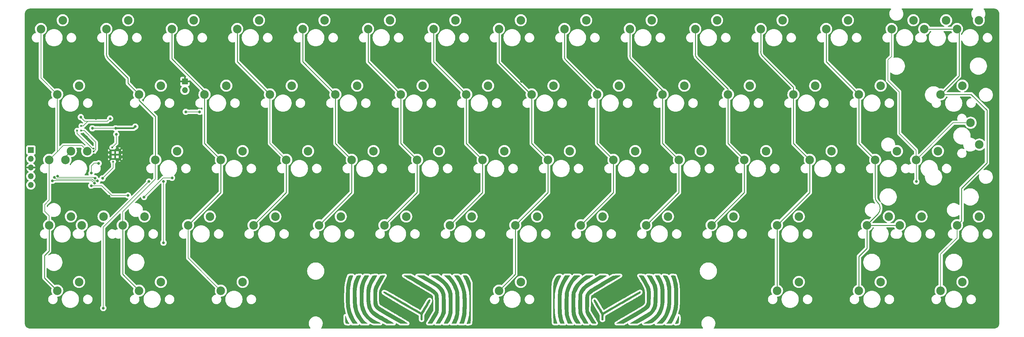
<source format=gbr>
%TF.GenerationSoftware,KiCad,Pcbnew,(6.0.11)*%
%TF.CreationDate,2023-02-10T12:21:56+01:00*%
%TF.ProjectId,plaket60-OG,706c616b-6574-4363-902d-4f472e6b6963,0.1*%
%TF.SameCoordinates,Original*%
%TF.FileFunction,Copper,L1,Top*%
%TF.FilePolarity,Positive*%
%FSLAX46Y46*%
G04 Gerber Fmt 4.6, Leading zero omitted, Abs format (unit mm)*
G04 Created by KiCad (PCBNEW (6.0.11)) date 2023-02-10 12:21:56*
%MOMM*%
%LPD*%
G01*
G04 APERTURE LIST*
%TA.AperFunction,ComponentPad*%
%ADD10C,2.500000*%
%TD*%
%TA.AperFunction,ComponentPad*%
%ADD11C,0.600000*%
%TD*%
%TA.AperFunction,ComponentPad*%
%ADD12R,1.700000X1.700000*%
%TD*%
%TA.AperFunction,ComponentPad*%
%ADD13O,1.700000X1.700000*%
%TD*%
%TA.AperFunction,ViaPad*%
%ADD14C,0.800000*%
%TD*%
%TA.AperFunction,ViaPad*%
%ADD15C,0.600000*%
%TD*%
%TA.AperFunction,Conductor*%
%ADD16C,0.500000*%
%TD*%
%TA.AperFunction,Conductor*%
%ADD17C,0.200000*%
%TD*%
%TA.AperFunction,Conductor*%
%ADD18C,0.250000*%
%TD*%
G04 APERTURE END LIST*
%TO.C,G\u002A\u002A\u002A*%
G36*
X191131623Y-118432482D02*
G01*
X191390848Y-118452769D01*
X191484389Y-118479875D01*
X191423197Y-118589018D01*
X191261059Y-118828514D01*
X191030130Y-119151248D01*
X190973417Y-119228564D01*
X190462153Y-119987817D01*
X190039187Y-120775114D01*
X189654587Y-121684123D01*
X189630233Y-121748310D01*
X189452691Y-122256616D01*
X189314218Y-122753818D01*
X189210394Y-123277310D01*
X189136797Y-123864488D01*
X189089005Y-124552748D01*
X189062598Y-125379487D01*
X189053153Y-126382099D01*
X189052912Y-126631078D01*
X189064247Y-127788809D01*
X189100751Y-128761583D01*
X189166914Y-129585311D01*
X189267226Y-130295903D01*
X189406178Y-130929271D01*
X189588260Y-131521324D01*
X189702693Y-131827870D01*
X189827762Y-132153578D01*
X189910888Y-132386157D01*
X189931550Y-132459838D01*
X189831154Y-132487856D01*
X189571973Y-132506508D01*
X189315847Y-132511190D01*
X188960847Y-132503493D01*
X188758109Y-132456982D01*
X188638094Y-132336525D01*
X188535407Y-132116922D01*
X188413155Y-131765525D01*
X188294533Y-131332975D01*
X188252588Y-131146398D01*
X188161726Y-130708865D01*
X188069972Y-130275933D01*
X188037667Y-130126474D01*
X188004562Y-129855043D01*
X187978013Y-129399279D01*
X187957954Y-128796585D01*
X187944320Y-128084362D01*
X187937043Y-127300012D01*
X187936057Y-126480939D01*
X187941295Y-125664544D01*
X187952692Y-124888230D01*
X187970180Y-124189398D01*
X187993693Y-123605451D01*
X188023166Y-123173792D01*
X188050386Y-122966189D01*
X188404246Y-121677002D01*
X188941970Y-120359255D01*
X189641293Y-119066359D01*
X189747190Y-118896125D01*
X190045250Y-118424728D01*
X190764819Y-118424728D01*
X191131623Y-118432482D01*
G37*
G36*
X214576986Y-118447164D02*
G01*
X215264343Y-118480186D01*
X215959532Y-119700273D01*
X216272629Y-120254055D01*
X216515924Y-120710473D01*
X216698215Y-121109839D01*
X216828301Y-121492464D01*
X216914982Y-121898659D01*
X216967055Y-122368735D01*
X216993321Y-122943003D01*
X217002577Y-123661773D01*
X217003635Y-124483693D01*
X216998347Y-125442947D01*
X216978227Y-126215643D01*
X216936423Y-126836915D01*
X216866086Y-127341896D01*
X216760364Y-127765718D01*
X216612407Y-128143515D01*
X216415364Y-128510420D01*
X216162386Y-128901566D01*
X216134153Y-128942776D01*
X215820410Y-129356349D01*
X215459087Y-129739831D01*
X215019870Y-130116645D01*
X214472445Y-130510209D01*
X213786496Y-130943946D01*
X212931711Y-131441276D01*
X212815252Y-131506959D01*
X211029838Y-132511190D01*
X209941917Y-132511190D01*
X209394677Y-132501218D01*
X209066384Y-132471147D01*
X208955041Y-132420750D01*
X208965615Y-132399571D01*
X209086835Y-132317096D01*
X209375039Y-132138438D01*
X209805230Y-131878558D01*
X210352412Y-131552420D01*
X210991585Y-131174985D01*
X211697755Y-130761215D01*
X211893244Y-130647202D01*
X212707612Y-130171496D01*
X213353269Y-129789846D01*
X213853835Y-129485763D01*
X214232929Y-129242762D01*
X214514170Y-129044354D01*
X214721178Y-128874054D01*
X214877572Y-128715373D01*
X215006971Y-128551825D01*
X215109955Y-128401835D01*
X215332691Y-128044989D01*
X215503712Y-127706900D01*
X215630455Y-127349719D01*
X215720355Y-126935599D01*
X215780848Y-126426693D01*
X215819370Y-125785153D01*
X215843355Y-124973131D01*
X215849789Y-124636081D01*
X215861353Y-123793554D01*
X215855488Y-123125415D01*
X215820656Y-122584300D01*
X215745319Y-122122841D01*
X215617939Y-121693671D01*
X215426975Y-121249424D01*
X215160891Y-120742733D01*
X214808148Y-120126233D01*
X214710297Y-119958357D01*
X214420706Y-119457632D01*
X214175937Y-119025912D01*
X213995764Y-118698745D01*
X213899961Y-118511676D01*
X213889629Y-118483066D01*
X213990367Y-118452095D01*
X214252962Y-118439789D01*
X214576986Y-118447164D01*
G37*
G36*
X206058951Y-118421019D02*
G01*
X206223174Y-118462832D01*
X206231354Y-118480186D01*
X206138444Y-118572271D01*
X205886417Y-118751091D01*
X205509295Y-118994252D01*
X205041097Y-119279360D01*
X204816956Y-119411190D01*
X203407155Y-120235352D01*
X202120833Y-120994643D01*
X200966624Y-121683733D01*
X199953160Y-122297292D01*
X199089076Y-122829991D01*
X198383004Y-123276499D01*
X197843580Y-123631488D01*
X197479436Y-123889626D01*
X197299205Y-124045585D01*
X197289806Y-124057970D01*
X197218422Y-124186576D01*
X197164568Y-124354866D01*
X197125206Y-124595394D01*
X197097301Y-124940715D01*
X197077818Y-125423382D01*
X197063722Y-126075951D01*
X197056641Y-126558432D01*
X197027584Y-128758075D01*
X197880896Y-130218694D01*
X198195294Y-130753557D01*
X198485876Y-131241881D01*
X198727160Y-131641279D01*
X198893664Y-131909363D01*
X198935935Y-131973728D01*
X199097963Y-132249039D01*
X199103314Y-132411955D01*
X198931259Y-132490111D01*
X198561072Y-132511142D01*
X198532798Y-132511190D01*
X198154372Y-132494241D01*
X197923788Y-132428042D01*
X197768607Y-132289568D01*
X197747708Y-132261627D01*
X197511780Y-131915708D01*
X197226991Y-131469406D01*
X196921085Y-130969721D01*
X196621809Y-130463650D01*
X196356908Y-129998193D01*
X196154127Y-129620350D01*
X196041212Y-129377118D01*
X196035920Y-129361973D01*
X195991037Y-129106766D01*
X195955114Y-128654363D01*
X195929270Y-128029262D01*
X195914622Y-127255960D01*
X195911630Y-126638893D01*
X195912525Y-125859871D01*
X195917108Y-125268329D01*
X195928879Y-124829909D01*
X195951338Y-124510258D01*
X195987986Y-124275019D01*
X196042322Y-124089837D01*
X196117848Y-123920358D01*
X196205407Y-123755472D01*
X196462004Y-123354188D01*
X196771589Y-122962739D01*
X196903068Y-122823805D01*
X197093274Y-122675901D01*
X197450622Y-122433540D01*
X197949780Y-122112557D01*
X198565416Y-121728784D01*
X199272198Y-121298055D01*
X200044793Y-120836204D01*
X200690502Y-120456549D01*
X204073472Y-118482258D01*
X205155119Y-118425763D01*
X205697124Y-118408369D01*
X206058951Y-118421019D01*
G37*
G36*
X137606800Y-118447364D02*
G01*
X137689629Y-118469711D01*
X137637013Y-118578774D01*
X137490520Y-118849355D01*
X137267182Y-119250857D01*
X136984028Y-119752680D01*
X136658090Y-120324223D01*
X136635838Y-120363042D01*
X136294117Y-120975246D01*
X135985949Y-121557855D01*
X135731637Y-122070059D01*
X135551487Y-122471048D01*
X135467779Y-122710694D01*
X135427351Y-123006978D01*
X135395122Y-123468861D01*
X135373729Y-124040178D01*
X135365809Y-124664762D01*
X135366549Y-124866522D01*
X135383305Y-125649696D01*
X135426592Y-126247879D01*
X135507041Y-126697341D01*
X135635281Y-127034354D01*
X135821941Y-127295191D01*
X136077651Y-127516123D01*
X136159873Y-127573613D01*
X136335587Y-127683476D01*
X136680007Y-127890870D01*
X137169909Y-128182091D01*
X137782067Y-128543439D01*
X138493255Y-128961212D01*
X139280250Y-129421709D01*
X140119824Y-129911226D01*
X140296179Y-130013834D01*
X141133867Y-130502472D01*
X141915110Y-130960921D01*
X142618200Y-131376238D01*
X143221428Y-131735479D01*
X143703088Y-132025703D01*
X144041471Y-132233965D01*
X144214871Y-132347324D01*
X144229772Y-132359199D01*
X144275156Y-132428560D01*
X144212372Y-132473128D01*
X144010350Y-132497811D01*
X143638018Y-132507515D01*
X143286977Y-132508108D01*
X142181768Y-132505025D01*
X139020633Y-130680804D01*
X138106149Y-130153211D01*
X137363347Y-129724272D01*
X136772038Y-129381304D01*
X136312036Y-129111624D01*
X135963150Y-128902547D01*
X135705194Y-128741390D01*
X135517979Y-128615470D01*
X135381317Y-128512102D01*
X135275020Y-128418602D01*
X135178900Y-128322288D01*
X135072768Y-128210475D01*
X135048841Y-128185426D01*
X134802417Y-127913080D01*
X134611400Y-127651039D01*
X134468857Y-127366579D01*
X134367854Y-127026977D01*
X134301458Y-126599512D01*
X134262735Y-126051459D01*
X134244752Y-125350097D01*
X134240575Y-124462703D01*
X134240641Y-124371167D01*
X134241141Y-123670208D01*
X134249370Y-123120328D01*
X134277795Y-122677336D01*
X134338888Y-122297041D01*
X134445117Y-121935253D01*
X134608951Y-121547781D01*
X134842860Y-121090435D01*
X135159314Y-120519024D01*
X135496049Y-119922107D01*
X136308557Y-118480186D01*
X136999093Y-118447164D01*
X137357203Y-118438150D01*
X137606800Y-118447364D01*
G37*
G36*
X132723401Y-118435274D02*
G01*
X132961231Y-118462651D01*
X133031113Y-118493406D01*
X132977588Y-118616197D01*
X132837325Y-118871782D01*
X132642563Y-119201708D01*
X132246793Y-119905063D01*
X131937469Y-120587149D01*
X131705729Y-121288573D01*
X131542709Y-122049940D01*
X131439544Y-122911857D01*
X131387372Y-123914931D01*
X131376804Y-125000433D01*
X131385256Y-125732965D01*
X131407040Y-126299213D01*
X131447541Y-126754586D01*
X131512141Y-127154493D01*
X131606225Y-127554340D01*
X131635439Y-127662442D01*
X131945771Y-128578624D01*
X132348446Y-129366205D01*
X132869729Y-130054558D01*
X133535888Y-130673059D01*
X134373189Y-131251081D01*
X135304913Y-131766111D01*
X135850469Y-132047673D01*
X136198458Y-132246793D01*
X136351012Y-132377622D01*
X136310265Y-132454313D01*
X136078349Y-132491016D01*
X135657397Y-132501885D01*
X135415830Y-132502134D01*
X134849339Y-132491704D01*
X134439748Y-132456340D01*
X134122645Y-132386324D01*
X133833618Y-132271939D01*
X133807533Y-132259498D01*
X133439145Y-132026843D01*
X132987002Y-131659479D01*
X132496587Y-131202997D01*
X132013384Y-130702985D01*
X131582877Y-130205034D01*
X131250551Y-129754732D01*
X131159081Y-129604903D01*
X130955296Y-129186973D01*
X130740194Y-128656088D01*
X130554741Y-128114880D01*
X130526368Y-128019804D01*
X130434287Y-127687944D01*
X130365231Y-127387940D01*
X130315921Y-127079864D01*
X130283080Y-126723787D01*
X130263428Y-126279782D01*
X130253687Y-125707920D01*
X130250579Y-124968272D01*
X130250452Y-124659279D01*
X130256751Y-123629561D01*
X130280153Y-122783377D01*
X130327778Y-122082652D01*
X130406744Y-121489312D01*
X130524173Y-120965280D01*
X130687184Y-120472483D01*
X130902895Y-119972844D01*
X131178428Y-119428290D01*
X131255516Y-119284335D01*
X131719379Y-118424728D01*
X132375246Y-118424728D01*
X132723401Y-118435274D01*
G37*
G36*
X188706560Y-118449049D02*
G01*
X188908035Y-118521426D01*
X188920440Y-118682416D01*
X188757079Y-118950382D01*
X188710895Y-119010301D01*
X188508452Y-119339529D01*
X188274168Y-119835161D01*
X188026157Y-120447468D01*
X187782533Y-121126717D01*
X187561411Y-121823178D01*
X187380906Y-122487119D01*
X187284504Y-122926300D01*
X187204890Y-123381657D01*
X187145385Y-123825007D01*
X187103322Y-124300063D01*
X187076029Y-124850541D01*
X187060839Y-125520156D01*
X187055081Y-126352622D01*
X187054799Y-126688046D01*
X187061033Y-127744889D01*
X187081647Y-128616506D01*
X187120400Y-129339252D01*
X187181053Y-129949479D01*
X187267367Y-130483542D01*
X187383103Y-130977794D01*
X187532021Y-131468591D01*
X187557000Y-131542826D01*
X187686202Y-131934184D01*
X187781043Y-132243360D01*
X187823413Y-132410905D01*
X187824127Y-132419701D01*
X187728333Y-132483880D01*
X187493580Y-132509503D01*
X187198814Y-132499592D01*
X186922978Y-132457170D01*
X186745017Y-132385258D01*
X186737140Y-132378090D01*
X186705702Y-132289421D01*
X186679119Y-132082535D01*
X186657094Y-131744226D01*
X186639332Y-131261285D01*
X186625534Y-130620504D01*
X186615406Y-129808676D01*
X186608650Y-128812593D01*
X186604970Y-127619047D01*
X186604039Y-126448135D01*
X186603851Y-125130109D01*
X186604655Y-124013462D01*
X186608503Y-123077740D01*
X186617449Y-122302491D01*
X186633546Y-121667261D01*
X186658847Y-121151598D01*
X186695404Y-120735048D01*
X186745270Y-120397158D01*
X186810499Y-120117476D01*
X186893143Y-119875548D01*
X186995255Y-119650922D01*
X187118888Y-119423143D01*
X187266094Y-119171761D01*
X187348392Y-119032169D01*
X187539623Y-118721387D01*
X187699086Y-118553413D01*
X187906571Y-118479315D01*
X188241871Y-118450158D01*
X188302709Y-118446922D01*
X188706560Y-118449049D01*
G37*
G36*
X219140871Y-118444945D02*
G01*
X219173630Y-118446644D01*
X219541410Y-118474365D01*
X219762378Y-118535691D01*
X219911459Y-118670685D01*
X220063581Y-118919414D01*
X220066066Y-118923854D01*
X220237160Y-119290660D01*
X220431239Y-119800341D01*
X220624087Y-120379015D01*
X220791488Y-120952803D01*
X220909225Y-121447824D01*
X220929094Y-121556802D01*
X220948245Y-121783237D01*
X220964848Y-122194843D01*
X220978162Y-122754961D01*
X220987444Y-123426935D01*
X220991950Y-124174107D01*
X220992013Y-124662478D01*
X220987162Y-125573414D01*
X220975585Y-126299004D01*
X220955118Y-126875688D01*
X220923593Y-127339908D01*
X220878845Y-127728104D01*
X220818707Y-128076717D01*
X220777729Y-128267231D01*
X220463365Y-129278928D01*
X219992758Y-130311938D01*
X219407573Y-131287359D01*
X218749475Y-132126290D01*
X218727021Y-132150710D01*
X218547797Y-132331640D01*
X218381761Y-132438969D01*
X218164677Y-132491874D01*
X217832310Y-132509531D01*
X217519500Y-132511190D01*
X216645290Y-132511190D01*
X217408124Y-131762500D01*
X217963733Y-131167087D01*
X218477464Y-130523750D01*
X218903804Y-129893935D01*
X219189176Y-129357818D01*
X219278294Y-129108294D01*
X219399424Y-128709911D01*
X219532769Y-128229508D01*
X219600395Y-127969356D01*
X219692635Y-127586233D01*
X219761231Y-127238069D01*
X219809616Y-126881550D01*
X219841222Y-126473367D01*
X219859483Y-125970209D01*
X219867832Y-125328763D01*
X219869709Y-124571578D01*
X219863771Y-123634832D01*
X219845030Y-122894128D01*
X219812095Y-122323967D01*
X219763572Y-121898852D01*
X219709369Y-121633757D01*
X219618741Y-121250878D01*
X219560002Y-120921621D01*
X219547714Y-120784746D01*
X219498534Y-120552722D01*
X219373392Y-120199202D01*
X219203526Y-119796903D01*
X219020173Y-119418541D01*
X218854571Y-119136833D01*
X218819767Y-119090230D01*
X218678018Y-118848375D01*
X218607402Y-118668478D01*
X218575705Y-118526230D01*
X218623190Y-118453649D01*
X218796148Y-118432599D01*
X219140871Y-118444945D01*
G37*
G36*
X135278554Y-118454489D02*
G01*
X135360371Y-118483066D01*
X135307275Y-118598077D01*
X135160990Y-118869138D01*
X134941026Y-119261225D01*
X134666889Y-119739311D01*
X134517701Y-119996061D01*
X134144039Y-120661934D01*
X133858921Y-121246411D01*
X133651058Y-121797741D01*
X133509162Y-122364175D01*
X133421944Y-122993963D01*
X133378116Y-123735355D01*
X133366389Y-124636601D01*
X133367261Y-124913374D01*
X133373444Y-125569749D01*
X133388531Y-126057848D01*
X133419765Y-126431221D01*
X133474387Y-126743420D01*
X133559639Y-127047996D01*
X133682763Y-127398501D01*
X133715105Y-127485628D01*
X133947838Y-128043018D01*
X134185858Y-128452419D01*
X134471542Y-128784555D01*
X134522873Y-128833723D01*
X134746859Y-129009096D01*
X135132316Y-129273114D01*
X135647413Y-129605587D01*
X136260320Y-129986324D01*
X136939207Y-130395137D01*
X137533116Y-130743118D01*
X138220372Y-131142641D01*
X138849479Y-131512217D01*
X139393191Y-131835528D01*
X139824261Y-132096261D01*
X140115444Y-132278102D01*
X140236759Y-132362054D01*
X140280603Y-132430171D01*
X140213321Y-132473875D01*
X140004257Y-132497878D01*
X139622754Y-132506898D01*
X139293964Y-132507063D01*
X138188755Y-132502935D01*
X136525000Y-131570337D01*
X135971512Y-131258572D01*
X135482779Y-130980424D01*
X135092957Y-130755558D01*
X134836199Y-130603642D01*
X134750327Y-130548483D01*
X134175615Y-130071633D01*
X133742426Y-129673909D01*
X133407603Y-129311544D01*
X133127990Y-128940766D01*
X133050453Y-128824474D01*
X132802975Y-128417492D01*
X132611171Y-128025185D01*
X132468228Y-127611086D01*
X132367333Y-127138731D01*
X132301673Y-126571654D01*
X132264434Y-125873390D01*
X132248805Y-125007475D01*
X132246980Y-124524107D01*
X132247864Y-123746890D01*
X132254274Y-123151515D01*
X132269840Y-122697998D01*
X132298191Y-122346356D01*
X132342956Y-122056605D01*
X132407765Y-121788760D01*
X132496248Y-121502838D01*
X132530607Y-121399648D01*
X132716917Y-120917801D01*
X132976129Y-120341152D01*
X133264815Y-119763788D01*
X133400484Y-119515117D01*
X133985009Y-118480186D01*
X134672690Y-118447164D01*
X135029919Y-118440107D01*
X135278554Y-118454489D01*
G37*
G36*
X201750484Y-118433896D02*
G01*
X202092062Y-118458575D01*
X202283874Y-118494519D01*
X202308074Y-118520638D01*
X202200347Y-118599371D01*
X201925513Y-118774139D01*
X201508463Y-119029861D01*
X200974089Y-119351454D01*
X200347281Y-119723836D01*
X199652931Y-120131926D01*
X199536918Y-120199709D01*
X198802020Y-120634309D01*
X198103055Y-121058084D01*
X197471210Y-121451321D01*
X196937670Y-121794311D01*
X196533622Y-122067343D01*
X196290252Y-122250708D01*
X196286253Y-122254186D01*
X195869883Y-122696077D01*
X195506273Y-123217766D01*
X195420006Y-123375770D01*
X195092545Y-124026038D01*
X195060803Y-126402010D01*
X195054726Y-127411581D01*
X195066436Y-128200800D01*
X195095961Y-128770438D01*
X195143328Y-129121265D01*
X195157982Y-129174936D01*
X195257668Y-129416844D01*
X195441436Y-129804350D01*
X195685453Y-130289237D01*
X195965889Y-130823286D01*
X196047654Y-130974994D01*
X196318622Y-131479145D01*
X196547012Y-131912440D01*
X196713936Y-132238388D01*
X196800504Y-132420499D01*
X196808406Y-132444645D01*
X196708093Y-132481162D01*
X196449435Y-132505333D01*
X196200919Y-132511190D01*
X195828335Y-132495995D01*
X195607004Y-132435276D01*
X195467523Y-132306336D01*
X195437835Y-132261627D01*
X195064452Y-131658412D01*
X194785904Y-131195696D01*
X194576437Y-130827781D01*
X194410294Y-130508973D01*
X194261719Y-130193577D01*
X194221595Y-130103799D01*
X194125626Y-129882793D01*
X194052256Y-129686433D01*
X193998448Y-129481612D01*
X193961170Y-129235224D01*
X193937386Y-128914160D01*
X193924061Y-128485315D01*
X193918162Y-127915581D01*
X193916653Y-127171853D01*
X193916598Y-126776288D01*
X193918402Y-125918206D01*
X193925322Y-125248698D01*
X193939559Y-124734526D01*
X193963312Y-124342448D01*
X193998779Y-124039225D01*
X194048159Y-123791616D01*
X194113652Y-123566382D01*
X194132681Y-123510020D01*
X194314390Y-123013060D01*
X194487500Y-122638781D01*
X194700110Y-122303991D01*
X195000323Y-121925498D01*
X195151167Y-121748506D01*
X195362583Y-121522230D01*
X195614331Y-121296328D01*
X195934623Y-121051026D01*
X196351668Y-120766548D01*
X196893677Y-120423120D01*
X197588858Y-120000965D01*
X197959706Y-119779729D01*
X200239804Y-118424728D01*
X201303577Y-118424728D01*
X201750484Y-118433896D01*
G37*
G36*
X221500842Y-118446922D02*
G01*
X222124281Y-118480186D01*
X222372895Y-119201147D01*
X222550680Y-119735718D01*
X222691160Y-120216469D01*
X222798641Y-120680406D01*
X222877428Y-121164539D01*
X222931827Y-121705873D01*
X222966145Y-122341418D01*
X222984686Y-123108180D01*
X222991758Y-124043168D01*
X222992345Y-124525164D01*
X222989469Y-125504635D01*
X222979854Y-126293145D01*
X222962018Y-126921506D01*
X222934481Y-127420531D01*
X222895761Y-127821029D01*
X222844378Y-128153812D01*
X222809909Y-128320354D01*
X222396846Y-129774894D01*
X221853791Y-131060529D01*
X221550438Y-131610762D01*
X221043777Y-132455732D01*
X220295087Y-132488529D01*
X219920378Y-132495398D01*
X219651840Y-132482110D01*
X219546450Y-132451542D01*
X219546397Y-132450702D01*
X219612745Y-132333136D01*
X219782606Y-132109099D01*
X219920017Y-131943587D01*
X220229962Y-131512938D01*
X220565792Y-130933319D01*
X220895336Y-130269862D01*
X221186424Y-129587701D01*
X221406886Y-128951968D01*
X221420131Y-128906387D01*
X221565812Y-128366293D01*
X221677519Y-127865456D01*
X221758698Y-127363708D01*
X221812794Y-126820880D01*
X221843252Y-126196804D01*
X221853520Y-125451311D01*
X221847041Y-124544232D01*
X221838751Y-124026038D01*
X221817979Y-123075514D01*
X221789400Y-122305818D01*
X221746851Y-121675950D01*
X221684170Y-121144909D01*
X221595193Y-120671694D01*
X221473760Y-120215305D01*
X221313707Y-119734742D01*
X221113574Y-119201147D01*
X220986535Y-118858832D01*
X220900816Y-118601033D01*
X220877458Y-118502380D01*
X220977561Y-118459647D01*
X221236411Y-118441240D01*
X221500842Y-118446922D01*
G37*
G36*
X151199721Y-119717859D02*
G01*
X152119865Y-120273567D01*
X152863888Y-120750479D01*
X153454932Y-121167287D01*
X153916140Y-121542685D01*
X154270655Y-121895363D01*
X154541622Y-122244015D01*
X154734868Y-122573088D01*
X154913240Y-122935823D01*
X155051962Y-123267245D01*
X155156007Y-123602453D01*
X155230349Y-123976546D01*
X155279962Y-124424622D01*
X155309819Y-124981780D01*
X155324895Y-125683119D01*
X155330162Y-126563737D01*
X155330490Y-126776288D01*
X155333340Y-129415621D01*
X155026840Y-130103799D01*
X154814393Y-130540707D01*
X154535795Y-131060372D01*
X154246464Y-131559994D01*
X154207414Y-131623854D01*
X153694489Y-132455732D01*
X153068041Y-132488996D01*
X152729200Y-132496375D01*
X152501722Y-132481005D01*
X152441594Y-132455921D01*
X152494865Y-132339806D01*
X152639741Y-132073542D01*
X152853817Y-131697271D01*
X153102998Y-131270896D01*
X153445816Y-130679528D01*
X153710483Y-130179486D01*
X153906581Y-129727876D01*
X154043694Y-129281805D01*
X154131403Y-128798379D01*
X154179292Y-128234704D01*
X154196943Y-127547886D01*
X154193939Y-126695032D01*
X154190478Y-126403144D01*
X154179712Y-125618020D01*
X154167583Y-125019854D01*
X154150097Y-124573787D01*
X154123259Y-124244960D01*
X154083076Y-123998512D01*
X154025552Y-123799585D01*
X153946695Y-123613317D01*
X153848204Y-123415994D01*
X153439613Y-122765738D01*
X152899701Y-122177659D01*
X152198344Y-121623924D01*
X151332424Y-121091700D01*
X150636542Y-120701598D01*
X149928102Y-120299630D01*
X149235273Y-119902257D01*
X148586227Y-119525942D01*
X148009132Y-119187147D01*
X147532161Y-118902333D01*
X147183482Y-118687963D01*
X146991267Y-118560499D01*
X146967684Y-118541037D01*
X146990188Y-118483073D01*
X147203169Y-118445626D01*
X147618708Y-118427242D01*
X147933214Y-118424728D01*
X149015053Y-118424728D01*
X151199721Y-119717859D01*
G37*
G36*
X212080859Y-123179893D02*
G01*
X212099509Y-123389744D01*
X211977699Y-123609962D01*
X211938091Y-123646533D01*
X211810828Y-123728458D01*
X211509556Y-123910374D01*
X211052516Y-124181597D01*
X210457952Y-124531437D01*
X209744104Y-124949208D01*
X208929214Y-125424222D01*
X208031524Y-125945792D01*
X207069275Y-126503231D01*
X206530886Y-126814450D01*
X201300546Y-129835581D01*
X201279818Y-130535613D01*
X201267858Y-130924823D01*
X201257607Y-131232711D01*
X201252089Y-131374291D01*
X201151605Y-131478643D01*
X200967795Y-131512937D01*
X200755981Y-131465270D01*
X200681764Y-131374291D01*
X200679330Y-131194218D01*
X200682037Y-130870996D01*
X200687363Y-130570142D01*
X200689069Y-130344293D01*
X200673923Y-130147407D01*
X200627750Y-129947563D01*
X200536375Y-129712838D01*
X200385621Y-129411308D01*
X200161313Y-129011052D01*
X199849275Y-128480147D01*
X199497505Y-127890648D01*
X199077762Y-127181045D01*
X198766623Y-126635362D01*
X198552780Y-126230891D01*
X198424924Y-125944919D01*
X198371749Y-125754736D01*
X198379162Y-125644578D01*
X198531477Y-125445012D01*
X198743281Y-125448830D01*
X198938413Y-125606605D01*
X199047677Y-125763390D01*
X199245813Y-126076898D01*
X199511066Y-126511569D01*
X199821682Y-127031844D01*
X200091944Y-127492195D01*
X200413217Y-128038321D01*
X200697067Y-128510962D01*
X200924596Y-128879451D01*
X201076912Y-129113120D01*
X201133611Y-129182877D01*
X201237151Y-129128384D01*
X201514630Y-128971963D01*
X201948531Y-128723737D01*
X202521339Y-128393827D01*
X203215536Y-127992359D01*
X204013608Y-127529454D01*
X204898038Y-127015235D01*
X205851309Y-126459826D01*
X206461102Y-126103971D01*
X207451969Y-125528017D01*
X208388967Y-124988452D01*
X209254037Y-124495329D01*
X210029125Y-124058700D01*
X210696172Y-123688618D01*
X211237123Y-123395137D01*
X211633921Y-123188308D01*
X211868508Y-123078186D01*
X211923766Y-123062689D01*
X212080859Y-123179893D01*
G37*
G36*
X156992641Y-118951583D02*
G01*
X157672637Y-119805926D01*
X158253843Y-120705982D01*
X158673292Y-121543120D01*
X158861967Y-122021489D01*
X159011409Y-122481208D01*
X159125941Y-122956729D01*
X159209885Y-123482505D01*
X159267562Y-124092989D01*
X159303297Y-124822634D01*
X159321410Y-125705892D01*
X159326232Y-126747533D01*
X159322911Y-127743045D01*
X159310362Y-128551584D01*
X159284245Y-129207957D01*
X159240216Y-129746970D01*
X159173935Y-130203431D01*
X159081060Y-130612146D01*
X158957248Y-131007923D01*
X158798157Y-131425569D01*
X158718598Y-131618689D01*
X158368641Y-132455732D01*
X157678917Y-132488754D01*
X157321045Y-132497730D01*
X157071720Y-132488398D01*
X156989192Y-132465950D01*
X157045864Y-132347864D01*
X157187861Y-132119029D01*
X157251192Y-132024046D01*
X157405638Y-131740779D01*
X157590497Y-131319935D01*
X157773635Y-130836773D01*
X157833506Y-130660387D01*
X158153821Y-129682806D01*
X158153039Y-126632588D01*
X158150745Y-125645689D01*
X158141282Y-124847865D01*
X158119942Y-124206370D01*
X158082019Y-123688458D01*
X158022803Y-123261385D01*
X157937587Y-122892404D01*
X157821663Y-122548769D01*
X157670324Y-122197735D01*
X157478860Y-121806557D01*
X157451381Y-121752238D01*
X157124945Y-121125072D01*
X156847308Y-120644074D01*
X156577374Y-120252608D01*
X156274043Y-119894040D01*
X155896219Y-119511735D01*
X155669613Y-119296871D01*
X154738244Y-118424728D01*
X156526671Y-118424728D01*
X156992641Y-118951583D01*
G37*
G36*
X137433840Y-123133146D02*
G01*
X137584041Y-123180839D01*
X137801777Y-123275297D01*
X138102027Y-123424553D01*
X138499768Y-123636642D01*
X139009978Y-123919598D01*
X139647634Y-124281454D01*
X140427715Y-124730245D01*
X141365198Y-125274004D01*
X142475061Y-125920765D01*
X142766528Y-126090914D01*
X143755427Y-126667787D01*
X144686234Y-127209687D01*
X145541469Y-127706511D01*
X146303655Y-128148158D01*
X146955314Y-128524527D01*
X147478967Y-128825516D01*
X147857137Y-129041023D01*
X148072345Y-129160948D01*
X148116389Y-129182877D01*
X148187515Y-129092117D01*
X148350365Y-128839741D01*
X148586046Y-128456414D01*
X148875661Y-127972807D01*
X149158056Y-127492195D01*
X149489488Y-126928608D01*
X149793199Y-126421785D01*
X150047435Y-126007287D01*
X150230443Y-125720671D01*
X150311587Y-125606605D01*
X150546750Y-125433286D01*
X150750592Y-125465722D01*
X150871391Y-125646073D01*
X150877859Y-125767211D01*
X150821146Y-125960858D01*
X150689780Y-126249996D01*
X150472290Y-126657607D01*
X150157203Y-127206673D01*
X149751886Y-127888799D01*
X149351826Y-128556989D01*
X149051971Y-129067057D01*
X148838125Y-129450940D01*
X148696091Y-129740576D01*
X148611672Y-129967903D01*
X148570672Y-130164858D01*
X148558894Y-130363378D01*
X148561476Y-130566799D01*
X148568424Y-130947959D01*
X148570483Y-131247335D01*
X148568236Y-131374291D01*
X148473834Y-131484317D01*
X148281246Y-131507002D01*
X148097533Y-131439165D01*
X148052707Y-131389619D01*
X148011087Y-131220489D01*
X147978353Y-130902238D01*
X147962973Y-130551253D01*
X147949454Y-129836204D01*
X142636505Y-126764745D01*
X141640636Y-126186728D01*
X140701201Y-125637026D01*
X139836083Y-125126406D01*
X139063159Y-124665630D01*
X138400310Y-124265464D01*
X137865415Y-123936672D01*
X137476355Y-123690018D01*
X137251008Y-123536266D01*
X137201571Y-123492685D01*
X137144843Y-123301997D01*
X137276135Y-123145919D01*
X137336197Y-123124184D01*
X137433840Y-123133146D01*
G37*
G36*
X130617830Y-118450158D02*
G01*
X130672880Y-118517575D01*
X130644460Y-118652787D01*
X130639513Y-118668478D01*
X130528357Y-118925631D01*
X130352623Y-119247724D01*
X130301037Y-119331894D01*
X130167841Y-119605701D01*
X130005712Y-120032545D01*
X129836971Y-120549631D01*
X129709667Y-120995650D01*
X129586927Y-121471248D01*
X129498778Y-121866771D01*
X129439740Y-122235949D01*
X129404333Y-122632513D01*
X129387074Y-123110193D01*
X129382485Y-123722720D01*
X129383593Y-124192413D01*
X129409531Y-125386972D01*
X129475386Y-126470919D01*
X129578184Y-127416035D01*
X129714952Y-128194106D01*
X129860519Y-128716744D01*
X130257984Y-129618304D01*
X130793728Y-130519360D01*
X131418036Y-131345698D01*
X132067438Y-132011120D01*
X132639094Y-132511190D01*
X130827625Y-132511190D01*
X130450498Y-132039793D01*
X130020226Y-131464592D01*
X129552026Y-130774965D01*
X129281467Y-130348308D01*
X128952166Y-129694295D01*
X128664946Y-128861798D01*
X128413608Y-127832121D01*
X128362147Y-127575383D01*
X128331000Y-127303703D01*
X128303351Y-126850506D01*
X128280590Y-126256097D01*
X128264106Y-125560782D01*
X128255290Y-124804868D01*
X128254192Y-124445129D01*
X128263771Y-123339541D01*
X128296793Y-122418890D01*
X128358884Y-121647000D01*
X128455674Y-120987689D01*
X128592791Y-120404780D01*
X128775863Y-119862093D01*
X129010519Y-119323448D01*
X129069995Y-119201147D01*
X129426310Y-118480186D01*
X130073402Y-118446644D01*
X130433330Y-118432520D01*
X130617830Y-118450158D01*
G37*
G36*
X194037265Y-118437828D02*
G01*
X194343255Y-118473544D01*
X194476655Y-118526499D01*
X194479148Y-118535645D01*
X194412008Y-118643497D01*
X194391594Y-118646562D01*
X194276711Y-118716833D01*
X194040331Y-118905528D01*
X193722904Y-119179466D01*
X193527055Y-119355700D01*
X192721328Y-120235953D01*
X192035898Y-121290349D01*
X191482104Y-122499801D01*
X191246745Y-123194160D01*
X191196321Y-123432656D01*
X191157302Y-123788254D01*
X191128772Y-124282334D01*
X191109813Y-124936279D01*
X191099507Y-125771471D01*
X191096872Y-126688046D01*
X191098125Y-127592836D01*
X191102835Y-128307705D01*
X191113126Y-128864561D01*
X191131124Y-129295313D01*
X191158954Y-129631870D01*
X191198742Y-129906140D01*
X191252611Y-130150033D01*
X191322689Y-130395456D01*
X191349529Y-130481574D01*
X191528338Y-130987961D01*
X191743617Y-131512868D01*
X191925226Y-131895766D01*
X192248958Y-132511190D01*
X191592229Y-132511190D01*
X191218116Y-132502219D01*
X190999663Y-132458701D01*
X190870908Y-132355731D01*
X190784357Y-132206169D01*
X190538353Y-131652523D01*
X190301704Y-131022748D01*
X190112444Y-130422641D01*
X190041520Y-130139833D01*
X190002980Y-129839787D01*
X189972239Y-129357555D01*
X189949262Y-128732650D01*
X189934013Y-128004581D01*
X189926458Y-127212860D01*
X189926562Y-126396997D01*
X189934290Y-125596504D01*
X189949608Y-124850890D01*
X189972480Y-124199667D01*
X190002871Y-123682346D01*
X190040747Y-123338438D01*
X190047553Y-123301885D01*
X190385110Y-122123405D01*
X190902148Y-120945923D01*
X191565730Y-119834375D01*
X192254285Y-118951583D01*
X192723329Y-118424728D01*
X193601239Y-118424728D01*
X194037265Y-118437828D01*
G37*
G36*
X161283608Y-118435108D02*
G01*
X161502236Y-118491964D01*
X161662945Y-118633863D01*
X161809193Y-118841113D01*
X162000587Y-119172357D01*
X162215286Y-119605766D01*
X162369148Y-119957420D01*
X162653552Y-120657342D01*
X162647906Y-126436484D01*
X162644691Y-127874929D01*
X162637961Y-129099115D01*
X162627552Y-130116591D01*
X162613302Y-130934905D01*
X162595046Y-131561607D01*
X162572621Y-132004246D01*
X162545865Y-132270370D01*
X162519613Y-132363408D01*
X162376829Y-132430328D01*
X162118136Y-132484393D01*
X161822054Y-132517578D01*
X161567107Y-132521861D01*
X161431815Y-132489220D01*
X161425873Y-132475159D01*
X161458943Y-132360474D01*
X161546223Y-132091060D01*
X161669822Y-131721977D01*
X161688236Y-131667749D01*
X161832611Y-131176144D01*
X161975034Y-130579890D01*
X162088312Y-129994731D01*
X162103222Y-129901378D01*
X162162132Y-129367307D01*
X162205804Y-128665913D01*
X162234253Y-127847201D01*
X162247490Y-126961176D01*
X162245529Y-126057843D01*
X162228381Y-125187205D01*
X162196061Y-124399268D01*
X162148579Y-123744035D01*
X162101557Y-123360535D01*
X161850615Y-122206068D01*
X161472765Y-121005639D01*
X161003067Y-119864862D01*
X160812826Y-119478664D01*
X160600909Y-119065465D01*
X160434136Y-118731334D01*
X160334745Y-118521326D01*
X160316703Y-118473528D01*
X160417038Y-118446766D01*
X160675786Y-118429040D01*
X160925173Y-118424728D01*
X161283608Y-118435108D01*
G37*
G36*
X128233016Y-118438135D02*
G01*
X128318777Y-118508244D01*
X128316463Y-118668045D01*
X128232203Y-118953103D01*
X128072127Y-119398987D01*
X127983024Y-119644815D01*
X127781845Y-120308648D01*
X127627854Y-121064678D01*
X127518366Y-121939574D01*
X127450699Y-122960006D01*
X127422168Y-124152647D01*
X127425008Y-125190666D01*
X127436426Y-126000006D01*
X127451747Y-126629425D01*
X127474914Y-127120835D01*
X127509869Y-127516149D01*
X127560553Y-127857279D01*
X127630909Y-128186138D01*
X127724878Y-128544639D01*
X127748395Y-128629094D01*
X128003263Y-129411261D01*
X128323738Y-130200385D01*
X128681588Y-130937305D01*
X129048585Y-131562863D01*
X129329982Y-131943587D01*
X129541744Y-132202609D01*
X129677151Y-132390567D01*
X129703603Y-132445634D01*
X129602403Y-132478995D01*
X129337587Y-132502602D01*
X128981264Y-132511190D01*
X128258926Y-132511190D01*
X127887928Y-131928876D01*
X127476080Y-131241777D01*
X127146970Y-130587309D01*
X126881783Y-129912082D01*
X126661700Y-129162703D01*
X126467906Y-128285780D01*
X126325877Y-127496711D01*
X126297483Y-127199854D01*
X126276893Y-126723185D01*
X126263809Y-126108582D01*
X126257935Y-125397918D01*
X126258971Y-124633071D01*
X126266622Y-123855915D01*
X126280589Y-123108325D01*
X126300574Y-122432178D01*
X126326281Y-121869349D01*
X126357412Y-121461712D01*
X126369450Y-121364029D01*
X126478587Y-120757314D01*
X126635356Y-120068673D01*
X126816106Y-119392195D01*
X126997183Y-118821970D01*
X127032904Y-118724877D01*
X127117382Y-118553212D01*
X127245518Y-118463452D01*
X127481829Y-118429422D01*
X127772746Y-118424728D01*
X128053048Y-118422152D01*
X128233016Y-118438135D01*
G37*
G36*
X212250907Y-118447164D02*
G01*
X212941443Y-118480186D01*
X213753951Y-119922107D01*
X214148933Y-120622708D01*
X214450953Y-121172321D01*
X214672480Y-121615137D01*
X214825982Y-121995348D01*
X214923930Y-122357143D01*
X214978792Y-122744714D01*
X215003039Y-123202251D01*
X215009139Y-123773945D01*
X215009359Y-124371167D01*
X215005857Y-125051421D01*
X214994884Y-125683425D01*
X214977813Y-126222089D01*
X214956016Y-126622322D01*
X214934812Y-126819926D01*
X214863422Y-127140233D01*
X214760808Y-127430205D01*
X214609327Y-127704460D01*
X214391339Y-127977619D01*
X214089202Y-128264301D01*
X213685275Y-128579126D01*
X213161916Y-128936712D01*
X212501484Y-129351680D01*
X211686338Y-129838648D01*
X210698836Y-130412237D01*
X210375953Y-130597872D01*
X207042727Y-132511190D01*
X205951855Y-132511190D01*
X205431532Y-132503898D01*
X205112728Y-132480346D01*
X204975554Y-132438019D01*
X204983424Y-132388749D01*
X205102474Y-132308482D01*
X205393000Y-132128836D01*
X205834691Y-131861916D01*
X206407236Y-131519827D01*
X207090324Y-131114674D01*
X207863646Y-130658560D01*
X208706891Y-130163592D01*
X209248183Y-129847020D01*
X210302762Y-129233159D01*
X211184232Y-128719370D01*
X211908065Y-128288897D01*
X212489732Y-127924985D01*
X212944702Y-127610880D01*
X213288448Y-127329827D01*
X213536440Y-127065071D01*
X213704148Y-126799857D01*
X213807043Y-126517431D01*
X213860597Y-126201036D01*
X213880279Y-125833919D01*
X213881561Y-125399325D01*
X213879914Y-124880498D01*
X213880142Y-124830606D01*
X213877746Y-124014292D01*
X213850444Y-123357490D01*
X213783311Y-122807381D01*
X213661421Y-122311144D01*
X213469849Y-121815959D01*
X213193667Y-121269008D01*
X212817951Y-120617471D01*
X212576283Y-120216502D01*
X212247751Y-119671895D01*
X211963480Y-119194009D01*
X211741990Y-118814523D01*
X211601797Y-118565111D01*
X211560371Y-118478671D01*
X211661144Y-118450028D01*
X211923925Y-118439271D01*
X212250907Y-118447164D01*
G37*
G36*
X153911572Y-118989521D02*
G01*
X154954050Y-119794870D01*
X155835675Y-120714571D01*
X156538361Y-121726118D01*
X157044023Y-122807001D01*
X157093984Y-122950360D01*
X157167117Y-123185261D01*
X157223369Y-123420434D01*
X157264946Y-123688563D01*
X157294055Y-124022333D01*
X157312901Y-124454428D01*
X157323691Y-125017533D01*
X157328632Y-125744333D01*
X157329843Y-126444481D01*
X157326674Y-127420492D01*
X157314941Y-128204179D01*
X157293236Y-128824936D01*
X157260151Y-129312158D01*
X157214277Y-129695239D01*
X157160611Y-129976481D01*
X156886776Y-130879676D01*
X156514243Y-131698441D01*
X156232949Y-132150710D01*
X156061397Y-132361855D01*
X155883544Y-132469215D01*
X155617157Y-132507273D01*
X155373342Y-132511190D01*
X155041534Y-132501839D01*
X154822707Y-132477744D01*
X154770851Y-132455004D01*
X154818477Y-132340120D01*
X154948217Y-132068511D01*
X155140368Y-131680536D01*
X155375227Y-131216557D01*
X155380016Y-131207187D01*
X155634362Y-130678825D01*
X155857049Y-130159663D01*
X156021644Y-129714778D01*
X156095935Y-129444688D01*
X156135104Y-129107913D01*
X156165044Y-128597001D01*
X156185751Y-127958711D01*
X156197220Y-127239803D01*
X156199445Y-126487035D01*
X156192423Y-125747167D01*
X156176147Y-125066958D01*
X156150613Y-124493168D01*
X156115816Y-124072554D01*
X156096516Y-123942423D01*
X155994615Y-123566578D01*
X155823240Y-123089339D01*
X155616831Y-122605304D01*
X155585802Y-122539677D01*
X155110003Y-121738369D01*
X154470347Y-120988975D01*
X153649186Y-120274526D01*
X152628872Y-119578055D01*
X152301220Y-119381692D01*
X151818677Y-119095606D01*
X151407539Y-118843616D01*
X151104979Y-118649123D01*
X150948172Y-118535528D01*
X150935940Y-118522257D01*
X151012410Y-118481257D01*
X151266782Y-118448752D01*
X151655168Y-118428893D01*
X151967783Y-118424728D01*
X153059902Y-118424728D01*
X153911572Y-118989521D01*
G37*
G36*
X148488183Y-120379522D02*
G01*
X149545114Y-121002965D01*
X150424635Y-121535794D01*
X151145002Y-121991921D01*
X151724471Y-122385258D01*
X152181299Y-122729714D01*
X152533740Y-123039203D01*
X152800050Y-123327634D01*
X152998486Y-123608919D01*
X153147304Y-123896970D01*
X153168212Y-123945769D01*
X153226114Y-124200631D01*
X153273188Y-124633927D01*
X153309092Y-125202509D01*
X153333481Y-125863223D01*
X153346012Y-126572920D01*
X153346342Y-127288447D01*
X153334125Y-127966655D01*
X153309019Y-128564392D01*
X153270679Y-129038507D01*
X153218763Y-129345849D01*
X153211421Y-129370028D01*
X153105949Y-129603804D01*
X152905142Y-129976920D01*
X152635196Y-130443134D01*
X152322306Y-130956203D01*
X152227954Y-131106087D01*
X151372015Y-132455732D01*
X150742175Y-132488996D01*
X150330577Y-132489085D01*
X150131910Y-132434838D01*
X150112336Y-132395202D01*
X150170716Y-132220820D01*
X150311396Y-131977633D01*
X150314064Y-131973728D01*
X150440562Y-131775170D01*
X150652801Y-131427064D01*
X150925300Y-130971797D01*
X151232576Y-130451758D01*
X151369104Y-130218694D01*
X152222416Y-128758075D01*
X152193359Y-126558432D01*
X152182111Y-125802965D01*
X152168634Y-125235637D01*
X152149217Y-124822757D01*
X152120145Y-124530636D01*
X152077708Y-124325583D01*
X152018192Y-124173908D01*
X151937885Y-124041920D01*
X151911996Y-124005064D01*
X151661959Y-123725388D01*
X151386263Y-123511964D01*
X151357410Y-123496211D01*
X151147811Y-123380741D01*
X150783986Y-123171691D01*
X150290364Y-122883662D01*
X149691370Y-122531258D01*
X149011435Y-122129080D01*
X148274984Y-121691729D01*
X147506445Y-121233808D01*
X146730248Y-120769918D01*
X145970818Y-120314663D01*
X145252583Y-119882642D01*
X144599973Y-119488460D01*
X144037413Y-119146716D01*
X143589332Y-118872014D01*
X143280157Y-118678956D01*
X143134316Y-118582142D01*
X143128525Y-118577291D01*
X143082428Y-118507209D01*
X143144447Y-118462099D01*
X143345865Y-118436811D01*
X143717966Y-118426198D01*
X144055464Y-118424728D01*
X145144817Y-118424728D01*
X148488183Y-120379522D01*
G37*
G36*
X197733457Y-118433796D02*
G01*
X198083060Y-118458248D01*
X198284233Y-118493950D01*
X198314060Y-118522257D01*
X198200701Y-118611442D01*
X197932183Y-118787680D01*
X197545693Y-119027505D01*
X197078417Y-119307453D01*
X196951788Y-119381864D01*
X195943542Y-120022692D01*
X195124729Y-120662038D01*
X194465149Y-121329607D01*
X193934605Y-122055107D01*
X193583817Y-122695033D01*
X193102408Y-123693286D01*
X193065228Y-126244378D01*
X193057626Y-127283441D01*
X193072725Y-128137975D01*
X193117387Y-128844722D01*
X193198474Y-129440419D01*
X193322846Y-129961808D01*
X193497366Y-130445629D01*
X193728895Y-130928620D01*
X194024293Y-131447521D01*
X194042647Y-131478027D01*
X194278444Y-131875239D01*
X194463272Y-132198290D01*
X194571906Y-132402457D01*
X194590065Y-132448551D01*
X194489376Y-132481881D01*
X194228113Y-132504600D01*
X193937728Y-132511190D01*
X193560766Y-132501038D01*
X193327934Y-132450344D01*
X193161762Y-132328748D01*
X193017836Y-132150710D01*
X192788341Y-131771642D01*
X192540764Y-131250190D01*
X192305866Y-130660361D01*
X192114411Y-130076159D01*
X192044569Y-129809223D01*
X192003245Y-129511770D01*
X191969130Y-129019105D01*
X191943224Y-128357764D01*
X191926529Y-127554283D01*
X191920043Y-126635198D01*
X191920004Y-126505010D01*
X191922125Y-125623974D01*
X191929012Y-124931020D01*
X191942841Y-124392414D01*
X191965790Y-123974418D01*
X192000034Y-123643296D01*
X192047749Y-123365313D01*
X192111113Y-123106733D01*
X192147357Y-122980833D01*
X192526359Y-122054603D01*
X193098173Y-121135070D01*
X193835446Y-120256104D01*
X194710825Y-119451571D01*
X195414857Y-118935023D01*
X196184189Y-118424728D01*
X197279263Y-118424728D01*
X197733457Y-118433796D01*
G37*
G36*
X217996070Y-119284335D02*
G01*
X218258386Y-119810286D01*
X218515430Y-120394343D01*
X218715458Y-120918228D01*
X218730392Y-120962933D01*
X218816142Y-121235778D01*
X218881481Y-121487715D01*
X218929184Y-121754140D01*
X218962022Y-122070446D01*
X218982771Y-122472030D01*
X218994203Y-122994285D01*
X218999092Y-123672606D01*
X219000177Y-124405870D01*
X218996713Y-125369083D01*
X218981556Y-126148409D01*
X218948673Y-126781724D01*
X218892030Y-127306903D01*
X218805593Y-127761822D01*
X218683330Y-128184356D01*
X218519206Y-128612381D01*
X218307189Y-129083771D01*
X218228662Y-129249086D01*
X217966023Y-129747233D01*
X217669810Y-130190420D01*
X217290256Y-130646018D01*
X216870302Y-131087916D01*
X216313629Y-131627195D01*
X215840452Y-132013602D01*
X215400395Y-132271150D01*
X214943078Y-132423853D01*
X214418124Y-132495721D01*
X213884292Y-132511190D01*
X213431514Y-132500966D01*
X213106597Y-132473041D01*
X212947990Y-132431540D01*
X212940818Y-132410008D01*
X213060967Y-132314213D01*
X213328436Y-132144833D01*
X213694486Y-131932069D01*
X213862429Y-131838933D01*
X214837453Y-131269991D01*
X215625609Y-130720833D01*
X216255622Y-130158997D01*
X216756217Y-129552018D01*
X217156120Y-128867433D01*
X217484055Y-128072778D01*
X217649546Y-127558942D01*
X217727918Y-127277492D01*
X217785929Y-127008851D01*
X217825933Y-126715296D01*
X217850283Y-126359103D01*
X217861332Y-125902549D01*
X217861431Y-125307910D01*
X217852935Y-124537464D01*
X217850171Y-124342349D01*
X217831513Y-123406688D01*
X217799506Y-122651064D01*
X217744886Y-122033720D01*
X217658389Y-121512895D01*
X217530749Y-121046831D01*
X217352703Y-120593769D01*
X217114986Y-120111950D01*
X216808332Y-119559615D01*
X216776929Y-119504834D01*
X216542771Y-119092011D01*
X216356982Y-118754897D01*
X216243151Y-118536866D01*
X216218886Y-118478851D01*
X216319609Y-118450119D01*
X216581078Y-118430493D01*
X216874754Y-118424728D01*
X217530621Y-118424728D01*
X217996070Y-119284335D01*
G37*
G36*
X158875291Y-118429946D02*
G01*
X159113498Y-118466332D01*
X159269732Y-118564985D01*
X159413923Y-118757002D01*
X159485592Y-118869610D01*
X160025016Y-119774568D01*
X160460596Y-120631680D01*
X160801917Y-121479751D01*
X161058564Y-122357585D01*
X161240123Y-123303987D01*
X161356180Y-124357761D01*
X161416319Y-125557712D01*
X161430620Y-126743505D01*
X161420108Y-127842873D01*
X161387559Y-128760069D01*
X161328695Y-129534042D01*
X161239241Y-130203743D01*
X161114921Y-130808122D01*
X160951458Y-131386127D01*
X160905481Y-131526583D01*
X160593996Y-132455732D01*
X159956223Y-132488996D01*
X159613874Y-132497901D01*
X159382383Y-132486791D01*
X159318450Y-132465373D01*
X159355967Y-132339078D01*
X159452771Y-132072820D01*
X159547307Y-131827870D01*
X159773877Y-131192175D01*
X159948979Y-130547938D01*
X160077874Y-129855772D01*
X160165823Y-129076295D01*
X160218088Y-128170120D01*
X160239929Y-127097863D01*
X160241343Y-126632588D01*
X160235279Y-125665557D01*
X160217456Y-124886812D01*
X160186084Y-124263028D01*
X160139375Y-123760882D01*
X160075537Y-123347047D01*
X160061004Y-123274101D01*
X159805492Y-122313124D01*
X159442301Y-121325228D01*
X159003976Y-120386042D01*
X158523066Y-119571197D01*
X158380735Y-119369561D01*
X158112993Y-119001848D01*
X157904190Y-118704288D01*
X157783665Y-118519249D01*
X157765611Y-118481258D01*
X157866797Y-118452442D01*
X158131494Y-118432076D01*
X158485181Y-118424728D01*
X158875291Y-118429946D01*
G37*
G36*
X126189155Y-130279903D02*
G01*
X126311822Y-130531958D01*
X126418435Y-130820508D01*
X126595414Y-131268805D01*
X126818084Y-131713758D01*
X126945291Y-131921131D01*
X127127380Y-132197961D01*
X127242502Y-132395003D01*
X127263428Y-132447987D01*
X127167862Y-132500765D01*
X126933861Y-132515370D01*
X126640470Y-132497363D01*
X126366732Y-132452307D01*
X126191694Y-132385765D01*
X126176397Y-132371491D01*
X126118784Y-132205671D01*
X126072295Y-131896779D01*
X126038950Y-131501731D01*
X126020765Y-131077445D01*
X126019758Y-130680838D01*
X126037947Y-130368827D01*
X126077349Y-130198329D01*
X126098799Y-130182481D01*
X126189155Y-130279903D01*
G37*
G36*
X223182323Y-130282317D02*
G01*
X223218139Y-130546581D01*
X223232213Y-130917596D01*
X223225842Y-131338493D01*
X223200320Y-131752399D01*
X223156943Y-132102443D01*
X223097005Y-132331754D01*
X223073603Y-132371491D01*
X222930691Y-132439630D01*
X222678945Y-132491615D01*
X222401098Y-132519006D01*
X222179881Y-132513362D01*
X222097489Y-132471086D01*
X222141460Y-132359897D01*
X222259532Y-132094366D01*
X222430940Y-131720675D01*
X222541157Y-131484218D01*
X222735525Y-131051369D01*
X222886617Y-130680483D01*
X222972816Y-130426356D01*
X222984825Y-130359694D01*
X223055171Y-130205023D01*
X223123472Y-130181678D01*
X223182323Y-130282317D01*
G37*
%TD*%
D10*
%TO.P,1.50u,1,COL*%
%TO.N,col0*%
X42227500Y-122872500D03*
%TO.P,1.50u,2,ROW*%
%TO.N,Net-(D5-Pad2)*%
X48577500Y-120332500D03*
%TD*%
%TO.P,T,1,COL*%
%TO.N,col5*%
X142240000Y-65722500D03*
%TO.P,T,2,ROW*%
%TO.N,Net-(D26-Pad2)*%
X148590000Y-63182500D03*
%TD*%
%TO.P,Tab,1,COL*%
%TO.N,col0*%
X42227500Y-65722500D03*
%TO.P,Tab,2,ROW*%
%TO.N,Net-(D2-Pad2)*%
X48577500Y-63182500D03*
%TD*%
%TO.P,[,1,COL*%
%TO.N,col11*%
X256540000Y-65722500D03*
%TO.P,[,2,ROW*%
%TO.N,Net-(D54-Pad2)*%
X262890000Y-63182500D03*
%TD*%
%TO.P,1.50u,1,COL*%
%TO.N,col11*%
X251777500Y-122872500D03*
%TO.P,1.50u,2,ROW*%
%TO.N,Net-(D57-Pad2)*%
X258127500Y-120332500D03*
%TD*%
%TO.P,R,1,COL*%
%TO.N,col4*%
X123190000Y-65722500D03*
%TO.P,R,2,ROW*%
%TO.N,Net-(D21-Pad2)*%
X129540000Y-63182500D03*
%TD*%
%TO.P,<,1,COL*%
%TO.N,col9*%
X213677500Y-103822500D03*
%TO.P,<,2,ROW*%
%TO.N,Net-(D46-Pad2)*%
X220027500Y-101282500D03*
%TD*%
%TO.P,Stepped,1,COL*%
%TO.N,col0*%
X39846250Y-84772500D03*
%TO.P,Stepped,2,ROW*%
%TO.N,Net-(D3-Pad2)*%
X46196250Y-82232500D03*
%TD*%
%TO.P,S,1,COL*%
%TO.N,col2*%
X89852500Y-84772500D03*
%TO.P,S,2,ROW*%
%TO.N,Net-(D14-Pad2)*%
X96202500Y-82232500D03*
%TD*%
%TO.P,B,1,COL*%
%TO.N,col6*%
X156527500Y-103822500D03*
%TO.P,B,2,ROW*%
%TO.N,Net-(D33-Pad2)*%
X162877500Y-101282500D03*
%TD*%
%TO.P,H,1,COL*%
%TO.N,col6*%
X166052500Y-84772500D03*
%TO.P,H,2,ROW*%
%TO.N,Net-(D32-Pad2)*%
X172402500Y-82232500D03*
%TD*%
%TO.P,D,1,COL*%
%TO.N,col3*%
X108902500Y-84772500D03*
%TO.P,D,2,ROW*%
%TO.N,Net-(D18-Pad2)*%
X115252500Y-82232500D03*
%TD*%
%TO.P,J,1,COL*%
%TO.N,col7*%
X185102500Y-84772500D03*
%TO.P,J,2,ROW*%
%TO.N,Net-(D36-Pad2)*%
X191452500Y-82232500D03*
%TD*%
%TO.P,ISO,1,COL*%
%TO.N,col12*%
X280352500Y-84772500D03*
%TO.P,ISO,2,ROW*%
%TO.N,Net-(D60-Pad2)*%
X286702500Y-82232500D03*
%TD*%
%TO.P,Z,1,COL*%
%TO.N,col2*%
X80327500Y-103822500D03*
%TO.P,Z,2,ROW*%
%TO.N,Net-(D11-Pad2)*%
X86677500Y-101282500D03*
%TD*%
%TO.P,Split,1,COL*%
%TO.N,col14*%
X304165000Y-103822500D03*
%TO.P,Split,2,ROW*%
%TO.N,Net-(D67-Pad2)*%
X310515000Y-101282500D03*
%TD*%
%TO.P,W,1,COL*%
%TO.N,col2*%
X85090000Y-65722500D03*
%TO.P,W,2,ROW*%
%TO.N,Net-(D13-Pad2)*%
X91440000Y-63182500D03*
%TD*%
%TO.P,-,1,COL*%
%TO.N,col11*%
X247015000Y-46672500D03*
%TO.P,-,2,ROW*%
%TO.N,Net-(D53-Pad2)*%
X253365000Y-44132500D03*
%TD*%
%TO.P,Split,1,COL*%
%TO.N,col12*%
X277971250Y-103822500D03*
%TO.P,Split,2,ROW*%
%TO.N,Net-(D61-Pad2)*%
X284321250Y-101282500D03*
%TD*%
%TO.P,V,1,COL*%
%TO.N,col5*%
X137477500Y-103822500D03*
%TO.P,V,2,ROW*%
%TO.N,Net-(D28-Pad2)*%
X143827500Y-101282500D03*
%TD*%
%TO.P,X,1,COL*%
%TO.N,col3*%
X99377500Y-103822500D03*
%TO.P,X,2,ROW*%
%TO.N,Net-(D19-Pad2)*%
X105727500Y-101282500D03*
%TD*%
%TO.P,1u,1,COL*%
%TO.N,col12*%
X275590000Y-122872500D03*
%TO.P,1u,2,ROW*%
%TO.N,Net-(D62-Pad2)*%
X281940000Y-120332500D03*
%TD*%
%TO.P,5,1,COL*%
%TO.N,col5*%
X132715000Y-46672500D03*
%TO.P,5,2,ROW*%
%TO.N,Net-(D25-Pad2)*%
X139065000Y-44132500D03*
%TD*%
%TO.P,G,1,COL*%
%TO.N,col5*%
X147002500Y-84772500D03*
%TO.P,G,2,ROW*%
%TO.N,Net-(D27-Pad2)*%
X153352500Y-82232500D03*
%TD*%
%TO.P,:,1,COL*%
%TO.N,col10*%
X242252500Y-84772500D03*
%TO.P,:,2,ROW*%
%TO.N,Net-(D50-Pad2)*%
X248602500Y-82232500D03*
%TD*%
%TO.P,8,1,COL*%
%TO.N,col8*%
X189865000Y-46672500D03*
%TO.P,8,2,ROW*%
%TO.N,Net-(D39-Pad2)*%
X196215000Y-44132500D03*
%TD*%
%TO.P,P,1,COL*%
%TO.N,col10*%
X237490000Y-65722500D03*
%TO.P,P,2,ROW*%
%TO.N,Net-(D49-Pad2)*%
X243840000Y-63182500D03*
%TD*%
%TO.P,Q,1,COL*%
%TO.N,col1*%
X66040000Y-65722500D03*
%TO.P,Q,2,ROW*%
%TO.N,Net-(D7-Pad2)*%
X72390000Y-63182500D03*
%TD*%
%TO.P,1,1,COL*%
%TO.N,col1*%
X56515000Y-46672500D03*
%TO.P,1,2,ROW*%
%TO.N,Net-(D6-Pad2)*%
X62865000Y-44132500D03*
%TD*%
%TO.P,Y,1,COL*%
%TO.N,col6*%
X161290000Y-65722500D03*
%TO.P,Y,2,ROW*%
%TO.N,Net-(D31-Pad2)*%
X167640000Y-63182500D03*
%TD*%
%TO.P,],1,COL*%
%TO.N,col12*%
X275590000Y-65722500D03*
%TO.P,],2,ROW*%
%TO.N,Net-(D59-Pad2)*%
X281940000Y-63182500D03*
%TD*%
%TO.P,9,1,COL*%
%TO.N,col9*%
X208915000Y-46672500D03*
%TO.P,9,2,ROW*%
%TO.N,Net-(D43-Pad2)*%
X215265000Y-44132500D03*
%TD*%
%TO.P,ISO,1,COL*%
%TO.N,col1*%
X61277500Y-103822500D03*
%TO.P,ISO,2,ROW*%
%TO.N,Net-(D9-Pad2)*%
X67627500Y-101282500D03*
%TD*%
%TO.P,>,1,COL*%
%TO.N,col10*%
X232727500Y-103822500D03*
%TO.P,>,2,ROW*%
%TO.N,Net-(D51-Pad2)*%
X239077500Y-101282500D03*
%TD*%
%TO.P,Full,1,COL*%
%TO.N,col12*%
X287496250Y-103822500D03*
%TO.P,Full,2,ROW*%
%TO.N,Net-(D61-Pad2)*%
X293846250Y-101282500D03*
%TD*%
%TO.P,C,1,COL*%
%TO.N,col4*%
X118427500Y-103822500D03*
%TO.P,C,2,ROW*%
%TO.N,Net-(D23-Pad2)*%
X124777500Y-101282500D03*
%TD*%
%TO.P,E,1,COL*%
%TO.N,col3*%
X104140000Y-65722500D03*
%TO.P,E,2,ROW*%
%TO.N,Net-(D17-Pad2)*%
X110490000Y-63182500D03*
%TD*%
%TO.P,ANSI,1,COL*%
%TO.N,col13*%
X292258750Y-84772500D03*
%TO.P,ANSI,2,ROW*%
%TO.N,Net-(D64-Pad2)*%
X298608750Y-82232500D03*
%TD*%
%TO.P,A,1,COL*%
%TO.N,col1*%
X70802500Y-84772500D03*
%TO.P,A,2,ROW*%
%TO.N,Net-(D8-Pad2)*%
X77152500Y-82232500D03*
%TD*%
%TO.P,Split,1,COL*%
%TO.N,col14*%
X304165000Y-46672500D03*
%TO.P,Split,2,ROW*%
%TO.N,Net-(D65-Pad2)*%
X310515000Y-44132500D03*
%TD*%
%TO.P,0,1,COL*%
%TO.N,col10*%
X227965000Y-46672500D03*
%TO.P,0,2,ROW*%
%TO.N,Net-(D48-Pad2)*%
X234315000Y-44132500D03*
%TD*%
%TO.P,L,1,COL*%
%TO.N,col9*%
X223202500Y-84772500D03*
%TO.P,L,2,ROW*%
%TO.N,Net-(D45-Pad2)*%
X229552500Y-82232500D03*
%TD*%
%TO.P,I,1,COL*%
%TO.N,col8*%
X199390000Y-65722500D03*
%TO.P,I,2,ROW*%
%TO.N,Net-(D40-Pad2)*%
X205740000Y-63182500D03*
%TD*%
%TO.P,M,1,COL*%
%TO.N,col8*%
X194627500Y-103822500D03*
%TO.P,M,2,ROW*%
%TO.N,Net-(D42-Pad2)*%
X200977500Y-101282500D03*
%TD*%
%TO.P,Full,1,COL*%
%TO.N,col14*%
X294640000Y-46672500D03*
%TO.P,Full,2,ROW*%
%TO.N,Net-(D65-Pad2)*%
X300990000Y-44132500D03*
%TD*%
%TO.P,?,1,COL*%
%TO.N,col11*%
X251777500Y-103822500D03*
%TO.P,?,2,ROW*%
%TO.N,Net-(D56-Pad2)*%
X258127500Y-101282500D03*
%TD*%
%TO.P,F,1,COL*%
%TO.N,col4*%
X127952500Y-84772500D03*
%TO.P,F,2,ROW*%
%TO.N,Net-(D22-Pad2)*%
X134302500Y-82232500D03*
%TD*%
%TO.P,ISO,1,COL*%
%TO.N,col13*%
X308133750Y-73977500D03*
%TO.P,ISO,2,ROW*%
%TO.N,Net-(D64-Pad2)*%
X310673750Y-80327500D03*
%TD*%
%TO.P,1u,1,COL*%
%TO.N,col1*%
X66040000Y-122872500D03*
%TO.P,1u,2,ROW*%
%TO.N,Net-(D10-Pad2)*%
X72390000Y-120332500D03*
%TD*%
%TO.P,N,1,COL*%
%TO.N,col7*%
X175577500Y-103822500D03*
%TO.P,N,2,ROW*%
%TO.N,Net-(D37-Pad2)*%
X181927500Y-101282500D03*
%TD*%
%TO.P,3,1,COL*%
%TO.N,col3*%
X94615000Y-46672500D03*
%TO.P,3,2,ROW*%
%TO.N,Net-(D16-Pad2)*%
X100965000Y-44132500D03*
%TD*%
%TO.P,6,1,COL*%
%TO.N,col6*%
X151765000Y-46672500D03*
%TO.P,6,2,ROW*%
%TO.N,Net-(D30-Pad2)*%
X158115000Y-44132500D03*
%TD*%
%TO.P,",1,COL*%
%TO.N,col11*%
X261302500Y-84772500D03*
%TO.P,",2,ROW*%
%TO.N,Net-(D55-Pad2)*%
X267652500Y-82232500D03*
%TD*%
%TO.P,Esc,1,COL*%
%TO.N,col0*%
X37465000Y-46672500D03*
%TO.P,Esc,2,ROW*%
%TO.N,Net-(D1-Pad2)*%
X43815000Y-44132500D03*
%TD*%
%TO.P,1.50u,1,COL*%
%TO.N,col2*%
X89852500Y-122872500D03*
%TO.P,1.50u,2,ROW*%
%TO.N,Net-(D15-Pad2)*%
X96202500Y-120332500D03*
%TD*%
%TO.P,=,1,COL*%
%TO.N,col12*%
X266065000Y-46672500D03*
%TO.P,=,2,ROW*%
%TO.N,Net-(D58-Pad2)*%
X272415000Y-44132500D03*
%TD*%
%TO.P,Split,1,COL*%
%TO.N,col13*%
X285115000Y-46672500D03*
%TO.P,Split,2,ROW*%
%TO.N,Net-(D63-Pad2)*%
X291465000Y-44132500D03*
%TD*%
%TO.P,K,1,COL*%
%TO.N,col8*%
X204152500Y-84772500D03*
%TO.P,K,2,ROW*%
%TO.N,Net-(D41-Pad2)*%
X210502500Y-82232500D03*
%TD*%
%TO.P,ISO,1,COL*%
%TO.N,col0*%
X39846250Y-103822500D03*
%TO.P,ISO,2,ROW*%
%TO.N,Net-(D4-Pad2)*%
X46196250Y-101282500D03*
%TD*%
%TO.P,2,1,COL*%
%TO.N,col2*%
X75565000Y-46672500D03*
%TO.P,2,2,ROW*%
%TO.N,Net-(D12-Pad2)*%
X81915000Y-44132500D03*
%TD*%
%TO.P,ANSI,1,COL*%
%TO.N,col14*%
X299402500Y-65722500D03*
%TO.P,ANSI,2,ROW*%
%TO.N,Net-(D66-Pad2)*%
X305752500Y-63182500D03*
%TD*%
%TO.P,Full,1,ROW*%
%TO.N,Net-(D3-Pad2)*%
X44608750Y-84772500D03*
%TO.P,Full,2,COL*%
%TO.N,col0*%
X50958750Y-82232500D03*
%TD*%
%TO.P,7,1,COL*%
%TO.N,col7*%
X170815000Y-46672500D03*
%TO.P,7,2,ROW*%
%TO.N,Net-(D34-Pad2)*%
X177165000Y-44132500D03*
%TD*%
%TO.P,O,1,COL*%
%TO.N,col9*%
X218440000Y-65722500D03*
%TO.P,O,2,ROW*%
%TO.N,Net-(D44-Pad2)*%
X224790000Y-63182500D03*
%TD*%
%TO.P,1.50u,1,COL*%
%TO.N,col14*%
X299402500Y-122872500D03*
%TO.P,1.50u,2,ROW*%
%TO.N,Net-(D68-Pad2)*%
X305752500Y-120332500D03*
%TD*%
%TO.P,ANSI,1,COL*%
%TO.N,col0*%
X49371250Y-103822500D03*
%TO.P,ANSI,2,ROW*%
%TO.N,Net-(D4-Pad2)*%
X55721250Y-101282500D03*
%TD*%
%TO.P,MX42,1,COL*%
%TO.N,col7*%
X170815000Y-122872500D03*
%TO.P,MX42,2,ROW*%
%TO.N,Net-(D38-Pad2)*%
X177165000Y-120332500D03*
%TD*%
%TO.P,4,1,COL*%
%TO.N,col4*%
X113665000Y-46672500D03*
%TO.P,4,2,ROW*%
%TO.N,Net-(D20-Pad2)*%
X120015000Y-44132500D03*
%TD*%
%TO.P,U,1,COL*%
%TO.N,col7*%
X180340000Y-65722500D03*
%TO.P,U,2,ROW*%
%TO.N,Net-(D35-Pad2)*%
X186690000Y-63182500D03*
%TD*%
D11*
%TO.P,U1,57,GND*%
%TO.N,GND*%
X57825000Y-83250000D03*
X57825000Y-81975000D03*
X59100000Y-84525000D03*
X59100000Y-81975000D03*
X60375000Y-83250000D03*
X59100000Y-83250000D03*
X60375000Y-84525000D03*
X57825000Y-84525000D03*
X60375000Y-81975000D03*
%TD*%
D12*
%TO.P,J2,1,Pin_1*%
%TO.N,RESET*%
X34550000Y-81925000D03*
D13*
%TO.P,J2,2,Pin_2*%
%TO.N,+3V3*%
X34550000Y-84465000D03*
%TO.P,J2,3,Pin_3*%
%TO.N,GND*%
X34550000Y-87005000D03*
%TO.P,J2,4,Pin_4*%
%TO.N,SWDIO*%
X34550000Y-89545000D03*
%TO.P,J2,5,Pin_5*%
%TO.N,SWCLK*%
X34550000Y-92085000D03*
%TD*%
D12*
%TO.P,boot,1,1*%
%TO.N,GND*%
X79375000Y-61960000D03*
D13*
%TO.P,boot,2,2*%
%TO.N,Net-(R_Flash1-Pad1)*%
X79375000Y-64500000D03*
%TD*%
D14*
%TO.N,GND*%
X199525000Y-47125000D03*
X278725000Y-51275000D03*
X44750000Y-99000000D03*
X51150000Y-88025000D03*
D15*
X299780000Y-85340000D03*
D14*
X80725000Y-69800000D03*
X82575000Y-84575000D03*
X54700000Y-74650000D03*
X78175000Y-69700000D03*
X286400000Y-61300000D03*
X104050000Y-47225000D03*
X60400000Y-90525000D03*
X237300000Y-46625000D03*
X52275000Y-93550000D03*
X51689000Y-55118000D03*
X57300000Y-95375000D03*
X50200000Y-65850000D03*
X93530000Y-82600000D03*
X75275000Y-73025000D03*
D15*
X64650000Y-79625000D03*
D14*
X165300000Y-130925000D03*
X50725000Y-78075000D03*
X55753000Y-56007000D03*
X300750000Y-104275000D03*
X81450000Y-90575000D03*
X247225000Y-126050000D03*
X62600000Y-54475000D03*
X109100000Y-42525000D03*
X44400000Y-78700000D03*
X68675000Y-83275000D03*
X74549000Y-82042000D03*
X63375000Y-92000000D03*
X164465000Y-127254000D03*
X53250000Y-112075000D03*
X275250000Y-46450000D03*
X239775000Y-42650000D03*
X127300000Y-48750000D03*
D15*
X301610000Y-80260000D03*
D14*
X249700000Y-75125000D03*
X236650000Y-118650000D03*
X307725000Y-86625000D03*
X60000000Y-101500000D03*
X101220000Y-82350000D03*
X295950000Y-41700000D03*
D15*
X183700000Y-126660000D03*
D14*
X79800000Y-45500000D03*
X203454000Y-131375000D03*
X259475000Y-47900000D03*
X164875000Y-45600000D03*
X177400000Y-61975000D03*
D15*
X53475000Y-72825000D03*
D14*
X231025000Y-75900000D03*
D15*
X82770000Y-65710000D03*
D14*
X133650000Y-74275000D03*
X228550000Y-126300000D03*
X155200000Y-43375000D03*
X89950000Y-48025000D03*
D15*
X51450000Y-74550000D03*
D14*
X286650000Y-54325000D03*
X117425000Y-44275000D03*
X93525000Y-74050000D03*
X200800000Y-90875000D03*
X248250000Y-131275000D03*
X37680000Y-88680000D03*
X221125000Y-47950000D03*
X279725000Y-45050000D03*
X65600000Y-87350000D03*
X144500000Y-42650000D03*
X212450000Y-43650000D03*
X250800000Y-45450000D03*
X52875000Y-83300000D03*
X37500000Y-90500000D03*
X211500000Y-77475000D03*
X142275000Y-46850000D03*
X52070000Y-76835000D03*
X183450000Y-47525000D03*
D15*
%TO.N,row0*%
X52842941Y-81532074D03*
X48000000Y-76250000D03*
D14*
%TO.N,row1*%
X57625000Y-72750000D03*
X49075000Y-72325000D03*
D15*
X52851390Y-82331532D03*
X49202294Y-76245025D03*
D14*
X83675000Y-70800000D03*
X79650000Y-70800000D03*
D15*
X49199500Y-74900000D03*
D14*
%TO.N,row2*%
X52125000Y-92300000D03*
X54300000Y-85799500D03*
X75650000Y-90025000D03*
X62800000Y-95125000D03*
X67500000Y-95600000D03*
X52175000Y-88625000D03*
%TO.N,row3*%
X73152000Y-108900000D03*
X73152000Y-91059000D03*
%TO.N,row4*%
X68925000Y-91075000D03*
X55626000Y-127950000D03*
%TO.N,RESET*%
X53250511Y-90125296D03*
X42300000Y-89575000D03*
%TO.N,SWDIO*%
X53950011Y-90892878D03*
X41350000Y-89900000D03*
%TO.N,SWCLK*%
X40825000Y-90875000D03*
X53059821Y-91600500D03*
D15*
%TO.N,+1V1*%
X58500000Y-85350000D03*
X58225000Y-81150000D03*
D14*
X55425000Y-90175000D03*
X59406334Y-77357910D03*
%TO.N,+3V3*%
X52450960Y-75599040D03*
X64950000Y-75100000D03*
X59225000Y-75600000D03*
%TO.N,col13*%
X292325000Y-91100000D03*
%TD*%
D16*
%TO.N,GND*%
X60375000Y-81975000D02*
X57825000Y-81975000D01*
X57825000Y-83250000D02*
X60375000Y-83250000D01*
X57825000Y-81975000D02*
X57825000Y-84525000D01*
X60375000Y-84525000D02*
X57825000Y-84525000D01*
X60375000Y-81975000D02*
X60375000Y-84525000D01*
X59100000Y-81975000D02*
X59100000Y-84525000D01*
D17*
%TO.N,row0*%
X48000000Y-76250000D02*
X48000000Y-77075000D01*
X48000000Y-77075000D02*
X52457074Y-81532074D01*
X52457074Y-81532074D02*
X52842941Y-81532074D01*
%TO.N,row1*%
X53091268Y-82131585D02*
X53051337Y-82131585D01*
X51086652Y-73574014D02*
X51899014Y-73574014D01*
X53442452Y-81780401D02*
X53091268Y-82131585D01*
X79650000Y-70800000D02*
X83675000Y-70800000D01*
X56800986Y-73574014D02*
X57625000Y-72750000D01*
X49199500Y-74900000D02*
X49760666Y-74900000D01*
X49760666Y-74900000D02*
X51086652Y-73574014D01*
X50083025Y-76245025D02*
X53442452Y-79604452D01*
X49202294Y-76245025D02*
X50083025Y-76245025D01*
X53442452Y-79604452D02*
X53442452Y-81780401D01*
X51899014Y-73574014D02*
X56800986Y-73574014D01*
X49199500Y-74900000D02*
X49650000Y-74900000D01*
X53051337Y-82131585D02*
X52851390Y-82331532D01*
X50224014Y-73574014D02*
X51899014Y-73574014D01*
X49075000Y-72425000D02*
X50224014Y-73574014D01*
X49075000Y-72325000D02*
X49075000Y-72425000D01*
%TO.N,row2*%
X52175000Y-86600000D02*
X53025000Y-85750000D01*
X52175000Y-88625000D02*
X52175000Y-86600000D01*
X52125000Y-92300000D02*
X55214259Y-92300000D01*
X67500000Y-95600000D02*
X73075000Y-90025000D01*
X55214259Y-92300000D02*
X58039259Y-95125000D01*
X53025000Y-85750000D02*
X54250500Y-85750000D01*
X54250500Y-85750000D02*
X54300000Y-85799500D01*
X58039259Y-95125000D02*
X62800000Y-95125000D01*
X73075000Y-90025000D02*
X75650000Y-90025000D01*
D18*
%TO.N,Net-(D3-Pad2)*%
X44608750Y-83820000D02*
X44608750Y-84772500D01*
X46196250Y-82232500D02*
X44608750Y-83820000D01*
D17*
%TO.N,row3*%
X73152000Y-108900000D02*
X73152000Y-91059000D01*
%TO.N,row4*%
X55625000Y-127949000D02*
X55625000Y-104375000D01*
X55625000Y-104375000D02*
X68925000Y-91075000D01*
X55626000Y-127950000D02*
X55625000Y-127949000D01*
%TO.N,RESET*%
X53050296Y-90125296D02*
X52825000Y-89900000D01*
X53250511Y-90125296D02*
X53050296Y-90125296D01*
X52825000Y-89900000D02*
X42625000Y-89900000D01*
X42625000Y-89900000D02*
X42300000Y-89575000D01*
%TO.N,SWDIO*%
X53950011Y-90892878D02*
X52917205Y-90892878D01*
X52917205Y-90892878D02*
X52435005Y-90410678D01*
X41860678Y-90410678D02*
X41350000Y-89900000D01*
X52435005Y-90410678D02*
X41860678Y-90410678D01*
%TO.N,SWCLK*%
X40889802Y-90810198D02*
X40825000Y-90875000D01*
X52269519Y-90810198D02*
X40889802Y-90810198D01*
X53059821Y-91600500D02*
X52269519Y-90810198D01*
%TO.N,col0*%
X39846250Y-84772500D02*
X39846250Y-96528750D01*
X39846250Y-96528750D02*
X38575000Y-97800000D01*
X37465000Y-46672500D02*
X37465000Y-58190000D01*
X42227500Y-65722500D02*
X37465000Y-60960000D01*
X42799000Y-81788000D02*
X43987000Y-80600000D01*
D18*
X38500000Y-112625000D02*
X38500000Y-119145000D01*
D17*
X39846250Y-101052500D02*
X39846250Y-103822500D01*
X38575000Y-99781250D02*
X39846250Y-101052500D01*
D18*
X39846250Y-103822500D02*
X39846250Y-111278750D01*
D17*
X49326250Y-80600000D02*
X50958750Y-82232500D01*
X38575000Y-97800000D02*
X38575000Y-99781250D01*
X42227500Y-82391250D02*
X42799000Y-81819750D01*
X43987000Y-80600000D02*
X49326250Y-80600000D01*
X37465000Y-60960000D02*
X37465000Y-58190000D01*
D18*
X38500000Y-119145000D02*
X42227500Y-122872500D01*
X39846250Y-111278750D02*
X38500000Y-112625000D01*
D17*
X42227500Y-65722500D02*
X42227500Y-82391250D01*
X42227500Y-82391250D02*
X39846250Y-84772500D01*
X42799000Y-81819750D02*
X42799000Y-81788000D01*
D18*
%TO.N,col1*%
X70802500Y-84772500D02*
X70802500Y-72211579D01*
D17*
X70802500Y-90360500D02*
X70802500Y-84772500D01*
D18*
X70802500Y-72211579D02*
X66040000Y-67449079D01*
X61277500Y-118110000D02*
X61277500Y-103822500D01*
X56515000Y-46672500D02*
X56525000Y-46682500D01*
X66040000Y-67449079D02*
X66040000Y-65722500D01*
D17*
X61277500Y-103822500D02*
X61277500Y-99885500D01*
D18*
X66040000Y-65722500D02*
X62780273Y-62462773D01*
X62780273Y-62462773D02*
X62780273Y-61015991D01*
X57184010Y-55419728D02*
X62780273Y-61015991D01*
X56525000Y-46682500D02*
X56525000Y-53828737D01*
D17*
X61277500Y-99885500D02*
X70802500Y-90360500D01*
D18*
X66040000Y-122872500D02*
X61277500Y-118110000D01*
X57184029Y-55419709D02*
G75*
G02*
X56525000Y-53828737I1590971J1591009D01*
G01*
%TO.N,col2*%
X75565000Y-55372000D02*
X75565000Y-46672500D01*
X89852500Y-84772500D02*
X85090000Y-80010000D01*
X85090000Y-64897000D02*
X75565000Y-55372000D01*
X85090000Y-65722500D02*
X85090000Y-64897000D01*
D17*
X80327500Y-113347500D02*
X80327500Y-103822500D01*
D18*
X80327500Y-103822500D02*
X89852500Y-94297500D01*
D17*
X89852500Y-122872500D02*
X80327500Y-113347500D01*
D18*
X89852500Y-94297500D02*
X89852500Y-84772500D01*
X85090000Y-80010000D02*
X85090000Y-65722500D01*
%TO.N,col3*%
X108902500Y-94297500D02*
X108902500Y-84772500D01*
X99377500Y-103822500D02*
X108902500Y-94297500D01*
D17*
X104140000Y-80010000D02*
X104140000Y-65722500D01*
X108902500Y-84772500D02*
X104140000Y-80010000D01*
D18*
X94615000Y-56197500D02*
X94615000Y-46672500D01*
X104140000Y-65722500D02*
X94615000Y-56197500D01*
%TO.N,col4*%
X123190000Y-65722500D02*
X113665000Y-56197500D01*
X113665000Y-56197500D02*
X113665000Y-46672500D01*
X118427500Y-103822500D02*
X127952500Y-94297500D01*
X123190000Y-80010000D02*
X123190000Y-65722500D01*
X127952500Y-94297500D02*
X127952500Y-84772500D01*
X127952500Y-84772500D02*
X123190000Y-80010000D01*
%TO.N,col5*%
X147002500Y-84772500D02*
X142240000Y-80010000D01*
X137477500Y-103822500D02*
X147002500Y-94297500D01*
X147002500Y-94297500D02*
X147002500Y-84772500D01*
X142240000Y-65722500D02*
X132715000Y-56197500D01*
X132715000Y-46672500D02*
X132715000Y-54610000D01*
X142240000Y-80010000D02*
X142240000Y-65722500D01*
X132715000Y-56197500D02*
X132715000Y-54610000D01*
%TO.N,col6*%
X161290000Y-80010000D02*
X161290000Y-65722500D01*
X151765000Y-46672500D02*
X151765000Y-55524340D01*
X166052500Y-84772500D02*
X161290000Y-80010000D01*
X161290000Y-65722500D02*
X151765000Y-56197500D01*
X166052500Y-94297500D02*
X166052500Y-84772500D01*
X151765000Y-56197500D02*
X151765000Y-55524340D01*
X156527500Y-103822500D02*
X166052500Y-94297500D01*
%TO.N,col7*%
X185102500Y-84772500D02*
X180340000Y-80010000D01*
X175577500Y-118110000D02*
X175577500Y-103822500D01*
X170815000Y-46672500D02*
X170815000Y-54864000D01*
X180340000Y-80010000D02*
X180340000Y-65722500D01*
X180340000Y-65722500D02*
X180122195Y-65722500D01*
X185102500Y-84772500D02*
X185102500Y-94297500D01*
X185102500Y-94297500D02*
X175577500Y-103822500D01*
X170815000Y-56415305D02*
X170815000Y-54864000D01*
X180122195Y-65722500D02*
X170815000Y-56415305D01*
X170815000Y-122872500D02*
X175577500Y-118110000D01*
%TO.N,col8*%
X204152500Y-94297500D02*
X204152500Y-84772500D01*
X194627500Y-103822500D02*
X204152500Y-94297500D01*
X204152500Y-84772500D02*
X199390000Y-80010000D01*
X189865000Y-46672500D02*
X189865000Y-54772233D01*
X199390000Y-80010000D02*
X199390000Y-65722500D01*
X199390000Y-65722500D02*
X199390000Y-64815000D01*
X199390000Y-64815000D02*
X190231117Y-55656117D01*
X189864977Y-54772233D02*
G75*
G03*
X190231117Y-55656117I1250023J33D01*
G01*
%TO.N,col9*%
X208915000Y-46672500D02*
X208915000Y-54443680D01*
X218440000Y-65722500D02*
X218440000Y-64590000D01*
X213677500Y-103822500D02*
X223202500Y-94297500D01*
X218440000Y-80010000D02*
X218440000Y-65722500D01*
X223202500Y-84772500D02*
X218440000Y-80010000D01*
X223202500Y-94297500D02*
X223202500Y-84772500D01*
X209354340Y-55504340D02*
X210021000Y-56171000D01*
X218440000Y-64590000D02*
X210021000Y-56171000D01*
X208915015Y-54443680D02*
G75*
G03*
X209354340Y-55504340I1499985J-20D01*
G01*
%TO.N,col10*%
X237490000Y-65722500D02*
X237490000Y-64165000D01*
X237490000Y-80010000D02*
X237490000Y-65722500D01*
X232727500Y-103822500D02*
X242252500Y-94297500D01*
X237490000Y-64165000D02*
X228477563Y-55152563D01*
X242252500Y-94297500D02*
X242252500Y-84772500D01*
X227965000Y-53915126D02*
X227965000Y-46672500D01*
X242252500Y-84772500D02*
X237490000Y-80010000D01*
X227964982Y-53915126D02*
G75*
G03*
X228477563Y-55152563I1750018J26D01*
G01*
%TO.N,col11*%
X256540000Y-80010000D02*
X256540000Y-65722500D01*
X261302500Y-84772500D02*
X256540000Y-80010000D01*
X248140174Y-55240174D02*
X247600787Y-54700787D01*
X256540000Y-65722500D02*
X256540000Y-63640000D01*
X256540000Y-63640000D02*
X248140174Y-55240174D01*
X251777500Y-122872500D02*
X251777500Y-103822500D01*
X247015000Y-53286573D02*
X247015000Y-46672500D01*
X261302500Y-94297500D02*
X261302500Y-84772500D01*
X251777500Y-103822500D02*
X261302500Y-94297500D01*
X247015020Y-53286573D02*
G75*
G03*
X247600788Y-54700786I1999980J-27D01*
G01*
%TO.N,col12*%
X275590000Y-65722500D02*
X266065000Y-56197500D01*
X281775000Y-98728427D02*
X281775000Y-99040337D01*
X277971250Y-110553750D02*
X275590000Y-112935000D01*
X281189213Y-100454537D02*
X281186354Y-100454537D01*
X281186354Y-100454537D02*
X277971250Y-103669641D01*
X280352500Y-84772500D02*
X275590000Y-80010000D01*
X280352500Y-84772500D02*
X280352500Y-95649073D01*
X275590000Y-112935000D02*
X275590000Y-122872500D01*
X277971250Y-103822500D02*
X287496250Y-103822500D01*
X280938287Y-97063287D02*
X281189214Y-97314214D01*
X275590000Y-80010000D02*
X275590000Y-65722500D01*
X266065000Y-56197500D02*
X266065000Y-46672500D01*
X277971250Y-103822500D02*
X277971250Y-110553750D01*
X280938273Y-97063301D02*
G75*
G02*
X280352500Y-95649073I1414227J1414201D01*
G01*
X281189202Y-100454526D02*
G75*
G03*
X281775000Y-99040337I-1414202J1414226D01*
G01*
X281774980Y-98728427D02*
G75*
G03*
X281189213Y-97314215I-1999980J27D01*
G01*
D17*
%TO.N,+1V1*%
X59406334Y-79968666D02*
X59406334Y-77357910D01*
X55425000Y-90175000D02*
X58500000Y-87100000D01*
X58500000Y-87100000D02*
X58500000Y-85350000D01*
X58225000Y-81150000D02*
X59406334Y-79968666D01*
D16*
%TO.N,+3V3*%
X64950000Y-75100000D02*
X64450000Y-75600000D01*
D17*
X52451920Y-75600000D02*
X52450960Y-75599040D01*
X59225000Y-75600000D02*
X52451920Y-75600000D01*
D16*
X64450000Y-75600000D02*
X59225000Y-75600000D01*
D17*
%TO.N,col13*%
X292258750Y-82002500D02*
X292258750Y-84622500D01*
X292325000Y-84838750D02*
X292258750Y-84772500D01*
X292325000Y-91100000D02*
X292325000Y-84838750D01*
X285125000Y-54650000D02*
X284075000Y-55700000D01*
X285115000Y-46672500D02*
X285125000Y-46682500D01*
X287350000Y-64950000D02*
X287350000Y-77093750D01*
X308133750Y-73977500D02*
X303053750Y-73977500D01*
X303053750Y-73977500D02*
X292258750Y-84772500D01*
X284075000Y-61675000D02*
X287350000Y-64950000D01*
X285125000Y-46682500D02*
X285125000Y-54650000D01*
X284075000Y-55700000D02*
X284075000Y-61675000D01*
X287350000Y-77093750D02*
X292258750Y-82002500D01*
D18*
%TO.N,col14*%
X299457651Y-65667349D02*
X304750000Y-60375000D01*
X305475000Y-93100000D02*
X312900000Y-85675000D01*
D17*
X299402500Y-112247500D02*
X299402500Y-122872500D01*
D18*
X304165000Y-46672500D02*
X294640000Y-46672500D01*
X304750000Y-47257500D02*
X304165000Y-46672500D01*
X312900000Y-70325000D02*
X308297500Y-65722500D01*
X305475000Y-102512500D02*
X305475000Y-93100000D01*
X308297500Y-65722500D02*
X299512802Y-65722500D01*
D17*
X304165000Y-103822500D02*
X304165000Y-107485000D01*
D18*
X304165000Y-103822500D02*
X305475000Y-102512500D01*
X312900000Y-85675000D02*
X312900000Y-70325000D01*
D17*
X304165000Y-107485000D02*
X299402500Y-112247500D01*
D18*
X304750000Y-60375000D02*
X304750000Y-47257500D01*
%TD*%
%TA.AperFunction,Conductor*%
%TO.N,GND*%
G36*
X284919255Y-40741009D02*
G01*
X284965748Y-40794665D01*
X284975852Y-40864939D01*
X284950425Y-40924578D01*
X284822617Y-41088165D01*
X284755090Y-41205124D01*
X284687977Y-41321368D01*
X284680490Y-41334335D01*
X284678840Y-41338419D01*
X284678837Y-41338425D01*
X284579132Y-41585206D01*
X284574008Y-41597889D01*
X284572944Y-41602158D01*
X284572943Y-41602160D01*
X284570731Y-41611032D01*
X284505241Y-41873698D01*
X284504782Y-41878068D01*
X284504781Y-41878072D01*
X284491921Y-42000428D01*
X284475528Y-42156394D01*
X284475681Y-42160782D01*
X284475681Y-42160788D01*
X284484706Y-42419220D01*
X284485448Y-42440473D01*
X284486210Y-42444796D01*
X284486211Y-42444803D01*
X284492894Y-42482704D01*
X284534808Y-42720407D01*
X284536163Y-42724578D01*
X284536165Y-42724585D01*
X284577838Y-42852840D01*
X284622647Y-42990747D01*
X284747255Y-43246231D01*
X284749710Y-43249870D01*
X284749713Y-43249876D01*
X284903747Y-43478241D01*
X284903752Y-43478248D01*
X284906207Y-43481887D01*
X284909151Y-43485156D01*
X284909152Y-43485158D01*
X285023873Y-43612569D01*
X285096409Y-43693128D01*
X285314159Y-43875842D01*
X285555219Y-44026473D01*
X285690599Y-44086748D01*
X285793360Y-44132500D01*
X285814897Y-44142089D01*
X286088138Y-44220440D01*
X286092488Y-44221051D01*
X286092491Y-44221052D01*
X286141368Y-44227921D01*
X286369624Y-44260000D01*
X286582726Y-44260000D01*
X286584911Y-44259847D01*
X286584917Y-44259847D01*
X286790925Y-44245442D01*
X286790930Y-44245441D01*
X286795310Y-44245135D01*
X287073351Y-44186035D01*
X287077482Y-44184531D01*
X287077487Y-44184530D01*
X287229089Y-44129351D01*
X287340461Y-44088815D01*
X287345118Y-44086339D01*
X289702173Y-44086339D01*
X289714713Y-44347408D01*
X289765704Y-44603756D01*
X289854026Y-44849752D01*
X289856242Y-44853876D01*
X289920753Y-44973937D01*
X289977737Y-45079991D01*
X289980532Y-45083734D01*
X289980534Y-45083737D01*
X290131330Y-45285677D01*
X290131335Y-45285683D01*
X290134122Y-45289415D01*
X290137431Y-45292695D01*
X290137436Y-45292701D01*
X290293611Y-45447518D01*
X290319743Y-45473423D01*
X290323505Y-45476181D01*
X290323508Y-45476184D01*
X290526750Y-45625207D01*
X290530524Y-45627974D01*
X290534667Y-45630154D01*
X290534669Y-45630155D01*
X290757684Y-45747489D01*
X290757689Y-45747491D01*
X290761834Y-45749672D01*
X291008590Y-45835844D01*
X291013183Y-45836716D01*
X291260785Y-45883724D01*
X291260788Y-45883724D01*
X291265374Y-45884595D01*
X291395958Y-45889726D01*
X291521875Y-45894674D01*
X291521881Y-45894674D01*
X291526543Y-45894857D01*
X291605977Y-45886157D01*
X291781707Y-45866912D01*
X291781712Y-45866911D01*
X291786360Y-45866402D01*
X291899116Y-45836716D01*
X292034594Y-45801048D01*
X292034596Y-45801047D01*
X292039117Y-45799857D01*
X292279262Y-45696682D01*
X292295875Y-45686402D01*
X292497547Y-45561604D01*
X292497548Y-45561604D01*
X292501519Y-45559146D01*
X292505082Y-45556129D01*
X292505087Y-45556126D01*
X292697439Y-45393287D01*
X292697440Y-45393286D01*
X292701005Y-45390268D01*
X292721736Y-45366628D01*
X292870257Y-45197274D01*
X292870261Y-45197269D01*
X292873339Y-45193759D01*
X292912594Y-45132731D01*
X293012205Y-44977867D01*
X293014733Y-44973937D01*
X293122083Y-44735629D01*
X293193030Y-44484072D01*
X293209832Y-44351996D01*
X293225616Y-44227921D01*
X293225616Y-44227917D01*
X293226014Y-44224791D01*
X293228431Y-44132500D01*
X293224655Y-44081685D01*
X293209407Y-43876500D01*
X293209406Y-43876496D01*
X293209061Y-43871848D01*
X293197725Y-43821748D01*
X293152408Y-43621480D01*
X293151377Y-43616923D01*
X293107402Y-43503840D01*
X293058340Y-43377676D01*
X293058339Y-43377673D01*
X293056647Y-43373323D01*
X293050763Y-43363027D01*
X292929270Y-43150460D01*
X292926951Y-43146402D01*
X292765138Y-42941143D01*
X292574763Y-42762057D01*
X292360009Y-42613076D01*
X292355816Y-42611008D01*
X292129781Y-42499540D01*
X292129778Y-42499539D01*
X292125593Y-42497475D01*
X292079449Y-42482704D01*
X291881123Y-42419220D01*
X291876665Y-42417793D01*
X291618693Y-42375779D01*
X291504942Y-42374290D01*
X291362022Y-42372419D01*
X291362019Y-42372419D01*
X291357345Y-42372358D01*
X291098362Y-42407604D01*
X290847433Y-42480743D01*
X290843180Y-42482703D01*
X290843179Y-42482704D01*
X290806659Y-42499540D01*
X290610072Y-42590168D01*
X290571067Y-42615741D01*
X290395404Y-42730910D01*
X290395399Y-42730914D01*
X290391491Y-42733476D01*
X290196494Y-42907518D01*
X290029363Y-43108470D01*
X290019645Y-43124485D01*
X289945768Y-43246231D01*
X289893771Y-43331919D01*
X289792697Y-43572955D01*
X289728359Y-43826283D01*
X289702173Y-44086339D01*
X287345118Y-44086339D01*
X287462086Y-44024146D01*
X287587549Y-43957437D01*
X287587555Y-43957433D01*
X287591441Y-43955367D01*
X287595001Y-43952781D01*
X287595005Y-43952778D01*
X287817843Y-43790876D01*
X287817846Y-43790874D01*
X287821406Y-43788287D01*
X287917017Y-43695957D01*
X288022718Y-43593883D01*
X288022721Y-43593879D01*
X288025880Y-43590829D01*
X288200883Y-43366835D01*
X288328151Y-43146402D01*
X288340805Y-43124485D01*
X288340808Y-43124480D01*
X288343010Y-43120665D01*
X288344660Y-43116581D01*
X288344663Y-43116575D01*
X288447843Y-42861193D01*
X288447844Y-42861190D01*
X288449492Y-42857111D01*
X288518259Y-42581302D01*
X288527220Y-42496052D01*
X288547513Y-42302975D01*
X288547513Y-42302972D01*
X288547972Y-42298606D01*
X288547819Y-42294212D01*
X288538206Y-42018924D01*
X288538205Y-42018917D01*
X288538052Y-42014527D01*
X288537150Y-42009408D01*
X288489454Y-41738916D01*
X288488692Y-41734593D01*
X288487337Y-41730422D01*
X288487335Y-41730415D01*
X288402214Y-41468442D01*
X288400853Y-41464253D01*
X288372610Y-41406345D01*
X288343135Y-41345913D01*
X288276245Y-41208769D01*
X288273790Y-41205130D01*
X288273787Y-41205124D01*
X288119753Y-40976759D01*
X288119748Y-40976752D01*
X288117293Y-40973113D01*
X288079658Y-40931315D01*
X288048942Y-40867309D01*
X288057707Y-40796856D01*
X288103170Y-40742325D01*
X288173296Y-40721007D01*
X308727634Y-40721007D01*
X308795755Y-40741009D01*
X308842248Y-40794665D01*
X308852352Y-40864939D01*
X308826925Y-40924578D01*
X308699117Y-41088165D01*
X308631590Y-41205124D01*
X308564477Y-41321368D01*
X308556990Y-41334335D01*
X308555340Y-41338419D01*
X308555337Y-41338425D01*
X308455632Y-41585206D01*
X308450508Y-41597889D01*
X308449444Y-41602158D01*
X308449443Y-41602160D01*
X308447231Y-41611032D01*
X308381741Y-41873698D01*
X308381282Y-41878068D01*
X308381281Y-41878072D01*
X308368421Y-42000428D01*
X308352028Y-42156394D01*
X308352181Y-42160782D01*
X308352181Y-42160788D01*
X308361206Y-42419220D01*
X308361948Y-42440473D01*
X308362710Y-42444796D01*
X308362711Y-42444803D01*
X308369394Y-42482704D01*
X308411308Y-42720407D01*
X308412663Y-42724578D01*
X308412665Y-42724585D01*
X308454338Y-42852840D01*
X308499147Y-42990747D01*
X308623755Y-43246231D01*
X308626210Y-43249870D01*
X308626213Y-43249876D01*
X308651132Y-43286819D01*
X308782707Y-43481887D01*
X308785650Y-43485156D01*
X308785659Y-43485167D01*
X308802473Y-43503840D01*
X308833191Y-43567847D01*
X308830961Y-43619165D01*
X308778359Y-43826283D01*
X308752173Y-44086339D01*
X308764713Y-44347408D01*
X308815704Y-44603756D01*
X308904026Y-44849752D01*
X308906242Y-44853876D01*
X308970753Y-44973937D01*
X309027737Y-45079991D01*
X309030532Y-45083734D01*
X309030534Y-45083737D01*
X309181330Y-45285677D01*
X309181335Y-45285683D01*
X309184122Y-45289415D01*
X309187431Y-45292695D01*
X309187436Y-45292701D01*
X309343611Y-45447518D01*
X309369743Y-45473423D01*
X309373505Y-45476181D01*
X309373508Y-45476184D01*
X309576750Y-45625207D01*
X309580524Y-45627974D01*
X309584667Y-45630154D01*
X309584669Y-45630155D01*
X309807684Y-45747489D01*
X309807689Y-45747491D01*
X309811834Y-45749672D01*
X310058590Y-45835844D01*
X310063183Y-45836716D01*
X310310785Y-45883724D01*
X310310788Y-45883724D01*
X310315374Y-45884595D01*
X310445958Y-45889726D01*
X310571875Y-45894674D01*
X310571881Y-45894674D01*
X310576543Y-45894857D01*
X310655977Y-45886157D01*
X310831707Y-45866912D01*
X310831712Y-45866911D01*
X310836360Y-45866402D01*
X310949116Y-45836716D01*
X311084594Y-45801048D01*
X311084596Y-45801047D01*
X311089117Y-45799857D01*
X311329262Y-45696682D01*
X311345875Y-45686402D01*
X311547547Y-45561604D01*
X311547548Y-45561604D01*
X311551519Y-45559146D01*
X311555082Y-45556129D01*
X311555087Y-45556126D01*
X311747439Y-45393287D01*
X311747440Y-45393286D01*
X311751005Y-45390268D01*
X311771736Y-45366628D01*
X311920257Y-45197274D01*
X311920261Y-45197269D01*
X311923339Y-45193759D01*
X311962594Y-45132731D01*
X312062205Y-44977867D01*
X312064733Y-44973937D01*
X312172083Y-44735629D01*
X312243030Y-44484072D01*
X312259832Y-44351996D01*
X312275616Y-44227921D01*
X312275616Y-44227917D01*
X312276014Y-44224791D01*
X312278431Y-44132500D01*
X312274655Y-44081685D01*
X312259407Y-43876500D01*
X312259406Y-43876496D01*
X312259061Y-43871848D01*
X312247725Y-43821748D01*
X312202408Y-43621480D01*
X312201377Y-43616923D01*
X312157402Y-43503840D01*
X312115266Y-43395486D01*
X312109219Y-43324747D01*
X312123580Y-43286819D01*
X312206768Y-43142734D01*
X312219510Y-43120665D01*
X312221160Y-43116581D01*
X312221163Y-43116575D01*
X312324343Y-42861193D01*
X312324344Y-42861190D01*
X312325992Y-42857111D01*
X312394759Y-42581302D01*
X312403720Y-42496052D01*
X312424013Y-42302975D01*
X312424013Y-42302972D01*
X312424472Y-42298606D01*
X312424319Y-42294212D01*
X312414706Y-42018924D01*
X312414705Y-42018917D01*
X312414552Y-42014527D01*
X312413650Y-42009408D01*
X312365954Y-41738916D01*
X312365192Y-41734593D01*
X312363837Y-41730422D01*
X312363835Y-41730415D01*
X312278714Y-41468442D01*
X312277353Y-41464253D01*
X312249110Y-41406345D01*
X312219635Y-41345913D01*
X312152745Y-41208769D01*
X312150290Y-41205130D01*
X312150287Y-41205124D01*
X311996253Y-40976759D01*
X311996248Y-40976752D01*
X311993793Y-40973113D01*
X311956158Y-40931315D01*
X311925442Y-40867309D01*
X311934207Y-40796856D01*
X311979670Y-40742325D01*
X312049796Y-40721007D01*
X314925531Y-40721007D01*
X314944961Y-40722514D01*
X314959684Y-40724812D01*
X314959685Y-40724812D01*
X314968553Y-40726196D01*
X314977455Y-40725035D01*
X314983811Y-40724206D01*
X315009135Y-40723471D01*
X315128657Y-40732058D01*
X315178113Y-40735612D01*
X315195887Y-40738172D01*
X315386233Y-40779632D01*
X315403461Y-40784695D01*
X315585961Y-40852805D01*
X315602305Y-40860272D01*
X315773263Y-40953651D01*
X315788379Y-40963368D01*
X315944309Y-41080113D01*
X315957889Y-41091881D01*
X316095628Y-41229621D01*
X316107396Y-41243201D01*
X316175627Y-41334335D01*
X316224142Y-41399136D01*
X316233857Y-41414250D01*
X316327233Y-41585206D01*
X316334696Y-41601541D01*
X316382792Y-41730415D01*
X316402807Y-41784047D01*
X316407873Y-41801286D01*
X316449330Y-41991630D01*
X316451890Y-42009402D01*
X316459881Y-42120636D01*
X316463525Y-42171367D01*
X316462799Y-42188984D01*
X316462697Y-42197538D01*
X316461319Y-42206409D01*
X316462486Y-42215308D01*
X316465443Y-42237862D01*
X316466512Y-42254242D01*
X316466512Y-132363022D01*
X316465005Y-132382452D01*
X316461323Y-132406044D01*
X316462484Y-132414946D01*
X316463313Y-132421302D01*
X316464048Y-132446626D01*
X316452126Y-132612584D01*
X316451909Y-132615600D01*
X316449348Y-132633377D01*
X316421828Y-132759730D01*
X316407890Y-132823724D01*
X316402823Y-132840964D01*
X316361203Y-132952487D01*
X316334729Y-133023427D01*
X316334716Y-133023461D01*
X316327253Y-133039798D01*
X316263478Y-133156558D01*
X316233872Y-133210761D01*
X316224156Y-133225876D01*
X316107408Y-133381814D01*
X316095640Y-133395394D01*
X315957900Y-133533135D01*
X315944321Y-133544902D01*
X315788391Y-133661647D01*
X315788388Y-133661649D01*
X315773271Y-133671366D01*
X315602312Y-133764745D01*
X315585971Y-133772211D01*
X315403468Y-133840322D01*
X315386234Y-133845387D01*
X315195889Y-133886846D01*
X315178112Y-133889406D01*
X315047278Y-133898807D01*
X315016282Y-133901034D01*
X314997999Y-133900281D01*
X314989978Y-133900186D01*
X314981105Y-133898807D01*
X314952994Y-133902493D01*
X314949654Y-133902931D01*
X314933273Y-133904000D01*
X233435610Y-133904000D01*
X233367489Y-133883998D01*
X233320996Y-133830342D01*
X233310892Y-133760068D01*
X233336321Y-133700427D01*
X233461425Y-133540301D01*
X233464133Y-133536835D01*
X233553636Y-133381812D01*
X233604055Y-133294485D01*
X233604058Y-133294480D01*
X233606260Y-133290665D01*
X233607910Y-133286581D01*
X233607913Y-133286575D01*
X233711093Y-133031193D01*
X233711094Y-133031190D01*
X233712742Y-133027111D01*
X233713881Y-133022545D01*
X233749010Y-132881648D01*
X233781509Y-132751302D01*
X233782001Y-132746628D01*
X233810763Y-132472975D01*
X233810763Y-132472972D01*
X233811222Y-132468606D01*
X233811069Y-132464212D01*
X233801456Y-132188924D01*
X233801455Y-132188917D01*
X233801302Y-132184527D01*
X233800300Y-132178839D01*
X233768564Y-131998859D01*
X233751942Y-131904593D01*
X233750587Y-131900422D01*
X233750585Y-131900415D01*
X233665464Y-131638442D01*
X233664103Y-131634253D01*
X233662005Y-131629950D01*
X233602832Y-131508628D01*
X233539495Y-131378769D01*
X233537040Y-131375130D01*
X233537037Y-131375124D01*
X233383003Y-131146759D01*
X233382998Y-131146752D01*
X233380543Y-131143113D01*
X233364720Y-131125539D01*
X233193289Y-130935146D01*
X233193288Y-130935145D01*
X233190341Y-130931872D01*
X232972591Y-130749158D01*
X232731531Y-130598527D01*
X232519319Y-130504044D01*
X232475867Y-130484698D01*
X232475865Y-130484697D01*
X232471853Y-130482911D01*
X232198612Y-130404560D01*
X232194262Y-130403949D01*
X232194259Y-130403948D01*
X232089783Y-130389265D01*
X231917126Y-130365000D01*
X231704024Y-130365000D01*
X231701839Y-130365153D01*
X231701833Y-130365153D01*
X231495825Y-130379558D01*
X231495820Y-130379559D01*
X231491440Y-130379865D01*
X231213399Y-130438965D01*
X231209268Y-130440469D01*
X231209263Y-130440470D01*
X231131521Y-130468766D01*
X230946289Y-130536185D01*
X230903420Y-130558979D01*
X230699201Y-130667563D01*
X230699195Y-130667567D01*
X230695309Y-130669633D01*
X230691749Y-130672219D01*
X230691745Y-130672222D01*
X230468907Y-130834124D01*
X230465344Y-130836713D01*
X230462180Y-130839769D01*
X230462177Y-130839771D01*
X230264032Y-131031117D01*
X230264029Y-131031121D01*
X230260870Y-131034171D01*
X230085867Y-131258165D01*
X230013954Y-131382721D01*
X229946292Y-131499915D01*
X229943740Y-131504335D01*
X229942090Y-131508419D01*
X229942087Y-131508425D01*
X229839336Y-131762746D01*
X229837258Y-131767889D01*
X229836194Y-131772158D01*
X229836193Y-131772160D01*
X229814193Y-131860399D01*
X229768491Y-132043698D01*
X229768032Y-132048068D01*
X229768031Y-132048072D01*
X229740466Y-132310336D01*
X229738778Y-132326394D01*
X229738931Y-132330782D01*
X229738931Y-132330788D01*
X229748477Y-132604130D01*
X229748698Y-132610473D01*
X229749460Y-132614796D01*
X229749461Y-132614803D01*
X229777461Y-132773596D01*
X229798058Y-132890407D01*
X229799413Y-132894578D01*
X229799415Y-132894585D01*
X229845041Y-133035005D01*
X229885897Y-133160747D01*
X229887825Y-133164700D01*
X229887827Y-133164705D01*
X229917666Y-133225883D01*
X230010505Y-133416231D01*
X230012960Y-133419870D01*
X230012963Y-133419876D01*
X230166997Y-133648241D01*
X230167002Y-133648248D01*
X230169457Y-133651887D01*
X230207099Y-133693692D01*
X230237814Y-133757696D01*
X230229051Y-133828150D01*
X230183588Y-133882681D01*
X230113461Y-133904000D01*
X119135610Y-133904000D01*
X119067489Y-133883998D01*
X119020996Y-133830342D01*
X119010892Y-133760068D01*
X119036321Y-133700427D01*
X119161425Y-133540301D01*
X119164133Y-133536835D01*
X119253636Y-133381812D01*
X119304055Y-133294485D01*
X119304058Y-133294480D01*
X119306260Y-133290665D01*
X119307910Y-133286581D01*
X119307913Y-133286575D01*
X119411093Y-133031193D01*
X119411094Y-133031190D01*
X119412742Y-133027111D01*
X119413881Y-133022545D01*
X119449010Y-132881648D01*
X119481509Y-132751302D01*
X119482001Y-132746628D01*
X119510763Y-132472975D01*
X119510763Y-132472972D01*
X119511222Y-132468606D01*
X119511069Y-132464212D01*
X119501456Y-132188924D01*
X119501455Y-132188917D01*
X119501302Y-132184527D01*
X119500300Y-132178839D01*
X119468564Y-131998859D01*
X119451942Y-131904593D01*
X119450587Y-131900422D01*
X119450585Y-131900415D01*
X119365464Y-131638442D01*
X119364103Y-131634253D01*
X119362005Y-131629950D01*
X119302832Y-131508628D01*
X119239495Y-131378769D01*
X119237040Y-131375130D01*
X119237037Y-131375124D01*
X119083003Y-131146759D01*
X119082998Y-131146752D01*
X119080543Y-131143113D01*
X119064720Y-131125539D01*
X118893289Y-130935146D01*
X118893288Y-130935145D01*
X118890341Y-130931872D01*
X118672591Y-130749158D01*
X118574231Y-130687696D01*
X125509995Y-130687696D01*
X125510371Y-130692162D01*
X125510371Y-130692166D01*
X125510882Y-130698233D01*
X125511326Y-130708482D01*
X125512163Y-131037639D01*
X125512174Y-131042127D01*
X125511742Y-131050034D01*
X125511578Y-131054801D01*
X125511035Y-131059642D01*
X125512183Y-131086422D01*
X125512298Y-131091490D01*
X125512359Y-131115249D01*
X125513005Y-131119682D01*
X125513099Y-131120954D01*
X125514134Y-131131960D01*
X125529363Y-131487255D01*
X125529236Y-131496504D01*
X125529262Y-131500176D01*
X125528920Y-131505026D01*
X125529329Y-131509870D01*
X125529329Y-131509884D01*
X125531149Y-131531440D01*
X125531477Y-131536585D01*
X125532480Y-131559985D01*
X125533303Y-131564380D01*
X125533352Y-131564809D01*
X125534980Y-131576817D01*
X125563175Y-131910853D01*
X125563619Y-131922093D01*
X125563562Y-131933284D01*
X125565978Y-131949332D01*
X125566379Y-131951999D01*
X125567335Y-131960151D01*
X125568289Y-131971449D01*
X125568290Y-131971458D01*
X125568668Y-131975932D01*
X125571365Y-131987638D01*
X125573175Y-131997158D01*
X125576926Y-132022081D01*
X125605055Y-132208978D01*
X125605386Y-132211179D01*
X125606088Y-132218661D01*
X125605420Y-132225028D01*
X125615921Y-132282753D01*
X125616957Y-132288451D01*
X125617588Y-132292252D01*
X125620712Y-132313015D01*
X125620714Y-132313024D01*
X125621381Y-132317456D01*
X125622672Y-132321755D01*
X125623652Y-132326126D01*
X125623499Y-132326160D01*
X125623740Y-132327163D01*
X125624578Y-132330349D01*
X125625449Y-132335140D01*
X125627047Y-132339739D01*
X125627049Y-132339747D01*
X125633683Y-132358840D01*
X125635343Y-132363968D01*
X125652654Y-132421636D01*
X125657430Y-132428988D01*
X125661887Y-132440016D01*
X125672504Y-132470573D01*
X125675905Y-132482115D01*
X125676380Y-132484066D01*
X125677245Y-132492999D01*
X125680583Y-132501330D01*
X125680583Y-132501332D01*
X125699146Y-132547669D01*
X125701195Y-132553148D01*
X125708047Y-132572871D01*
X125710102Y-132576851D01*
X125710105Y-132576858D01*
X125710619Y-132577853D01*
X125715622Y-132588798D01*
X125727023Y-132617256D01*
X125731411Y-132628210D01*
X125736952Y-132635269D01*
X125736954Y-132635272D01*
X125739264Y-132638214D01*
X125752111Y-132658209D01*
X125757951Y-132669520D01*
X125764143Y-132676020D01*
X125764145Y-132676023D01*
X125787253Y-132700281D01*
X125795133Y-132709387D01*
X125797511Y-132712417D01*
X125797518Y-132712424D01*
X125800517Y-132716245D01*
X125804075Y-132719565D01*
X125815304Y-132730043D01*
X125820574Y-132735259D01*
X125852220Y-132768480D01*
X125852225Y-132768484D01*
X125858417Y-132774984D01*
X125862027Y-132777075D01*
X125867122Y-132781679D01*
X125876722Y-132791609D01*
X125914085Y-132812890D01*
X125914938Y-132813376D01*
X125924611Y-132819484D01*
X125953349Y-132839509D01*
X125953356Y-132839512D01*
X125960716Y-132844641D01*
X125969224Y-132847499D01*
X126018935Y-132864198D01*
X126023587Y-132865863D01*
X126119031Y-132902147D01*
X126130176Y-132907011D01*
X126131339Y-132907587D01*
X126138737Y-132912671D01*
X126147265Y-132915474D01*
X126147266Y-132915475D01*
X126194974Y-132931158D01*
X126200398Y-132933079D01*
X126214661Y-132938501D01*
X126220169Y-132940595D01*
X126224537Y-132941576D01*
X126224536Y-132941576D01*
X126225319Y-132941752D01*
X126237054Y-132944991D01*
X126245058Y-132947622D01*
X126249854Y-132948411D01*
X126249856Y-132948412D01*
X126265323Y-132950958D01*
X126272478Y-132952350D01*
X126295787Y-132957587D01*
X126326295Y-132964442D01*
X126335252Y-132963873D01*
X126344200Y-132964580D01*
X126344148Y-132965243D01*
X126355555Y-132965810D01*
X126470419Y-132984716D01*
X126540651Y-132996276D01*
X126547160Y-132997524D01*
X126565028Y-133001440D01*
X126565034Y-133001441D01*
X126569780Y-133002481D01*
X126574631Y-133002779D01*
X126574633Y-133002779D01*
X126577047Y-133002927D01*
X126588721Y-133004243D01*
X126589488Y-133004314D01*
X126593912Y-133005042D01*
X126598388Y-133005135D01*
X126598394Y-133005136D01*
X126611359Y-133005406D01*
X126618067Y-133005546D01*
X126623135Y-133005755D01*
X126891663Y-133022237D01*
X126895516Y-133022533D01*
X126902748Y-133023201D01*
X126921147Y-133024902D01*
X126921153Y-133024902D01*
X126926000Y-133025350D01*
X126930868Y-133025046D01*
X126931263Y-133025052D01*
X126935211Y-133024910D01*
X126939155Y-133025152D01*
X126943628Y-133024789D01*
X126943633Y-133024789D01*
X126971293Y-133022545D01*
X126973633Y-133022377D01*
X127126959Y-133012808D01*
X127127761Y-133012814D01*
X127128542Y-133012987D01*
X127153691Y-133011334D01*
X127212560Y-133007465D01*
X127212973Y-133007439D01*
X127221030Y-133006936D01*
X127235980Y-133006003D01*
X127236478Y-133005899D01*
X127236680Y-133005879D01*
X127241366Y-133005571D01*
X127273886Y-133003434D01*
X127282314Y-133000356D01*
X127282316Y-133000356D01*
X127298843Y-132994321D01*
X127316463Y-132989305D01*
X127333693Y-132985730D01*
X127342484Y-132983906D01*
X127351051Y-132979347D01*
X127373401Y-132967452D01*
X127376193Y-132966075D01*
X127379015Y-132965045D01*
X127407166Y-132949498D01*
X127408814Y-132948605D01*
X127409027Y-132948492D01*
X127471066Y-132915475D01*
X127471210Y-132915745D01*
X127489394Y-132905794D01*
X127515241Y-132895768D01*
X127571039Y-132852950D01*
X127571796Y-132852374D01*
X127621298Y-132814990D01*
X127621301Y-132814987D01*
X127628021Y-132809912D01*
X127629214Y-132808308D01*
X127630796Y-132807094D01*
X127636066Y-132799893D01*
X127636514Y-132799550D01*
X127638491Y-132797559D01*
X127639550Y-132796319D01*
X127642369Y-132793435D01*
X127643305Y-132794350D01*
X127692437Y-132756733D01*
X127763193Y-132750901D01*
X127825871Y-132784249D01*
X127844308Y-132807071D01*
X127862909Y-132836553D01*
X127862912Y-132836556D01*
X127867702Y-132844148D01*
X127874430Y-132850090D01*
X127874432Y-132850092D01*
X127889455Y-132863360D01*
X127901636Y-132875712D01*
X127920549Y-132897738D01*
X127942539Y-132912045D01*
X127957227Y-132923214D01*
X127976877Y-132940568D01*
X128003150Y-132952903D01*
X128018308Y-132961340D01*
X128035115Y-132972275D01*
X128035117Y-132972276D01*
X128042641Y-132977171D01*
X128067756Y-132984729D01*
X128084992Y-132991328D01*
X128100411Y-132998567D01*
X128108726Y-133002471D01*
X128136471Y-133006791D01*
X128137402Y-133006936D01*
X128154325Y-133010781D01*
X128173521Y-133016558D01*
X128173524Y-133016558D01*
X128182119Y-133019145D01*
X128216708Y-133019416D01*
X128217870Y-133019466D01*
X128219312Y-133019690D01*
X128251215Y-133019690D01*
X128252202Y-133019694D01*
X128322876Y-133020248D01*
X128322881Y-133020248D01*
X128327773Y-133020286D01*
X128329470Y-133019804D01*
X128331164Y-133019690D01*
X128942463Y-133019690D01*
X128949108Y-133019867D01*
X128953914Y-133020497D01*
X128958776Y-133020380D01*
X128958779Y-133020380D01*
X128985863Y-133019727D01*
X128988899Y-133019690D01*
X129017777Y-133019690D01*
X129022215Y-133019055D01*
X129023586Y-133018957D01*
X129029500Y-133018676D01*
X129215273Y-133014198D01*
X129320942Y-133011651D01*
X129332221Y-133011885D01*
X129343281Y-133012611D01*
X129362261Y-133010919D01*
X129370391Y-133010460D01*
X129380743Y-133010210D01*
X129386341Y-133010075D01*
X129398079Y-133008105D01*
X129407744Y-133006865D01*
X129580944Y-132991425D01*
X129597301Y-132991683D01*
X129604655Y-132991523D01*
X129613565Y-132992602D01*
X129640769Y-132988101D01*
X129662444Y-132984515D01*
X129671820Y-132983323D01*
X129679460Y-132982642D01*
X129679462Y-132982642D01*
X129683923Y-132982244D01*
X129698171Y-132978891D01*
X129706455Y-132977233D01*
X129719172Y-132975129D01*
X129719174Y-132975129D01*
X129723982Y-132974333D01*
X129731023Y-132972012D01*
X129734850Y-132970751D01*
X129745423Y-132967771D01*
X129781060Y-132959383D01*
X129781063Y-132959382D01*
X129789802Y-132957325D01*
X129797613Y-132952898D01*
X129805970Y-132949624D01*
X129806243Y-132950321D01*
X129837973Y-132939225D01*
X129846284Y-132937907D01*
X129846288Y-132937906D01*
X129855155Y-132936500D01*
X129863268Y-132932664D01*
X129863270Y-132932663D01*
X129889564Y-132920229D01*
X129893872Y-132918328D01*
X129897482Y-132917138D01*
X129924277Y-132903840D01*
X129926427Y-132902798D01*
X129941137Y-132895842D01*
X129986833Y-132874234D01*
X129990508Y-132870970D01*
X129994915Y-132868783D01*
X130044087Y-132823417D01*
X130045767Y-132821896D01*
X130095742Y-132777513D01*
X130098353Y-132773349D01*
X130101969Y-132770013D01*
X130107101Y-132761475D01*
X130129459Y-132724272D01*
X130181694Y-132676188D01*
X130251632Y-132663977D01*
X130317070Y-132691516D01*
X130335845Y-132710465D01*
X130408138Y-132800830D01*
X130416311Y-132812307D01*
X130436401Y-132844148D01*
X130483770Y-132885983D01*
X130486578Y-132888541D01*
X130518805Y-132918793D01*
X130532672Y-132931810D01*
X130539688Y-132935368D01*
X130545576Y-132940568D01*
X130602778Y-132967424D01*
X130606158Y-132969074D01*
X130662582Y-132997686D01*
X130670311Y-132999131D01*
X130677425Y-133002471D01*
X130725093Y-133009893D01*
X130739851Y-133012191D01*
X130743622Y-133012837D01*
X130777736Y-133019215D01*
X130805758Y-133024454D01*
X130814689Y-133023561D01*
X130814690Y-133023561D01*
X130847150Y-133020315D01*
X130859687Y-133019690D01*
X132631407Y-133019690D01*
X132632350Y-133019694D01*
X132699137Y-133020194D01*
X132699138Y-133020194D01*
X132708116Y-133020261D01*
X132736988Y-133012053D01*
X132753575Y-133008524D01*
X132761629Y-133007371D01*
X132774394Y-133005543D01*
X132774396Y-133005543D01*
X132783281Y-133004270D01*
X132791456Y-133000553D01*
X132806261Y-132993822D01*
X132823947Y-132987329D01*
X132848221Y-132980427D01*
X132873619Y-132964450D01*
X132888555Y-132956405D01*
X132907702Y-132947699D01*
X132907705Y-132947697D01*
X132915876Y-132943982D01*
X132922676Y-132938123D01*
X132922679Y-132938121D01*
X132935000Y-132927505D01*
X132950150Y-132916310D01*
X132971515Y-132902870D01*
X132991409Y-132880407D01*
X133003487Y-132868492D01*
X133006144Y-132866203D01*
X133026221Y-132848903D01*
X133031104Y-132841369D01*
X133031107Y-132841366D01*
X133039950Y-132827723D01*
X133051354Y-132812720D01*
X133062133Y-132800549D01*
X133062134Y-132800548D01*
X133068085Y-132793828D01*
X133071910Y-132785709D01*
X133071913Y-132785705D01*
X133080872Y-132766689D01*
X133089123Y-132751858D01*
X133100564Y-132734207D01*
X133105446Y-132726675D01*
X133108775Y-132715543D01*
X133112679Y-132702490D01*
X133119412Y-132684892D01*
X133130168Y-132662063D01*
X133133149Y-132643089D01*
X133163482Y-132578898D01*
X133223704Y-132541297D01*
X133294694Y-132542223D01*
X133324903Y-132556113D01*
X133516035Y-132676822D01*
X133525364Y-132682714D01*
X133529138Y-132685194D01*
X133552876Y-132701416D01*
X133557269Y-132703511D01*
X133557750Y-132703788D01*
X133561454Y-132705663D01*
X133563096Y-132706543D01*
X133566878Y-132708932D01*
X133588395Y-132718568D01*
X133600725Y-132724928D01*
X133609662Y-132730180D01*
X133614186Y-132731970D01*
X133614189Y-132731972D01*
X133626384Y-132736799D01*
X133634251Y-132740227D01*
X133643625Y-132744698D01*
X133643631Y-132744701D01*
X133647673Y-132746628D01*
X133651957Y-132747966D01*
X133652349Y-132748120D01*
X133654770Y-132748845D01*
X133658845Y-132750118D01*
X133658849Y-132750120D01*
X133658793Y-132750297D01*
X133659848Y-132750964D01*
X133665538Y-132753116D01*
X133666039Y-132753340D01*
X133665502Y-132754542D01*
X133668443Y-132756404D01*
X133669456Y-132753844D01*
X133868111Y-132832464D01*
X133869119Y-132832945D01*
X133870055Y-132833666D01*
X133900875Y-132845683D01*
X133943667Y-132862368D01*
X133944263Y-132862602D01*
X133967260Y-132871704D01*
X133967280Y-132871711D01*
X133969473Y-132872579D01*
X133970458Y-132872814D01*
X133974327Y-132874323D01*
X134005410Y-132881186D01*
X134007415Y-132881648D01*
X134066534Y-132895778D01*
X134066540Y-132895779D01*
X134075266Y-132897864D01*
X134078991Y-132897678D01*
X134082775Y-132898269D01*
X134321210Y-132950916D01*
X134324065Y-132951581D01*
X134351811Y-132958388D01*
X134351814Y-132958389D01*
X134356540Y-132959548D01*
X134361385Y-132959966D01*
X134361901Y-132960051D01*
X134363360Y-132960221D01*
X134365767Y-132960753D01*
X134401812Y-132963464D01*
X134403054Y-132963564D01*
X134777699Y-132995910D01*
X134788535Y-132997322D01*
X134795566Y-132998550D01*
X134795568Y-132998550D01*
X134800371Y-132999389D01*
X134805238Y-132999479D01*
X134805243Y-132999479D01*
X134818501Y-132999723D01*
X134827016Y-133000169D01*
X134837503Y-133001074D01*
X134837507Y-133001074D01*
X134841976Y-133001460D01*
X134846447Y-133001209D01*
X134846458Y-133001209D01*
X134854777Y-133000741D01*
X134864157Y-133000563D01*
X135118672Y-133005249D01*
X135367961Y-133009839D01*
X135372824Y-133010069D01*
X135376740Y-133010675D01*
X135381608Y-133010670D01*
X135381609Y-133010670D01*
X135386040Y-133010665D01*
X135410217Y-133010640D01*
X135412609Y-133010661D01*
X135442976Y-133011220D01*
X135446891Y-133010732D01*
X135451928Y-133010597D01*
X135619064Y-133010425D01*
X135625670Y-133010592D01*
X135626098Y-133010614D01*
X135630921Y-133011238D01*
X135662691Y-133010418D01*
X135665750Y-133010376D01*
X135677883Y-133010364D01*
X135689948Y-133010352D01*
X135689954Y-133010352D01*
X135694434Y-133010347D01*
X135698880Y-133009706D01*
X135700756Y-133009570D01*
X135706577Y-133009285D01*
X136082371Y-132999582D01*
X136085246Y-132999540D01*
X136118708Y-132999457D01*
X136123523Y-132998695D01*
X136124039Y-132998654D01*
X136125495Y-132998468D01*
X136127975Y-132998404D01*
X136163669Y-132992349D01*
X136164909Y-132992146D01*
X136288812Y-132972537D01*
X136363401Y-132960733D01*
X136373718Y-132959533D01*
X136411785Y-132956692D01*
X136420736Y-132956024D01*
X136467460Y-132938491D01*
X136471162Y-132937102D01*
X136478290Y-132934668D01*
X136482359Y-132933413D01*
X136529755Y-132918793D01*
X136537249Y-132913843D01*
X136543067Y-132911094D01*
X136548707Y-132908004D01*
X136557108Y-132904852D01*
X136564285Y-132899470D01*
X136564288Y-132899468D01*
X136600185Y-132872547D01*
X136606341Y-132868211D01*
X136620034Y-132859167D01*
X136651296Y-132838520D01*
X136657097Y-132831669D01*
X136661903Y-132827403D01*
X136666454Y-132822849D01*
X136673638Y-132817462D01*
X136705932Y-132774344D01*
X136710618Y-132768463D01*
X136739621Y-132734212D01*
X136739622Y-132734211D01*
X136745422Y-132727361D01*
X136749066Y-132719161D01*
X136749068Y-132719157D01*
X136764003Y-132685544D01*
X136773254Y-132668425D01*
X136776873Y-132662812D01*
X136782757Y-132656035D01*
X136805780Y-132605900D01*
X136809006Y-132599379D01*
X136817196Y-132583965D01*
X136818716Y-132579750D01*
X136818719Y-132579744D01*
X136820308Y-132575338D01*
X136824328Y-132565514D01*
X136839797Y-132531828D01*
X136839798Y-132531824D01*
X136843544Y-132523667D01*
X136844850Y-132514785D01*
X136846345Y-132509743D01*
X136884887Y-132450119D01*
X136949545Y-132420797D01*
X137019792Y-132431086D01*
X137028756Y-132435650D01*
X137879869Y-132912731D01*
X137890795Y-132920515D01*
X137890915Y-132920334D01*
X137898397Y-132925289D01*
X137905104Y-132931257D01*
X137913214Y-132935102D01*
X137913219Y-132935105D01*
X137951892Y-132953438D01*
X137959510Y-132957373D01*
X137971969Y-132964356D01*
X137983585Y-132968844D01*
X137992144Y-132972520D01*
X138036721Y-132993652D01*
X138045584Y-132995066D01*
X138054153Y-132997721D01*
X138056314Y-132998304D01*
X138065063Y-133000319D01*
X138073434Y-133003553D01*
X138122052Y-133007655D01*
X138122597Y-133007701D01*
X138131851Y-133008828D01*
X138142439Y-133010517D01*
X138142440Y-133010517D01*
X138147242Y-133011283D01*
X138159741Y-133011330D01*
X138160814Y-133011334D01*
X138170933Y-133011779D01*
X138209633Y-133015044D01*
X138209635Y-133015044D01*
X138218575Y-133015798D01*
X138227369Y-133014012D01*
X138229677Y-133013878D01*
X138252020Y-133011674D01*
X138677001Y-133013262D01*
X139252919Y-133015414D01*
X139253722Y-133015446D01*
X139254605Y-133015583D01*
X139257097Y-133015582D01*
X139257103Y-133015582D01*
X139281034Y-133015570D01*
X139292970Y-133015564D01*
X139293392Y-133015565D01*
X139303314Y-133015602D01*
X139326092Y-133015687D01*
X139326099Y-133015687D01*
X139328578Y-133015696D01*
X139329463Y-133015572D01*
X139330267Y-133015545D01*
X139428206Y-133015496D01*
X139584321Y-133015417D01*
X139590539Y-133015583D01*
X139595170Y-133016192D01*
X139600036Y-133016077D01*
X139600038Y-133016077D01*
X139608783Y-133015870D01*
X139627442Y-133015429D01*
X139630311Y-133015394D01*
X139659522Y-133015380D01*
X139663944Y-133014745D01*
X139664621Y-133014696D01*
X139670653Y-133014408D01*
X139952976Y-133007733D01*
X139995401Y-133006730D01*
X140003433Y-133006797D01*
X140018036Y-133007384D01*
X140018054Y-133007383D01*
X140022902Y-133007578D01*
X140027726Y-133007024D01*
X140027733Y-133007024D01*
X140033662Y-133006343D01*
X140045049Y-133005556D01*
X140048301Y-133005479D01*
X140048302Y-133005479D01*
X140052779Y-133005373D01*
X140072884Y-133002007D01*
X140079270Y-133001106D01*
X140200660Y-132987170D01*
X140205885Y-132986884D01*
X140210688Y-132987597D01*
X140219580Y-132986370D01*
X140220327Y-132986267D01*
X140232864Y-132984537D01*
X140277369Y-132978396D01*
X140280220Y-132978035D01*
X140303145Y-132975403D01*
X140307596Y-132974892D01*
X140311831Y-132973781D01*
X140317473Y-132972862D01*
X140354978Y-132967687D01*
X140363866Y-132963701D01*
X140367872Y-132961904D01*
X140373537Y-132959363D01*
X140393128Y-132952454D01*
X140404125Y-132949569D01*
X140404126Y-132949569D01*
X140412808Y-132947291D01*
X140442722Y-132929317D01*
X140448447Y-132926326D01*
X140448382Y-132926206D01*
X140452651Y-132923881D01*
X140457096Y-132921887D01*
X140461179Y-132919235D01*
X140461188Y-132919230D01*
X140480041Y-132906984D01*
X140483782Y-132904646D01*
X140537662Y-132872272D01*
X140542595Y-132866926D01*
X140549871Y-132861625D01*
X140551560Y-132860528D01*
X140552644Y-132859832D01*
X140553833Y-132859077D01*
X140614705Y-132820420D01*
X140635096Y-132797195D01*
X140646856Y-132785461D01*
X140646978Y-132785355D01*
X140670116Y-132765130D01*
X140675141Y-132757256D01*
X140683210Y-132744611D01*
X140694743Y-132729257D01*
X140704883Y-132717708D01*
X140710805Y-132710963D01*
X140714595Y-132702828D01*
X140714598Y-132702824D01*
X140723858Y-132682949D01*
X140731853Y-132668383D01*
X140743640Y-132649912D01*
X140748470Y-132642343D01*
X140751336Y-132632506D01*
X140755279Y-132618974D01*
X140762038Y-132601005D01*
X140768528Y-132587076D01*
X140772322Y-132578933D01*
X140774005Y-132567915D01*
X140776987Y-132548384D01*
X140780573Y-132532160D01*
X140786702Y-132511123D01*
X140786702Y-132511122D01*
X140789214Y-132502501D01*
X140789205Y-132493524D01*
X140789902Y-132488626D01*
X140819298Y-132424001D01*
X140878966Y-132385527D01*
X140949962Y-132385419D01*
X140977625Y-132397237D01*
X141871507Y-132913076D01*
X141890733Y-132926942D01*
X141891811Y-132927655D01*
X141898522Y-132933615D01*
X141941396Y-132953891D01*
X141950484Y-132958652D01*
X141951750Y-132959383D01*
X141955354Y-132961463D01*
X141955358Y-132961465D01*
X141959233Y-132963701D01*
X141974770Y-132969928D01*
X141981747Y-132972973D01*
X142022082Y-132992048D01*
X142022088Y-132992050D01*
X142030198Y-132995885D01*
X142039061Y-132997290D01*
X142045405Y-132999249D01*
X142051866Y-133000823D01*
X142060200Y-133004163D01*
X142069133Y-133005029D01*
X142069136Y-133005030D01*
X142102152Y-133008231D01*
X142113543Y-133009336D01*
X142121112Y-133010302D01*
X142135924Y-133012651D01*
X142135936Y-133012652D01*
X142140736Y-133013413D01*
X142150131Y-133013439D01*
X142161925Y-133014027D01*
X142205177Y-133018220D01*
X142214243Y-133016497D01*
X142217338Y-133015909D01*
X142241210Y-133013694D01*
X142894633Y-133015516D01*
X143246454Y-133016497D01*
X143247286Y-133016530D01*
X143248222Y-133016674D01*
X143250830Y-133016670D01*
X143250840Y-133016670D01*
X143286285Y-133016610D01*
X143286848Y-133016610D01*
X143319466Y-133016701D01*
X143319473Y-133016701D01*
X143322071Y-133016708D01*
X143323007Y-133016576D01*
X143323866Y-133016546D01*
X143481503Y-133016280D01*
X143600070Y-133016080D01*
X143606722Y-133016245D01*
X143606842Y-133016251D01*
X143611666Y-133016874D01*
X143643525Y-133016043D01*
X143646526Y-133016002D01*
X143675390Y-133015953D01*
X143679817Y-133015311D01*
X143681427Y-133015194D01*
X143687308Y-133014903D01*
X144004202Y-133006644D01*
X144011627Y-133006669D01*
X144020081Y-133006947D01*
X144032698Y-133007362D01*
X144041922Y-133006235D01*
X144053921Y-133005348D01*
X144055619Y-133005304D01*
X144055622Y-133005304D01*
X144060099Y-133005187D01*
X144064843Y-133004381D01*
X144081762Y-133001506D01*
X144087589Y-133000655D01*
X144101838Y-132998914D01*
X144201848Y-132986695D01*
X144213052Y-132986611D01*
X144213026Y-132985895D01*
X144221994Y-132985571D01*
X144230923Y-132986522D01*
X144285574Y-132976669D01*
X144292639Y-132975602D01*
X144305843Y-132973989D01*
X144305847Y-132973988D01*
X144310285Y-132973446D01*
X144314604Y-132972280D01*
X144314612Y-132972278D01*
X144318800Y-132971147D01*
X144329293Y-132968788D01*
X144332271Y-132968251D01*
X144374270Y-132960679D01*
X144382301Y-132956672D01*
X144382303Y-132956671D01*
X144382746Y-132956450D01*
X144406140Y-132947555D01*
X144415294Y-132945082D01*
X144454307Y-132921253D01*
X144463705Y-132916051D01*
X144474413Y-132910708D01*
X144478377Y-132907894D01*
X144478382Y-132907891D01*
X144488387Y-132900788D01*
X144495635Y-132896010D01*
X144539599Y-132869158D01*
X144545643Y-132862512D01*
X144552557Y-132856799D01*
X144552959Y-132857286D01*
X144566646Y-132845686D01*
X144612174Y-132816291D01*
X144618043Y-132809504D01*
X144618048Y-132809500D01*
X144639410Y-132784798D01*
X144647945Y-132775856D01*
X144678149Y-132747173D01*
X144684973Y-132735439D01*
X144698586Y-132716367D01*
X144701579Y-132712907D01*
X144701581Y-132712904D01*
X144707451Y-132706116D01*
X144718015Y-132682993D01*
X144724749Y-132668252D01*
X144730436Y-132657265D01*
X144746859Y-132629025D01*
X144746861Y-132629021D01*
X144751374Y-132621260D01*
X144754629Y-132608087D01*
X144762340Y-132585966D01*
X144767976Y-132573629D01*
X144773953Y-132532424D01*
X144776327Y-132520285D01*
X144784164Y-132488570D01*
X144784164Y-132488568D01*
X144786317Y-132479856D01*
X144785938Y-132470894D01*
X144785939Y-132470888D01*
X144785745Y-132466299D01*
X144786937Y-132442904D01*
X144787595Y-132438366D01*
X144788884Y-132429480D01*
X144785618Y-132406381D01*
X144783056Y-132388258D01*
X144781927Y-132375938D01*
X144780548Y-132343293D01*
X144780548Y-132343291D01*
X144780169Y-132334328D01*
X144775815Y-132321480D01*
X144770391Y-132298680D01*
X144769750Y-132294144D01*
X144769749Y-132294141D01*
X144768493Y-132285257D01*
X144751323Y-132247313D01*
X144746784Y-132235809D01*
X144736302Y-132204876D01*
X144736301Y-132204875D01*
X144733421Y-132196375D01*
X144721134Y-132178839D01*
X144696704Y-132143975D01*
X144694459Y-132140660D01*
X144676407Y-132113072D01*
X144668881Y-132099903D01*
X144657394Y-132076658D01*
X144657393Y-132076656D01*
X144653415Y-132068607D01*
X144615600Y-132027480D01*
X144613820Y-132025447D01*
X144609413Y-132018305D01*
X144602748Y-132012298D01*
X144601939Y-132011328D01*
X144593880Y-132003173D01*
X144588266Y-131996794D01*
X144563430Y-131968571D01*
X144539765Y-131953581D01*
X144530328Y-131946978D01*
X144529897Y-131946646D01*
X144526274Y-131943381D01*
X144522199Y-131940717D01*
X144522195Y-131940714D01*
X144518051Y-131938005D01*
X144508476Y-131931083D01*
X144506732Y-131929693D01*
X144506728Y-131929690D01*
X144503228Y-131926901D01*
X144484750Y-131916059D01*
X144479569Y-131912848D01*
X144477642Y-131911588D01*
X144352495Y-131829774D01*
X144347330Y-131826210D01*
X144345443Y-131824837D01*
X144341735Y-131821675D01*
X144315332Y-131805425D01*
X144312534Y-131803650D01*
X144289155Y-131788366D01*
X144285096Y-131786471D01*
X144281649Y-131784552D01*
X144276887Y-131781763D01*
X144272910Y-131779315D01*
X144227888Y-131751606D01*
X144002599Y-131612950D01*
X144000968Y-131611868D01*
X143999456Y-131610603D01*
X143994871Y-131607840D01*
X143968027Y-131591666D01*
X143967010Y-131591047D01*
X143942340Y-131575863D01*
X143942339Y-131575862D01*
X143938520Y-131573512D01*
X143936718Y-131572730D01*
X143935018Y-131571776D01*
X143932866Y-131570479D01*
X143517306Y-131320084D01*
X143516490Y-131319551D01*
X143515648Y-131318854D01*
X143513077Y-131317323D01*
X143513071Y-131317319D01*
X143483001Y-131299412D01*
X143482442Y-131299077D01*
X143475942Y-131295160D01*
X143452591Y-131281090D01*
X143451590Y-131280667D01*
X143450717Y-131280185D01*
X143133864Y-131091490D01*
X142912058Y-130959397D01*
X142911517Y-130959048D01*
X142910930Y-130958565D01*
X142877679Y-130938924D01*
X142847013Y-130920661D01*
X142846313Y-130920369D01*
X142845729Y-130920050D01*
X142384123Y-130647379D01*
X142207552Y-130543078D01*
X142207111Y-130542796D01*
X142206634Y-130542405D01*
X142172956Y-130522642D01*
X142142294Y-130504530D01*
X142141735Y-130504299D01*
X142141264Y-130504044D01*
X141557371Y-130161405D01*
X141425130Y-130083804D01*
X141424731Y-130083549D01*
X141424298Y-130083197D01*
X141390492Y-130063477D01*
X141359734Y-130045428D01*
X141359221Y-130045218D01*
X141358808Y-130044996D01*
X141218475Y-129963137D01*
X140586498Y-129594494D01*
X140586327Y-129594385D01*
X140586143Y-129594236D01*
X140566246Y-129582659D01*
X140552097Y-129574427D01*
X140551977Y-129574357D01*
X140521456Y-129556554D01*
X140520853Y-129556202D01*
X140520631Y-129556111D01*
X140520464Y-129556022D01*
X140441410Y-129510026D01*
X140376072Y-129472011D01*
X140376083Y-129471992D01*
X140375973Y-129471953D01*
X139987111Y-129245226D01*
X139537023Y-128982800D01*
X139536854Y-128982702D01*
X138750619Y-128522651D01*
X138750433Y-128522542D01*
X138689834Y-128486944D01*
X138040119Y-128105282D01*
X137788179Y-127956565D01*
X137429403Y-127744785D01*
X137429069Y-127744588D01*
X136941263Y-127454613D01*
X136940650Y-127454245D01*
X136602425Y-127250581D01*
X136600624Y-127249476D01*
X136582820Y-127238344D01*
X136443282Y-127151100D01*
X136437891Y-127147533D01*
X136395678Y-127118017D01*
X136385504Y-127110099D01*
X136211573Y-126959823D01*
X136191483Y-126937807D01*
X136096613Y-126805237D01*
X136081317Y-126776721D01*
X136041830Y-126672951D01*
X136003398Y-126571951D01*
X135997132Y-126549344D01*
X135991021Y-126515197D01*
X135933003Y-126191057D01*
X135931362Y-126177957D01*
X135931296Y-126177035D01*
X135908750Y-125865491D01*
X135891644Y-125629100D01*
X135891344Y-125622701D01*
X135875053Y-124861258D01*
X135875025Y-124859025D01*
X135874325Y-124668090D01*
X135874334Y-124666030D01*
X135879334Y-124271720D01*
X135882088Y-124054484D01*
X135882166Y-124051382D01*
X135882265Y-124048753D01*
X135893214Y-123756336D01*
X135902884Y-123498091D01*
X135903102Y-123494036D01*
X135916772Y-123298117D01*
X136631129Y-123298117D01*
X136632334Y-123307009D01*
X136635669Y-123331621D01*
X136636801Y-123347045D01*
X136637202Y-123380852D01*
X136639822Y-123389434D01*
X136639823Y-123389438D01*
X136659484Y-123453831D01*
X136659745Y-123454697D01*
X136699212Y-123587362D01*
X136703462Y-123607601D01*
X136704937Y-123619353D01*
X136704939Y-123619359D01*
X136706056Y-123628264D01*
X136709629Y-123636499D01*
X136709629Y-123636501D01*
X136721129Y-123663011D01*
X136723341Y-123668471D01*
X136724592Y-123672676D01*
X136726465Y-123676746D01*
X136726470Y-123676758D01*
X136736699Y-123698980D01*
X136737834Y-123701519D01*
X136760451Y-123753652D01*
X136760453Y-123753656D01*
X136764025Y-123761889D01*
X136767683Y-123766287D01*
X136770075Y-123771483D01*
X136775963Y-123778252D01*
X136775966Y-123778257D01*
X136813270Y-123821144D01*
X136815049Y-123823235D01*
X136835593Y-123847934D01*
X136838908Y-123850857D01*
X136842753Y-123855038D01*
X136865668Y-123881383D01*
X136873225Y-123886231D01*
X136886489Y-123894741D01*
X136901779Y-123906281D01*
X136906478Y-123910424D01*
X136909330Y-123913017D01*
X136919649Y-123922692D01*
X136931693Y-123933984D01*
X136935722Y-123936733D01*
X136936033Y-123936982D01*
X136939195Y-123939264D01*
X136942136Y-123941857D01*
X136945895Y-123944321D01*
X136969122Y-123959548D01*
X136971053Y-123960839D01*
X137157811Y-124088262D01*
X137162978Y-124092266D01*
X137163066Y-124092148D01*
X137166971Y-124095069D01*
X137170628Y-124098273D01*
X137174737Y-124100878D01*
X137195026Y-124113741D01*
X137198571Y-124116073D01*
X137216218Y-124128113D01*
X137216224Y-124128116D01*
X137219924Y-124130641D01*
X137223951Y-124132618D01*
X137227819Y-124134872D01*
X137227785Y-124134931D01*
X137233505Y-124138135D01*
X137560614Y-124345514D01*
X137563196Y-124347268D01*
X137565383Y-124349131D01*
X137595492Y-124367638D01*
X137596786Y-124368446D01*
X137623982Y-124385688D01*
X137626590Y-124386862D01*
X137629346Y-124388449D01*
X138100959Y-124678342D01*
X138102305Y-124679235D01*
X138103590Y-124680312D01*
X138107354Y-124682584D01*
X138107358Y-124682587D01*
X138135442Y-124699542D01*
X138136302Y-124700066D01*
X138165133Y-124717788D01*
X138166672Y-124718454D01*
X138168092Y-124719252D01*
X138738583Y-125063661D01*
X138766951Y-125080787D01*
X138767850Y-125081374D01*
X138768750Y-125082121D01*
X138771489Y-125083754D01*
X138771500Y-125083761D01*
X138801178Y-125101453D01*
X138801773Y-125101809D01*
X138831611Y-125119823D01*
X138832695Y-125120282D01*
X138833631Y-125120799D01*
X139486220Y-125509838D01*
X139542099Y-125543150D01*
X139542783Y-125543592D01*
X139543499Y-125544181D01*
X139545710Y-125545486D01*
X139545727Y-125545497D01*
X139576279Y-125563529D01*
X139576756Y-125563811D01*
X139604864Y-125580568D01*
X139604874Y-125580574D01*
X139607064Y-125581879D01*
X139607913Y-125582233D01*
X139608654Y-125582638D01*
X140041539Y-125838140D01*
X140408991Y-126055022D01*
X140409580Y-126055399D01*
X140410200Y-126055905D01*
X140412134Y-126057037D01*
X140412147Y-126057045D01*
X140443222Y-126075228D01*
X140443632Y-126075469D01*
X140472239Y-126092354D01*
X140472257Y-126092364D01*
X140474177Y-126093497D01*
X140474915Y-126093801D01*
X140475561Y-126094151D01*
X141061888Y-126437235D01*
X141153654Y-126490931D01*
X141349977Y-126605808D01*
X141350538Y-126606165D01*
X141351115Y-126606631D01*
X141384028Y-126625734D01*
X141384238Y-126625856D01*
X141384619Y-126626079D01*
X141409406Y-126640582D01*
X141415340Y-126644054D01*
X141416031Y-126644335D01*
X141416629Y-126644656D01*
X142347148Y-127184744D01*
X142347426Y-127184920D01*
X142347709Y-127185148D01*
X142374522Y-127200649D01*
X142381837Y-127204878D01*
X142382023Y-127204986D01*
X142409306Y-127220821D01*
X142412824Y-127222863D01*
X142413162Y-127222999D01*
X142413438Y-127223146D01*
X142502345Y-127274544D01*
X147384899Y-130097190D01*
X147433863Y-130148600D01*
X147447814Y-130203891D01*
X147453828Y-130521975D01*
X147453781Y-130528561D01*
X147453763Y-130529106D01*
X147453226Y-130533938D01*
X147453439Y-130538799D01*
X147453439Y-130538802D01*
X147454614Y-130565609D01*
X147454713Y-130568745D01*
X147455150Y-130591846D01*
X147455254Y-130597372D01*
X147455974Y-130601801D01*
X147456152Y-130603773D01*
X147456541Y-130609580D01*
X147468972Y-130893255D01*
X147468991Y-130893694D01*
X147468942Y-130905746D01*
X147468468Y-130914860D01*
X147468966Y-130919702D01*
X147468966Y-130919705D01*
X147470616Y-130935749D01*
X147471156Y-130943119D01*
X147471939Y-130960977D01*
X147472769Y-130965387D01*
X147473771Y-130970714D01*
X147475283Y-130981120D01*
X147491946Y-131143113D01*
X147503086Y-131251410D01*
X147504486Y-131265024D01*
X147504659Y-131266844D01*
X147507852Y-131303531D01*
X147508873Y-131307679D01*
X147508992Y-131308838D01*
X147509611Y-131311318D01*
X147509613Y-131311326D01*
X147515112Y-131333345D01*
X147520335Y-131354259D01*
X147538274Y-131427153D01*
X147541462Y-131440109D01*
X147543617Y-131450864D01*
X147544968Y-131459558D01*
X147545076Y-131468537D01*
X147547699Y-131477123D01*
X147547699Y-131477124D01*
X147561450Y-131522139D01*
X147563296Y-131528840D01*
X147566590Y-131542226D01*
X147566593Y-131542237D01*
X147567663Y-131546583D01*
X147569340Y-131550739D01*
X147569341Y-131550742D01*
X147570772Y-131554289D01*
X147574429Y-131564626D01*
X147587630Y-131607840D01*
X147592556Y-131615343D01*
X147592558Y-131615347D01*
X147593107Y-131616183D01*
X147604627Y-131638189D01*
X147608365Y-131647453D01*
X147613926Y-131654501D01*
X147613928Y-131654504D01*
X147636363Y-131682938D01*
X147642772Y-131691830D01*
X147646377Y-131697321D01*
X147646383Y-131697329D01*
X147649054Y-131701397D01*
X147654688Y-131707624D01*
X147660872Y-131714459D01*
X147666355Y-131720946D01*
X147683058Y-131742115D01*
X147683048Y-131742122D01*
X147683073Y-131742144D01*
X147684212Y-131744260D01*
X147686912Y-131746999D01*
X147690547Y-131751606D01*
X147693027Y-131754750D01*
X147693030Y-131754753D01*
X147698591Y-131761801D01*
X147705909Y-131767006D01*
X147712412Y-131773193D01*
X147712269Y-131773344D01*
X147716051Y-131776566D01*
X147726472Y-131787140D01*
X147730164Y-131791050D01*
X147737723Y-131799404D01*
X147744953Y-131807395D01*
X147748398Y-131810256D01*
X147748623Y-131810472D01*
X147757522Y-131818645D01*
X147786455Y-131848002D01*
X147798673Y-131854807D01*
X147817871Y-131867960D01*
X147828627Y-131876894D01*
X147866445Y-131893269D01*
X147877689Y-131898818D01*
X147879975Y-131900091D01*
X147884230Y-131902461D01*
X147894033Y-131906081D01*
X147904364Y-131909896D01*
X147910780Y-131912468D01*
X147916358Y-131914883D01*
X147962291Y-131934772D01*
X147971195Y-131935883D01*
X147979472Y-131938142D01*
X147989942Y-131941496D01*
X148038531Y-131959438D01*
X148045866Y-131962616D01*
X148051363Y-131966426D01*
X148059875Y-131969263D01*
X148059877Y-131969264D01*
X148092985Y-131980298D01*
X148103349Y-131983752D01*
X148112011Y-131986639D01*
X148115810Y-131987974D01*
X148117656Y-131988655D01*
X148135152Y-131995116D01*
X148135157Y-131995117D01*
X148139356Y-131996668D01*
X148143734Y-131997608D01*
X148148042Y-131998859D01*
X148148008Y-131998977D01*
X148153665Y-132000522D01*
X148181035Y-132009644D01*
X148181036Y-132009644D01*
X148189548Y-132012481D01*
X148198512Y-132012815D01*
X148198513Y-132012815D01*
X148201301Y-132012919D01*
X148206938Y-132013129D01*
X148228699Y-132015849D01*
X148245706Y-132019500D01*
X148257599Y-132018630D01*
X148283419Y-132016742D01*
X148294594Y-132016541D01*
X148296525Y-132016464D01*
X148301389Y-132016645D01*
X148325911Y-132013757D01*
X148331439Y-132013230D01*
X148351863Y-132011736D01*
X148382023Y-132009530D01*
X148382025Y-132009530D01*
X148390975Y-132008875D01*
X148399384Y-132005734D01*
X148399608Y-132005685D01*
X148411781Y-132003642D01*
X148462582Y-131997658D01*
X148467337Y-131997388D01*
X148471776Y-131998042D01*
X148492806Y-131995116D01*
X148539246Y-131988655D01*
X148541869Y-131988318D01*
X148565124Y-131985579D01*
X148565125Y-131985579D01*
X148569581Y-131985054D01*
X148573482Y-131984018D01*
X148578436Y-131983202D01*
X148616044Y-131977970D01*
X148635124Y-131969387D01*
X148654487Y-131962513D01*
X148657881Y-131961612D01*
X148674712Y-131957144D01*
X148704081Y-131939380D01*
X148717591Y-131932290D01*
X148740692Y-131921898D01*
X148740695Y-131921896D01*
X148748880Y-131918214D01*
X148764794Y-131904613D01*
X148781435Y-131892592D01*
X148799344Y-131881759D01*
X148822540Y-131856473D01*
X148826940Y-131852230D01*
X148826811Y-131852101D01*
X148830255Y-131848664D01*
X148833958Y-131845499D01*
X148837298Y-131841607D01*
X148852103Y-131824351D01*
X148854882Y-131821219D01*
X148891737Y-131781045D01*
X148891740Y-131781041D01*
X148897809Y-131774425D01*
X148900870Y-131768212D01*
X148905965Y-131761574D01*
X148946739Y-131714051D01*
X148949384Y-131711067D01*
X148992556Y-131663894D01*
X148999634Y-131649488D01*
X149009232Y-131629950D01*
X149016023Y-131617858D01*
X149036342Y-131585939D01*
X149041194Y-131569215D01*
X149049111Y-131548777D01*
X149052825Y-131541217D01*
X149052826Y-131541214D01*
X149056782Y-131533161D01*
X149063261Y-131495900D01*
X149066388Y-131482379D01*
X149074427Y-131454672D01*
X149074427Y-131454669D01*
X149076928Y-131446050D01*
X149076843Y-131405731D01*
X149076784Y-131377442D01*
X149076804Y-131374949D01*
X149077824Y-131317319D01*
X149078217Y-131295143D01*
X149078508Y-131288525D01*
X149078525Y-131288278D01*
X149079243Y-131283451D01*
X149079193Y-131276083D01*
X149079025Y-131251651D01*
X149079042Y-131248560D01*
X149079471Y-131224318D01*
X149079471Y-131224311D01*
X149079550Y-131219826D01*
X149078992Y-131215367D01*
X149078899Y-131213639D01*
X149078722Y-131207770D01*
X149078648Y-131196906D01*
X149077178Y-130983070D01*
X149077241Y-130980639D01*
X149077562Y-130978298D01*
X149076905Y-130942245D01*
X149076887Y-130940833D01*
X149076692Y-130912430D01*
X149076692Y-130912427D01*
X149076661Y-130907950D01*
X149076311Y-130905619D01*
X149076192Y-130903148D01*
X149072711Y-130712162D01*
X149069925Y-130559344D01*
X149069914Y-130558668D01*
X149067644Y-130379753D01*
X149067855Y-130370692D01*
X149075532Y-130241286D01*
X149077956Y-130223068D01*
X149099763Y-130118316D01*
X149104999Y-130100133D01*
X149161693Y-129947463D01*
X149166682Y-129935849D01*
X149180785Y-129907090D01*
X149287381Y-129689720D01*
X149290422Y-129683910D01*
X149492619Y-129320939D01*
X149494071Y-129318402D01*
X149537089Y-129245226D01*
X149788931Y-128816831D01*
X149789395Y-128816048D01*
X149789773Y-128815418D01*
X150168009Y-128183677D01*
X150168346Y-128183158D01*
X150168801Y-128182608D01*
X150188739Y-128149054D01*
X150206923Y-128118682D01*
X150207195Y-128118033D01*
X150207495Y-128117487D01*
X150208489Y-128115815D01*
X150430559Y-127742084D01*
X150574697Y-127499508D01*
X150576573Y-127496563D01*
X150578525Y-127494126D01*
X150580945Y-127489908D01*
X150580949Y-127489903D01*
X150595860Y-127463919D01*
X150596774Y-127462352D01*
X150613005Y-127435037D01*
X150614203Y-127432156D01*
X150615897Y-127429002D01*
X150621767Y-127418774D01*
X150893618Y-126945050D01*
X150896914Y-126940051D01*
X150896731Y-126939935D01*
X150899353Y-126935821D01*
X150902274Y-126931935D01*
X150916323Y-126905604D01*
X150918196Y-126902221D01*
X150929271Y-126882923D01*
X150929276Y-126882912D01*
X150931503Y-126879032D01*
X150933159Y-126874870D01*
X150935110Y-126870829D01*
X150935226Y-126870885D01*
X150937745Y-126865456D01*
X151124646Y-126515174D01*
X151130460Y-126505375D01*
X151136352Y-126496401D01*
X151144383Y-126478726D01*
X151147928Y-126471541D01*
X151153493Y-126461110D01*
X151153494Y-126461109D01*
X151155601Y-126457159D01*
X151159533Y-126446318D01*
X151163259Y-126437180D01*
X151281180Y-126177632D01*
X151281780Y-126176335D01*
X151295941Y-126146206D01*
X151295942Y-126146204D01*
X151298014Y-126141795D01*
X151299015Y-126138376D01*
X151299207Y-126137954D01*
X151312528Y-126092354D01*
X151325781Y-126046987D01*
X151325805Y-126046904D01*
X151356763Y-125941197D01*
X151360937Y-125929219D01*
X151373072Y-125899327D01*
X151373073Y-125899323D01*
X151376450Y-125891004D01*
X151382472Y-125831659D01*
X151383108Y-125826467D01*
X151390312Y-125776308D01*
X151390312Y-125776307D01*
X151391588Y-125767422D01*
X151389284Y-125751283D01*
X151385200Y-125722685D01*
X151384113Y-125711588D01*
X151384064Y-125710660D01*
X151383229Y-125695024D01*
X151382345Y-125678463D01*
X151383283Y-125655007D01*
X151383906Y-125650362D01*
X151383906Y-125650361D01*
X151385099Y-125641463D01*
X151378748Y-125599782D01*
X151377489Y-125587518D01*
X151377460Y-125586970D01*
X151377459Y-125586965D01*
X151377221Y-125582500D01*
X151372966Y-125561021D01*
X151372005Y-125555533D01*
X151364510Y-125506345D01*
X151364509Y-125506343D01*
X151363157Y-125497468D01*
X151359378Y-125489351D01*
X151358988Y-125487788D01*
X151358428Y-125486074D01*
X151357822Y-125484585D01*
X151356082Y-125475801D01*
X151336270Y-125437753D01*
X151328941Y-125423678D01*
X151326470Y-125418664D01*
X151319617Y-125403942D01*
X151315922Y-125396006D01*
X151313215Y-125391964D01*
X151312498Y-125390691D01*
X151306474Y-125380530D01*
X151288810Y-125346609D01*
X151282595Y-125340129D01*
X151276630Y-125333909D01*
X151262878Y-125316811D01*
X151205976Y-125231858D01*
X151194859Y-125211393D01*
X151192819Y-125206636D01*
X151189279Y-125198380D01*
X151162757Y-125166216D01*
X151155288Y-125156183D01*
X151152758Y-125152405D01*
X151137797Y-125135768D01*
X151134302Y-125131709D01*
X151102325Y-125092930D01*
X151102324Y-125092930D01*
X151096612Y-125086002D01*
X151089438Y-125081127D01*
X151088774Y-125080459D01*
X151086575Y-125078540D01*
X151085829Y-125077977D01*
X151080026Y-125071525D01*
X151029596Y-125040335D01*
X151025145Y-125037448D01*
X150976129Y-125004148D01*
X150967876Y-125001484D01*
X150967059Y-125001033D01*
X150964391Y-124999799D01*
X150963521Y-124999470D01*
X150956147Y-124994909D01*
X150933002Y-124988518D01*
X150899043Y-124979141D01*
X150893873Y-124977593D01*
X150874260Y-124971262D01*
X150874262Y-124971262D01*
X150869623Y-124969765D01*
X150864811Y-124968999D01*
X150862119Y-124968355D01*
X150852130Y-124966188D01*
X150824393Y-124958529D01*
X150824389Y-124958529D01*
X150815743Y-124956141D01*
X150806773Y-124956276D01*
X150806771Y-124956276D01*
X150797665Y-124956413D01*
X150775971Y-124954862D01*
X150702611Y-124943190D01*
X150694463Y-124941893D01*
X150681279Y-124938311D01*
X150681242Y-124938470D01*
X150672498Y-124936418D01*
X150664140Y-124933149D01*
X150628383Y-124929984D01*
X150612991Y-124928621D01*
X150604310Y-124927548D01*
X150590599Y-124925366D01*
X150586117Y-124925296D01*
X150586113Y-124925296D01*
X150577737Y-124925166D01*
X150568585Y-124924690D01*
X150536484Y-124921848D01*
X150519051Y-124920305D01*
X150510243Y-124922055D01*
X150501284Y-124922539D01*
X150501281Y-124922487D01*
X150499713Y-124922629D01*
X150499719Y-124922679D01*
X150490814Y-124923813D01*
X150481840Y-124923674D01*
X150452473Y-124931768D01*
X150433881Y-124936892D01*
X150424964Y-124939004D01*
X150384992Y-124946948D01*
X150384991Y-124946948D01*
X150376187Y-124948698D01*
X150368227Y-124952849D01*
X150359758Y-124955830D01*
X150359741Y-124955781D01*
X150358278Y-124956356D01*
X150358299Y-124956405D01*
X150350076Y-124959990D01*
X150341419Y-124962376D01*
X150333781Y-124967095D01*
X150333776Y-124967097D01*
X150299104Y-124988518D01*
X150291138Y-124993048D01*
X150281270Y-124998194D01*
X150281263Y-124998198D01*
X150276951Y-125000447D01*
X150273041Y-125003329D01*
X150273031Y-125003335D01*
X150266345Y-125008263D01*
X150257816Y-125014026D01*
X150225143Y-125034212D01*
X150225139Y-125034215D01*
X150217503Y-125038933D01*
X150211497Y-125045606D01*
X150210561Y-125046387D01*
X150192936Y-125062367D01*
X150041262Y-125174152D01*
X150028408Y-125182470D01*
X150012486Y-125191451D01*
X149998332Y-125199434D01*
X149992067Y-125205859D01*
X149952064Y-125246883D01*
X149950233Y-125248722D01*
X149902979Y-125295226D01*
X149898605Y-125303065D01*
X149898602Y-125303069D01*
X149884238Y-125328812D01*
X149876881Y-125340453D01*
X149835533Y-125398579D01*
X149827358Y-125408886D01*
X149823178Y-125413626D01*
X149820561Y-125417725D01*
X149820560Y-125417726D01*
X149810401Y-125433636D01*
X149806874Y-125438865D01*
X149801097Y-125446987D01*
X149794925Y-125455663D01*
X149791658Y-125461998D01*
X149785875Y-125472047D01*
X149651202Y-125682966D01*
X149639566Y-125701189D01*
X149637086Y-125704831D01*
X149634687Y-125707652D01*
X149632143Y-125711800D01*
X149632140Y-125711804D01*
X149616959Y-125736556D01*
X149615786Y-125738430D01*
X149599201Y-125764405D01*
X149597677Y-125767763D01*
X149595412Y-125771685D01*
X149592577Y-125776308D01*
X149379955Y-126122960D01*
X149378757Y-126124775D01*
X149377381Y-126126426D01*
X149374878Y-126130602D01*
X149374875Y-126130607D01*
X149358678Y-126157636D01*
X149358021Y-126158721D01*
X149340649Y-126187043D01*
X149339798Y-126189013D01*
X149338724Y-126190936D01*
X149073244Y-126633959D01*
X149072341Y-126635354D01*
X149071245Y-126636693D01*
X149068958Y-126640582D01*
X149052521Y-126668532D01*
X149051998Y-126669414D01*
X149034539Y-126698549D01*
X149033869Y-126700144D01*
X149033059Y-126701627D01*
X148742682Y-127195401D01*
X148739795Y-127200311D01*
X148739754Y-127200374D01*
X148739704Y-127200436D01*
X148739588Y-127200633D01*
X148739578Y-127200649D01*
X148719509Y-127234805D01*
X148719486Y-127234845D01*
X148701337Y-127265706D01*
X148701329Y-127265720D01*
X148701223Y-127265901D01*
X148701195Y-127265968D01*
X148701159Y-127266035D01*
X148590572Y-127454245D01*
X148441424Y-127708084D01*
X148438563Y-127712953D01*
X148438077Y-127713772D01*
X148151753Y-128191884D01*
X148150990Y-128193141D01*
X148019011Y-128407800D01*
X147966294Y-128455354D01*
X147896235Y-128466857D01*
X147849291Y-128451279D01*
X147731664Y-128384247D01*
X147731259Y-128384015D01*
X147209285Y-128083991D01*
X147209058Y-128083861D01*
X146558424Y-127708084D01*
X146558441Y-127708054D01*
X146558270Y-127707995D01*
X146470042Y-127656871D01*
X145796750Y-127266734D01*
X145795379Y-127265937D01*
X145213043Y-126927647D01*
X144942128Y-126770267D01*
X144942043Y-126770177D01*
X144942025Y-126770207D01*
X144011840Y-126228669D01*
X144011745Y-126228613D01*
X143021734Y-125651091D01*
X143021700Y-125651071D01*
X142867475Y-125561039D01*
X142765554Y-125501540D01*
X142765435Y-125501465D01*
X142765311Y-125501365D01*
X142731937Y-125481917D01*
X142699889Y-125463208D01*
X142699731Y-125463144D01*
X142699623Y-125463086D01*
X141655245Y-124854485D01*
X141654935Y-124854289D01*
X141654596Y-124854015D01*
X141620546Y-124834265D01*
X141620326Y-124834136D01*
X141590759Y-124816906D01*
X141590733Y-124816892D01*
X141589674Y-124816275D01*
X141589278Y-124816115D01*
X141588949Y-124815939D01*
X141364193Y-124685576D01*
X140716751Y-124310047D01*
X140716215Y-124309709D01*
X140715629Y-124309238D01*
X140682058Y-124289924D01*
X140651261Y-124272061D01*
X140650568Y-124271781D01*
X140649977Y-124271467D01*
X140524478Y-124199266D01*
X139935000Y-123860132D01*
X139934036Y-123859531D01*
X139933056Y-123858753D01*
X139900084Y-123840042D01*
X139899516Y-123839717D01*
X139872459Y-123824150D01*
X139872434Y-123824137D01*
X139869561Y-123822484D01*
X139868412Y-123822025D01*
X139867398Y-123821493D01*
X139294597Y-123496441D01*
X139292858Y-123495375D01*
X139291242Y-123494119D01*
X139259277Y-123476392D01*
X139258302Y-123475844D01*
X139229191Y-123459325D01*
X139227289Y-123458578D01*
X139225441Y-123457626D01*
X138780049Y-123210618D01*
X138776690Y-123208620D01*
X138773983Y-123206586D01*
X138769695Y-123204299D01*
X138769688Y-123204295D01*
X138743572Y-123190369D01*
X138741750Y-123189378D01*
X138718376Y-123176415D01*
X138718372Y-123176413D01*
X138714457Y-123174242D01*
X138711307Y-123173042D01*
X138707740Y-123171264D01*
X138427733Y-123021954D01*
X138376026Y-122994382D01*
X138370688Y-122991367D01*
X138367835Y-122989662D01*
X138363853Y-122986845D01*
X138336508Y-122973252D01*
X138333323Y-122971611D01*
X138313029Y-122960790D01*
X138313027Y-122960789D01*
X138309068Y-122958678D01*
X138304850Y-122957149D01*
X138300765Y-122955331D01*
X138300838Y-122955167D01*
X138295730Y-122952980D01*
X138057620Y-122834614D01*
X138046377Y-122828287D01*
X138044611Y-122827170D01*
X138044596Y-122827162D01*
X138040493Y-122824568D01*
X138019288Y-122815369D01*
X138013365Y-122812615D01*
X137995434Y-122803701D01*
X137991190Y-122802299D01*
X137991178Y-122802294D01*
X137988069Y-122801267D01*
X137977456Y-122797221D01*
X137824795Y-122730995D01*
X137802437Y-122721296D01*
X137796430Y-122718499D01*
X137780052Y-122710345D01*
X137780044Y-122710342D01*
X137775688Y-122708173D01*
X137768751Y-122705970D01*
X137757779Y-122701860D01*
X137757030Y-122701596D01*
X137752918Y-122699813D01*
X137729615Y-122693437D01*
X137724776Y-122692007D01*
X137655623Y-122670049D01*
X137644560Y-122665122D01*
X137644368Y-122665591D01*
X137636061Y-122662193D01*
X137628314Y-122657649D01*
X137575955Y-122644503D01*
X137568506Y-122642388D01*
X137568412Y-122642358D01*
X137552930Y-122637442D01*
X137542768Y-122635748D01*
X137532815Y-122633672D01*
X137524484Y-122631580D01*
X137524483Y-122631580D01*
X137519764Y-122630395D01*
X137505722Y-122629106D01*
X137504150Y-122628962D01*
X137494944Y-122627773D01*
X137454497Y-122621029D01*
X137445639Y-122619552D01*
X137436725Y-122620620D01*
X137427750Y-122620414D01*
X137427750Y-122620402D01*
X137413410Y-122620599D01*
X137319197Y-122611932D01*
X137319196Y-122611932D01*
X137310260Y-122611110D01*
X137301453Y-122612829D01*
X137301450Y-122612829D01*
X137283082Y-122616414D01*
X137265333Y-122618585D01*
X137237681Y-122619989D01*
X137229204Y-122622942D01*
X137229199Y-122622943D01*
X137204746Y-122631462D01*
X137202681Y-122632107D01*
X137200414Y-122632549D01*
X137195833Y-122634207D01*
X137195825Y-122634209D01*
X137169897Y-122643592D01*
X137168462Y-122644102D01*
X137161011Y-122646697D01*
X137138154Y-122652329D01*
X137137994Y-122652353D01*
X137137991Y-122652354D01*
X137129115Y-122653677D01*
X137120968Y-122657438D01*
X137120964Y-122657439D01*
X137087136Y-122673055D01*
X137077211Y-122677134D01*
X137068768Y-122680189D01*
X137052980Y-122688600D01*
X137046572Y-122691781D01*
X136996868Y-122714726D01*
X136990101Y-122720625D01*
X136985297Y-122723736D01*
X136980689Y-122727108D01*
X136972767Y-122731328D01*
X136950402Y-122753187D01*
X136933621Y-122769588D01*
X136928347Y-122774457D01*
X136912504Y-122788268D01*
X136907187Y-122794589D01*
X136898846Y-122803577D01*
X136868600Y-122833138D01*
X136864202Y-122840957D01*
X136864200Y-122840960D01*
X136861965Y-122844935D01*
X136848566Y-122864277D01*
X136764014Y-122964791D01*
X136760997Y-122968378D01*
X136759412Y-122970225D01*
X136714154Y-123021954D01*
X136699926Y-123052631D01*
X136692584Y-123066209D01*
X136674694Y-123094927D01*
X136671966Y-123104684D01*
X136668922Y-123115572D01*
X136661882Y-123134653D01*
X136652867Y-123154090D01*
X136651527Y-123162966D01*
X136651527Y-123162967D01*
X136647821Y-123187521D01*
X136644581Y-123202632D01*
X136635475Y-123235205D01*
X136635581Y-123244180D01*
X136635581Y-123244183D01*
X136635729Y-123256630D01*
X136634327Y-123276928D01*
X136631129Y-123298117D01*
X135916772Y-123298117D01*
X135919667Y-123256630D01*
X135933160Y-123063252D01*
X135934010Y-123055000D01*
X135934052Y-123054698D01*
X135962986Y-122842652D01*
X135968875Y-122818146D01*
X136022518Y-122664570D01*
X136026533Y-122654491D01*
X136190467Y-122289597D01*
X136192546Y-122285200D01*
X136395720Y-121875992D01*
X136437774Y-121791292D01*
X136439247Y-121788418D01*
X136486381Y-121699308D01*
X136740284Y-121219290D01*
X136741624Y-121216824D01*
X136746155Y-121208708D01*
X137078136Y-120613954D01*
X137078762Y-120612847D01*
X137079689Y-120611232D01*
X137079888Y-120610913D01*
X137080186Y-120610538D01*
X137099535Y-120576609D01*
X137117408Y-120545429D01*
X137117583Y-120544990D01*
X137117770Y-120544633D01*
X137140106Y-120505467D01*
X137236632Y-120336205D01*
X137406369Y-120038565D01*
X137406831Y-120037819D01*
X137407425Y-120037067D01*
X137410884Y-120030938D01*
X137426334Y-120003556D01*
X137443836Y-119972865D01*
X137444191Y-119971967D01*
X137444589Y-119971203D01*
X137466135Y-119933019D01*
X137601402Y-119693290D01*
X137690893Y-119534688D01*
X137691515Y-119533672D01*
X137692302Y-119532663D01*
X137693980Y-119529647D01*
X137693998Y-119529617D01*
X137710657Y-119499667D01*
X137711033Y-119498996D01*
X137726298Y-119471944D01*
X137726312Y-119471917D01*
X137727990Y-119468943D01*
X137728454Y-119467752D01*
X137729003Y-119466685D01*
X137795911Y-119346402D01*
X137916145Y-119130253D01*
X137917389Y-119128180D01*
X137918829Y-119126289D01*
X137935989Y-119094593D01*
X137936548Y-119093574D01*
X137946537Y-119075616D01*
X137950473Y-119068541D01*
X137950475Y-119068537D01*
X137952646Y-119064634D01*
X137953492Y-119062423D01*
X137954620Y-119060182D01*
X138065344Y-118855668D01*
X138067717Y-118851285D01*
X138074804Y-118839728D01*
X138077788Y-118835403D01*
X138080200Y-118830405D01*
X138088554Y-118813088D01*
X138091233Y-118807851D01*
X138097517Y-118796244D01*
X138101567Y-118788763D01*
X138103664Y-118783088D01*
X138108364Y-118772025D01*
X138133009Y-118720941D01*
X138139346Y-118709390D01*
X138146719Y-118697475D01*
X138160396Y-118675372D01*
X138175502Y-118620712D01*
X138176619Y-118616671D01*
X138177967Y-118612128D01*
X138189653Y-118575298D01*
X138196380Y-118554097D01*
X138196574Y-118545607D01*
X138196932Y-118543170D01*
X138199196Y-118534977D01*
X138199062Y-118525905D01*
X138198789Y-118507525D01*
X142568699Y-118507525D01*
X142575042Y-118551621D01*
X142576142Y-118562775D01*
X142578536Y-118607262D01*
X142581513Y-118615725D01*
X142581514Y-118615729D01*
X142582068Y-118617304D01*
X142587922Y-118641168D01*
X142588158Y-118642810D01*
X142588159Y-118642815D01*
X142589437Y-118651698D01*
X142606459Y-118689075D01*
X142607898Y-118692235D01*
X142612089Y-118702645D01*
X142617439Y-118717852D01*
X142626871Y-118744666D01*
X142652056Y-118779740D01*
X142662358Y-118794087D01*
X142665279Y-118798336D01*
X142668698Y-118803534D01*
X142674983Y-118813088D01*
X142677817Y-118817397D01*
X142686834Y-118833585D01*
X142697909Y-118857447D01*
X142703819Y-118864199D01*
X142703820Y-118864200D01*
X142718886Y-118881411D01*
X142731771Y-118898995D01*
X142737469Y-118908377D01*
X142744092Y-118914431D01*
X142744094Y-118914433D01*
X142757414Y-118926608D01*
X142767214Y-118936620D01*
X142771625Y-118941659D01*
X142772424Y-118942328D01*
X142773074Y-118943012D01*
X142789859Y-118961993D01*
X142789861Y-118961995D01*
X142795808Y-118968720D01*
X142803399Y-118973503D01*
X142803405Y-118973508D01*
X142821368Y-118984826D01*
X142828573Y-118990074D01*
X142828705Y-118989891D01*
X142832344Y-118992523D01*
X142835773Y-118995395D01*
X142839572Y-118997751D01*
X142839578Y-118997755D01*
X142859080Y-119009847D01*
X142862367Y-119011956D01*
X142966203Y-119080887D01*
X142971292Y-119084449D01*
X142973548Y-119086112D01*
X142977228Y-119089292D01*
X143003356Y-119105607D01*
X143006266Y-119107481D01*
X143029344Y-119122801D01*
X143033388Y-119124724D01*
X143037230Y-119126898D01*
X143041910Y-119129682D01*
X143287098Y-119282785D01*
X143288476Y-119283713D01*
X143289786Y-119284826D01*
X143320731Y-119303797D01*
X143321297Y-119304144D01*
X143322176Y-119304688D01*
X143350975Y-119322671D01*
X143352555Y-119323369D01*
X143354002Y-119324194D01*
X143432943Y-119372590D01*
X143738264Y-119559773D01*
X143738894Y-119560191D01*
X143739549Y-119560743D01*
X143741602Y-119561990D01*
X143772218Y-119580589D01*
X143772655Y-119580856D01*
X143802768Y-119599317D01*
X143803560Y-119599659D01*
X143804234Y-119600038D01*
X144302370Y-119902646D01*
X144302752Y-119902898D01*
X144303162Y-119903242D01*
X144304475Y-119904035D01*
X144304481Y-119904039D01*
X144336109Y-119923143D01*
X144336381Y-119923307D01*
X144367172Y-119942012D01*
X144367671Y-119942225D01*
X144368085Y-119942456D01*
X144955951Y-120297532D01*
X144956233Y-120297717D01*
X144956534Y-120297969D01*
X144957505Y-120298553D01*
X144957511Y-120298557D01*
X144963458Y-120302134D01*
X144990368Y-120318320D01*
X145020935Y-120336783D01*
X145021292Y-120336934D01*
X145021578Y-120337093D01*
X145674914Y-120730077D01*
X145675148Y-120730230D01*
X145675390Y-120730432D01*
X145708990Y-120750574D01*
X145709150Y-120750671D01*
X145739168Y-120768726D01*
X145740004Y-120769229D01*
X145740299Y-120769353D01*
X145740523Y-120769477D01*
X146017688Y-120935629D01*
X146434953Y-121185767D01*
X146435160Y-121185902D01*
X146435379Y-121186084D01*
X146455940Y-121198372D01*
X146469155Y-121206270D01*
X146469300Y-121206357D01*
X146488824Y-121218061D01*
X146500114Y-121224829D01*
X146500379Y-121224940D01*
X146500586Y-121225055D01*
X147208880Y-121648362D01*
X147211709Y-121650053D01*
X147211912Y-121650185D01*
X147212132Y-121650367D01*
X147246027Y-121670563D01*
X147276922Y-121689027D01*
X147277187Y-121689138D01*
X147277382Y-121689245D01*
X147524483Y-121836476D01*
X147980835Y-122108386D01*
X147981041Y-122108519D01*
X147981278Y-122108716D01*
X147982051Y-122109175D01*
X147982054Y-122109177D01*
X147999486Y-122119529D01*
X148014616Y-122128514D01*
X148046069Y-122147255D01*
X148046357Y-122147375D01*
X148046592Y-122147504D01*
X148717908Y-122546174D01*
X148718177Y-122546348D01*
X148718460Y-122546581D01*
X148719378Y-122547124D01*
X148719395Y-122547135D01*
X148751579Y-122566171D01*
X148751769Y-122566283D01*
X148776991Y-122581261D01*
X148783184Y-122584939D01*
X148783531Y-122585084D01*
X148783809Y-122585235D01*
X148941761Y-122678663D01*
X149398632Y-122948900D01*
X149398990Y-122949130D01*
X149399377Y-122949447D01*
X149433042Y-122969253D01*
X149463918Y-122987516D01*
X149464379Y-122987706D01*
X149464759Y-122987913D01*
X149956009Y-123276928D01*
X149998711Y-123302051D01*
X149999284Y-123302417D01*
X149999875Y-123302897D01*
X150033351Y-123322430D01*
X150063985Y-123340453D01*
X150064686Y-123340741D01*
X150065280Y-123341061D01*
X150148189Y-123389438D01*
X150494104Y-123591279D01*
X150495204Y-123591974D01*
X150496302Y-123592855D01*
X150521264Y-123607198D01*
X150528823Y-123611541D01*
X150529552Y-123611963D01*
X150555228Y-123626945D01*
X150559250Y-123629292D01*
X150560552Y-123629822D01*
X150561701Y-123630433D01*
X150707029Y-123713937D01*
X150861108Y-123802469D01*
X150864834Y-123804760D01*
X150867747Y-123807011D01*
X150872009Y-123809359D01*
X150897463Y-123823382D01*
X150899437Y-123824493D01*
X150922242Y-123837596D01*
X150922245Y-123837598D01*
X150926134Y-123839832D01*
X150929537Y-123841188D01*
X150933539Y-123843256D01*
X150952381Y-123853636D01*
X151077730Y-123922692D01*
X151078329Y-123923052D01*
X151078966Y-123923540D01*
X151098221Y-123934053D01*
X151114967Y-123945007D01*
X151304766Y-124091936D01*
X151321570Y-124107591D01*
X151348882Y-124138140D01*
X151468080Y-124271467D01*
X151504968Y-124312728D01*
X151518675Y-124331214D01*
X151555238Y-124391307D01*
X151564890Y-124410774D01*
X151575780Y-124438525D01*
X151584616Y-124461044D01*
X151590708Y-124481535D01*
X151615446Y-124601070D01*
X151617442Y-124614127D01*
X151623833Y-124678342D01*
X151641350Y-124854346D01*
X151641576Y-124856621D01*
X151642055Y-124863171D01*
X151647139Y-124971262D01*
X151660350Y-125252186D01*
X151660453Y-125255112D01*
X151665242Y-125456688D01*
X151673622Y-125809416D01*
X151673687Y-125812171D01*
X151673707Y-125813200D01*
X151684906Y-126565347D01*
X151710763Y-128522651D01*
X151711633Y-128588542D01*
X151694438Y-128653764D01*
X150942105Y-129941537D01*
X150930337Y-129961680D01*
X150930262Y-129961808D01*
X150815689Y-130157394D01*
X150794265Y-130193966D01*
X150488351Y-130711698D01*
X150488075Y-130712162D01*
X150217821Y-131163679D01*
X150217296Y-131164548D01*
X150165126Y-131250115D01*
X150009657Y-131505110D01*
X150008343Y-131507219D01*
X149902638Y-131673139D01*
X149894432Y-131684558D01*
X149891075Y-131688719D01*
X149883138Y-131702440D01*
X149878127Y-131710398D01*
X149870937Y-131720921D01*
X149866670Y-131729596D01*
X149865787Y-131729162D01*
X149865260Y-131731121D01*
X149865596Y-131731273D01*
X149865093Y-131732385D01*
X149864728Y-131733095D01*
X149864665Y-131733331D01*
X149863735Y-131735384D01*
X149861602Y-131739325D01*
X149861544Y-131739293D01*
X149859360Y-131743543D01*
X149812614Y-131824351D01*
X149766526Y-131904020D01*
X149760027Y-131914114D01*
X149758731Y-131915930D01*
X149752532Y-131922426D01*
X149748406Y-131930399D01*
X149748405Y-131930401D01*
X149725512Y-131974643D01*
X149722674Y-131979825D01*
X149712275Y-131997801D01*
X149710151Y-132003085D01*
X149705152Y-132013989D01*
X149701097Y-132021825D01*
X149694695Y-132040948D01*
X149692133Y-132047910D01*
X149671706Y-132098725D01*
X149670830Y-132107657D01*
X149668696Y-132116378D01*
X149668106Y-132116234D01*
X149665672Y-132127640D01*
X149653834Y-132162999D01*
X149653074Y-132165270D01*
X149648216Y-132175698D01*
X149648806Y-132175952D01*
X149645253Y-132184195D01*
X149640567Y-132191852D01*
X149626165Y-132244976D01*
X149624055Y-132251948D01*
X149618549Y-132268396D01*
X149617018Y-132276776D01*
X149616877Y-132277546D01*
X149614543Y-132287852D01*
X149602456Y-132332435D01*
X149602634Y-132341416D01*
X149600605Y-132366554D01*
X149598989Y-132375395D01*
X149603771Y-132421348D01*
X149604421Y-132431879D01*
X149605334Y-132478065D01*
X149608022Y-132486627D01*
X149608023Y-132486630D01*
X149608024Y-132486634D01*
X149613135Y-132511341D01*
X149614064Y-132520270D01*
X149630878Y-132561389D01*
X149631545Y-132563019D01*
X149635133Y-132572967D01*
X149635246Y-132573326D01*
X149638862Y-132584843D01*
X149641016Y-132589206D01*
X149641019Y-132589212D01*
X149646238Y-132599779D01*
X149649886Y-132607873D01*
X149659959Y-132632506D01*
X149660086Y-132632816D01*
X149663965Y-132643704D01*
X149666798Y-132652984D01*
X149678498Y-132670810D01*
X149687640Y-132684740D01*
X149690362Y-132689128D01*
X149692144Y-132692737D01*
X149694675Y-132696429D01*
X149708882Y-132717153D01*
X149710295Y-132719260D01*
X149710660Y-132719815D01*
X149741312Y-132766518D01*
X149746719Y-132774757D01*
X149750693Y-132778142D01*
X149753648Y-132782452D01*
X149760593Y-132788130D01*
X149760594Y-132788131D01*
X149805094Y-132824512D01*
X149807044Y-132826139D01*
X149857605Y-132869204D01*
X149862369Y-132871338D01*
X149866415Y-132874645D01*
X149874674Y-132878145D01*
X149874677Y-132878147D01*
X149927592Y-132900572D01*
X149929925Y-132901589D01*
X149955300Y-132912953D01*
X149955309Y-132912956D01*
X149959750Y-132914945D01*
X149963660Y-132916012D01*
X149968304Y-132917826D01*
X150000525Y-132931482D01*
X150025729Y-132934429D01*
X150044266Y-132938023D01*
X150143584Y-132965141D01*
X150163916Y-132972624D01*
X150180483Y-132980398D01*
X150189350Y-132981777D01*
X150189351Y-132981777D01*
X150217547Y-132986161D01*
X150223098Y-132987347D01*
X150223129Y-132987193D01*
X150227539Y-132988066D01*
X150231856Y-132989245D01*
X150236298Y-132989800D01*
X150258093Y-132992523D01*
X150261834Y-132993047D01*
X150285942Y-132996796D01*
X150291073Y-132997594D01*
X150295944Y-132997593D01*
X150300070Y-132997911D01*
X150306004Y-132998510D01*
X150330882Y-133001619D01*
X150330883Y-133001619D01*
X150339789Y-133002732D01*
X150348651Y-133001300D01*
X150348653Y-133001300D01*
X150361731Y-132999187D01*
X150381801Y-132997574D01*
X150483599Y-132997552D01*
X150709532Y-132997503D01*
X150722328Y-132998153D01*
X150729434Y-132998878D01*
X150734283Y-132998622D01*
X150734287Y-132998622D01*
X150743161Y-132998153D01*
X150752371Y-132997667D01*
X150758967Y-132997492D01*
X150772819Y-132997489D01*
X150774311Y-132997489D01*
X150778798Y-132997488D01*
X150786638Y-132996364D01*
X150797864Y-132995264D01*
X151380655Y-132964485D01*
X151387588Y-132964310D01*
X151443666Y-132964440D01*
X151452282Y-132961942D01*
X151452283Y-132961942D01*
X151474996Y-132955357D01*
X151487037Y-132951866D01*
X151497703Y-132949272D01*
X151505525Y-132947727D01*
X151542007Y-132940521D01*
X151549969Y-132936381D01*
X151549972Y-132936380D01*
X151550901Y-132935897D01*
X151573943Y-132926671D01*
X151574940Y-132926382D01*
X151583563Y-132923882D01*
X151591562Y-132918793D01*
X151619859Y-132900788D01*
X151621663Y-132899640D01*
X151631172Y-132894157D01*
X151635430Y-132891943D01*
X151671237Y-132873324D01*
X151677759Y-132867076D01*
X151678468Y-132866396D01*
X151697993Y-132851074D01*
X151706454Y-132845691D01*
X151736226Y-132811723D01*
X151743810Y-132803795D01*
X151776414Y-132772558D01*
X151781713Y-132763354D01*
X151795673Y-132739103D01*
X151846994Y-132690045D01*
X151916691Y-132676521D01*
X151982635Y-132702824D01*
X152009266Y-132731411D01*
X152012048Y-132735527D01*
X152015971Y-132743605D01*
X152022000Y-132750253D01*
X152022004Y-132750259D01*
X152028350Y-132757256D01*
X152041392Y-132774371D01*
X152044193Y-132778784D01*
X152046035Y-132781685D01*
X152051274Y-132789939D01*
X152078933Y-132814233D01*
X152089102Y-132824242D01*
X152113822Y-132851500D01*
X152121479Y-132856192D01*
X152121481Y-132856193D01*
X152129537Y-132861129D01*
X152146860Y-132873898D01*
X152153963Y-132880137D01*
X152153968Y-132880140D01*
X152160711Y-132886063D01*
X152168847Y-132889856D01*
X152169448Y-132890136D01*
X152194060Y-132901610D01*
X152200764Y-132905212D01*
X152200765Y-132905210D01*
X152205107Y-132907429D01*
X152209253Y-132909969D01*
X152213744Y-132911843D01*
X152213749Y-132911845D01*
X152232908Y-132919838D01*
X152237631Y-132921922D01*
X152292726Y-132947607D01*
X152292580Y-132947921D01*
X152303149Y-132952393D01*
X152310863Y-132956671D01*
X152318745Y-132961043D01*
X152327496Y-132963018D01*
X152327497Y-132963018D01*
X152380172Y-132974904D01*
X152383974Y-132975825D01*
X152436256Y-132989341D01*
X152436259Y-132989341D01*
X152444949Y-132991588D01*
X152460910Y-132991085D01*
X152486739Y-132990271D01*
X152499202Y-132990495D01*
X152673645Y-133002281D01*
X152681821Y-133003102D01*
X152695836Y-133004973D01*
X152695846Y-133004974D01*
X152700666Y-133005617D01*
X152711956Y-133005371D01*
X152723175Y-133005628D01*
X152731351Y-133006180D01*
X152751198Y-133004693D01*
X152757862Y-133004371D01*
X153039669Y-132998235D01*
X153045734Y-132998478D01*
X153045739Y-132998271D01*
X153050606Y-132998389D01*
X153055446Y-132998881D01*
X153069155Y-132998153D01*
X153085091Y-132997307D01*
X153089029Y-132997160D01*
X153111124Y-132996679D01*
X153111127Y-132996679D01*
X153115616Y-132996581D01*
X153120049Y-132995847D01*
X153124504Y-132995432D01*
X153124515Y-132995551D01*
X153130563Y-132994892D01*
X153707003Y-132964284D01*
X153712377Y-132964114D01*
X153722827Y-132964006D01*
X153763595Y-132963585D01*
X153763597Y-132963585D01*
X153772573Y-132963492D01*
X153812017Y-132951514D01*
X153824163Y-132948476D01*
X153843393Y-132944672D01*
X153855814Y-132942215D01*
X153855815Y-132942215D01*
X153864619Y-132940473D01*
X153874676Y-132935240D01*
X153877025Y-132934018D01*
X153898566Y-132925230D01*
X153911946Y-132921167D01*
X153946441Y-132898600D01*
X153957259Y-132892269D01*
X153985867Y-132877384D01*
X153985872Y-132877380D01*
X153993831Y-132873239D01*
X154000308Y-132867030D01*
X154000311Y-132867028D01*
X154003927Y-132863561D01*
X154022138Y-132849080D01*
X154026325Y-132846341D01*
X154026328Y-132846339D01*
X154033837Y-132841426D01*
X154040467Y-132833666D01*
X154060613Y-132810085D01*
X154069218Y-132800973D01*
X154092501Y-132778653D01*
X154098979Y-132772443D01*
X154121680Y-132732981D01*
X154172986Y-132683907D01*
X154242678Y-132670362D01*
X154308631Y-132696645D01*
X154336420Y-132727010D01*
X154340107Y-132734962D01*
X154363827Y-132762086D01*
X154372768Y-132773591D01*
X154393201Y-132803284D01*
X154400162Y-132808954D01*
X154400166Y-132808959D01*
X154408094Y-132815417D01*
X154423355Y-132830152D01*
X154435995Y-132844605D01*
X154443566Y-132849434D01*
X154443569Y-132849436D01*
X154466371Y-132863978D01*
X154478187Y-132872513D01*
X154506132Y-132895278D01*
X154514402Y-132898766D01*
X154514404Y-132898767D01*
X154540625Y-132909825D01*
X154571792Y-132922969D01*
X154573280Y-132923609D01*
X154578840Y-132926047D01*
X154593941Y-132933927D01*
X154611981Y-132944954D01*
X154611985Y-132944956D01*
X154619639Y-132949634D01*
X154628302Y-132951977D01*
X154687654Y-132968029D01*
X154688489Y-132968258D01*
X154745298Y-132984042D01*
X154756732Y-132987219D01*
X154770604Y-132987032D01*
X154790779Y-132986761D01*
X154806265Y-132987507D01*
X154962306Y-133004689D01*
X154971397Y-133006027D01*
X154982824Y-133008137D01*
X154982825Y-133008137D01*
X154987611Y-133009021D01*
X155001353Y-133009408D01*
X155011569Y-133010113D01*
X155022174Y-133011281D01*
X155028948Y-133011060D01*
X155039505Y-133010716D01*
X155047161Y-133010699D01*
X155178756Y-133014408D01*
X155323658Y-133018492D01*
X155336037Y-133019526D01*
X155337083Y-133019590D01*
X155341901Y-133020261D01*
X155346766Y-133020183D01*
X155346770Y-133020183D01*
X155367482Y-133019850D01*
X155373056Y-133019884D01*
X155391032Y-133020391D01*
X155391038Y-133020391D01*
X155395516Y-133020517D01*
X155399971Y-133020006D01*
X155399982Y-133020006D01*
X155400725Y-133019921D01*
X155413040Y-133019118D01*
X155614852Y-133015876D01*
X155618457Y-133015870D01*
X155644989Y-133016203D01*
X155644991Y-133016203D01*
X155649859Y-133016264D01*
X155654673Y-133015576D01*
X155655094Y-133015549D01*
X155658322Y-133015177D01*
X155661833Y-133015121D01*
X155694632Y-133009885D01*
X155696621Y-133009584D01*
X155942574Y-132974446D01*
X155947294Y-132973863D01*
X155999913Y-132968363D01*
X155999916Y-132968362D01*
X156008844Y-132967429D01*
X156045541Y-132952403D01*
X156057952Y-132948064D01*
X156071822Y-132944013D01*
X156096019Y-132936946D01*
X156151927Y-132901217D01*
X156154604Y-132899555D01*
X156298391Y-132812759D01*
X156308753Y-132807147D01*
X156308911Y-132807071D01*
X156347976Y-132788223D01*
X156354636Y-132782214D01*
X156354638Y-132782213D01*
X156377322Y-132761747D01*
X156390583Y-132749783D01*
X156395286Y-132745746D01*
X156396076Y-132745101D01*
X156461493Y-132717513D01*
X156531441Y-132729671D01*
X156583296Y-132777031D01*
X156588380Y-132785355D01*
X156593143Y-132793155D01*
X156599566Y-132798996D01*
X156604333Y-132806245D01*
X156644065Y-132840020D01*
X156651709Y-132846518D01*
X156654879Y-132849306D01*
X156694218Y-132885085D01*
X156700898Y-132891161D01*
X156708702Y-132894965D01*
X156715312Y-132900584D01*
X156723503Y-132904242D01*
X156723504Y-132904243D01*
X156744251Y-132913509D01*
X156771963Y-132925886D01*
X156772097Y-132925946D01*
X156775916Y-132927729D01*
X156787568Y-132933409D01*
X156823762Y-132951052D01*
X156823764Y-132951053D01*
X156831829Y-132954984D01*
X156865076Y-132960659D01*
X156886398Y-132967792D01*
X156886792Y-132966657D01*
X156895274Y-132969601D01*
X156903250Y-132973717D01*
X156912062Y-132975429D01*
X156952308Y-132983248D01*
X156961348Y-132985352D01*
X156961815Y-132985479D01*
X156973488Y-132988654D01*
X156979030Y-132989341D01*
X156987572Y-132990400D01*
X156996087Y-132991753D01*
X157013114Y-132995061D01*
X157024968Y-132995504D01*
X157035749Y-132996372D01*
X157081434Y-133002036D01*
X157091139Y-133000458D01*
X157116060Y-132998914D01*
X157272421Y-133004767D01*
X157283943Y-133005729D01*
X157294193Y-133007063D01*
X157299061Y-133006941D01*
X157299064Y-133006941D01*
X157309371Y-133006682D01*
X157313955Y-133006567D01*
X157321824Y-133006615D01*
X157338514Y-133007240D01*
X157342970Y-133006771D01*
X157342972Y-133006771D01*
X157349598Y-133006074D01*
X157359623Y-133005422D01*
X157434062Y-133003555D01*
X157653010Y-132998064D01*
X157659091Y-132998077D01*
X157663666Y-132998567D01*
X157696078Y-132997015D01*
X157698893Y-132996913D01*
X157708822Y-132996664D01*
X157723678Y-132996292D01*
X157723684Y-132996291D01*
X157728169Y-132996179D01*
X157732600Y-132995431D01*
X157732950Y-132995397D01*
X157739011Y-132994960D01*
X158014352Y-132981777D01*
X158340163Y-132966178D01*
X158360971Y-132966904D01*
X158381289Y-132969305D01*
X158418568Y-132963026D01*
X158424520Y-132962170D01*
X158424951Y-132962118D01*
X158429430Y-132961904D01*
X158457488Y-132956505D01*
X158460355Y-132955988D01*
X158516074Y-132946603D01*
X158516076Y-132946602D01*
X158524924Y-132945112D01*
X158530336Y-132942489D01*
X158536243Y-132941352D01*
X158594453Y-132911448D01*
X158597055Y-132910148D01*
X158597338Y-132910011D01*
X158655995Y-132881578D01*
X158660455Y-132877539D01*
X158665803Y-132874792D01*
X158672549Y-132868393D01*
X158713293Y-132829741D01*
X158715436Y-132827755D01*
X158731864Y-132812879D01*
X158754920Y-132792002D01*
X158818839Y-132761104D01*
X158889317Y-132769669D01*
X158926498Y-132794262D01*
X158939995Y-132807147D01*
X158943073Y-132810085D01*
X158943943Y-132810916D01*
X158952741Y-132820214D01*
X158973257Y-132844231D01*
X158973260Y-132844233D01*
X158979088Y-132851056D01*
X158991353Y-132859080D01*
X159009368Y-132873375D01*
X159019971Y-132883497D01*
X159027944Y-132887625D01*
X159027947Y-132887627D01*
X159055992Y-132902147D01*
X159067031Y-132908593D01*
X159100977Y-132930801D01*
X159163500Y-132949790D01*
X159166795Y-132950843D01*
X159171041Y-132952265D01*
X159171301Y-132952352D01*
X159190209Y-132960462D01*
X159197723Y-132964440D01*
X159208805Y-132970307D01*
X159217593Y-132972110D01*
X159217600Y-132972113D01*
X159245974Y-132977936D01*
X159251443Y-132979200D01*
X159255477Y-132980552D01*
X159281451Y-132985306D01*
X159284139Y-132985798D01*
X159286768Y-132986308D01*
X159318438Y-132992807D01*
X159322721Y-132993012D01*
X159328080Y-132993840D01*
X159362472Y-133000134D01*
X159387305Y-132997555D01*
X159406351Y-132997026D01*
X159482415Y-133000677D01*
X159563473Y-133004568D01*
X159573569Y-133005461D01*
X159582658Y-133006635D01*
X159582670Y-133006636D01*
X159587496Y-133007259D01*
X159603629Y-133006839D01*
X159612926Y-133006941D01*
X159625968Y-133007567D01*
X159631235Y-133007069D01*
X159631803Y-133007015D01*
X159640777Y-133006167D01*
X159649355Y-133005650D01*
X159718869Y-133003842D01*
X159930439Y-132998339D01*
X159936880Y-132998336D01*
X159938312Y-132998372D01*
X159943148Y-132998869D01*
X159948001Y-132998616D01*
X159948007Y-132998616D01*
X159974440Y-132997237D01*
X159977727Y-132997109D01*
X160001460Y-132996492D01*
X160001465Y-132996492D01*
X160005946Y-132996375D01*
X160010365Y-132995624D01*
X160013300Y-132995338D01*
X160018956Y-132994915D01*
X160482970Y-132970714D01*
X160589250Y-132965171D01*
X160601485Y-132965128D01*
X160643832Y-132967038D01*
X160700700Y-132953157D01*
X160706203Y-132951944D01*
X160763670Y-132940633D01*
X160771640Y-132936495D01*
X160772026Y-132936360D01*
X160773569Y-132935903D01*
X160774764Y-132935454D01*
X160776235Y-132934779D01*
X160776609Y-132934629D01*
X160785336Y-132932499D01*
X160836042Y-132903203D01*
X160840986Y-132900494D01*
X160878230Y-132881159D01*
X160892945Y-132873520D01*
X160899431Y-132867313D01*
X160899763Y-132867076D01*
X160901117Y-132866203D01*
X160902151Y-132865427D01*
X160903367Y-132864372D01*
X160903682Y-132864125D01*
X160911457Y-132859633D01*
X160917463Y-132853344D01*
X160983254Y-132827031D01*
X161052963Y-132840492D01*
X161073991Y-132854148D01*
X161077770Y-132857177D01*
X161096791Y-132872423D01*
X161103331Y-132878045D01*
X161106128Y-132880620D01*
X161134295Y-132906560D01*
X161134298Y-132906562D01*
X161140897Y-132912639D01*
X161148937Y-132916620D01*
X161156098Y-132921540D01*
X161163579Y-132925958D01*
X161170582Y-132931571D01*
X161184353Y-132937251D01*
X161217792Y-132951044D01*
X161225655Y-132954607D01*
X161263387Y-132973289D01*
X161263389Y-132973290D01*
X161271430Y-132977271D01*
X161324589Y-132986684D01*
X161332159Y-132988267D01*
X161390289Y-133002292D01*
X161412359Y-133009837D01*
X161416094Y-133011515D01*
X161416865Y-133011861D01*
X161425180Y-133015596D01*
X161451300Y-133019215D01*
X161466578Y-133021332D01*
X161478820Y-133023651D01*
X161483341Y-133024741D01*
X161504396Y-133026737D01*
X161505484Y-133026840D01*
X161510882Y-133027470D01*
X161531217Y-133030287D01*
X161531219Y-133030287D01*
X161536040Y-133030955D01*
X161540902Y-133030873D01*
X161543396Y-133031024D01*
X161553944Y-133031433D01*
X161591628Y-133035005D01*
X161609285Y-133031609D01*
X161630957Y-133029360D01*
X161811001Y-133026336D01*
X161818510Y-133026434D01*
X161839325Y-133027326D01*
X161848720Y-133026273D01*
X161848783Y-133026266D01*
X161860688Y-133025501D01*
X161862611Y-133025469D01*
X161862619Y-133025468D01*
X161867103Y-133025393D01*
X161888582Y-133021948D01*
X161894496Y-133021143D01*
X162155168Y-132991926D01*
X162162695Y-132991310D01*
X162169256Y-132990972D01*
X162178526Y-132990494D01*
X162178530Y-132990493D01*
X162183385Y-132990243D01*
X162188154Y-132989246D01*
X162188156Y-132989246D01*
X162192823Y-132988271D01*
X162204561Y-132986390D01*
X162205778Y-132986254D01*
X162206609Y-132986161D01*
X162206611Y-132986161D01*
X162211060Y-132985662D01*
X162232002Y-132980229D01*
X162237834Y-132978864D01*
X162380203Y-132949109D01*
X162416242Y-132941577D01*
X162435709Y-132939571D01*
X162440341Y-132938911D01*
X162449316Y-132938917D01*
X162496030Y-132925291D01*
X162505534Y-132922916D01*
X162512212Y-132921521D01*
X162512226Y-132921517D01*
X162516595Y-132920604D01*
X162520792Y-132919080D01*
X162520803Y-132919077D01*
X162531149Y-132915320D01*
X162538874Y-132912794D01*
X162545799Y-132910774D01*
X162556757Y-132907578D01*
X162566345Y-132903084D01*
X162576820Y-132898738D01*
X162610397Y-132886548D01*
X162610401Y-132886546D01*
X162618837Y-132883483D01*
X162627819Y-132876896D01*
X162648855Y-132864414D01*
X162691881Y-132844248D01*
X162709578Y-132837526D01*
X162725207Y-132832899D01*
X162725210Y-132832897D01*
X162733818Y-132830349D01*
X162763980Y-132810916D01*
X162765546Y-132809907D01*
X162766943Y-132809068D01*
X162768473Y-132808351D01*
X162772120Y-132805959D01*
X162772128Y-132805954D01*
X162796381Y-132790045D01*
X162797247Y-132789482D01*
X162803960Y-132785157D01*
X162856262Y-132751460D01*
X162857650Y-132749858D01*
X162859426Y-132748693D01*
X162865371Y-132741717D01*
X162905014Y-132695201D01*
X162905686Y-132694419D01*
X162946144Y-132647725D01*
X162946147Y-132647720D01*
X162951644Y-132641376D01*
X162952527Y-132639447D01*
X162953903Y-132637833D01*
X162957851Y-132629025D01*
X162982602Y-132573792D01*
X162983027Y-132572854D01*
X162984177Y-132570344D01*
X162998247Y-132539622D01*
X162998709Y-132537985D01*
X162999318Y-132536488D01*
X163000221Y-132534475D01*
X163013469Y-132504912D01*
X163014693Y-132496018D01*
X163014695Y-132496012D01*
X163016241Y-132484783D01*
X163020503Y-132469183D01*
X163019656Y-132468962D01*
X163036882Y-132402793D01*
X163037553Y-132400321D01*
X163043953Y-132377640D01*
X163043954Y-132377634D01*
X163045172Y-132373318D01*
X163045690Y-132369439D01*
X163046576Y-132365644D01*
X163046627Y-132365357D01*
X163047852Y-132360653D01*
X163050659Y-132332737D01*
X163051136Y-132328664D01*
X163058383Y-132274400D01*
X163058383Y-132274398D01*
X163059571Y-132265502D01*
X163058544Y-132258785D01*
X163058914Y-132250621D01*
X163059128Y-132248495D01*
X163075201Y-132088625D01*
X163077208Y-132075582D01*
X163078465Y-132069538D01*
X163079674Y-132045679D01*
X163080142Y-132039481D01*
X163082223Y-132018784D01*
X163082035Y-132014306D01*
X163082035Y-132014297D01*
X163081931Y-132011831D01*
X163081980Y-132000156D01*
X163082088Y-131998042D01*
X163100942Y-131625883D01*
X163101381Y-131620297D01*
X163102177Y-131616011D01*
X163102887Y-131591666D01*
X163103133Y-131583209D01*
X163103241Y-131580507D01*
X163104516Y-131555338D01*
X163104516Y-131555333D01*
X163104742Y-131550869D01*
X163104346Y-131546559D01*
X163104370Y-131540722D01*
X163120464Y-130988271D01*
X163120620Y-130985760D01*
X163121035Y-130983367D01*
X163121120Y-130978487D01*
X163121660Y-130947515D01*
X163121694Y-130946043D01*
X163122520Y-130917688D01*
X163122520Y-130917683D01*
X163122650Y-130913214D01*
X163122376Y-130910800D01*
X163122344Y-130908213D01*
X163129358Y-130505404D01*
X163135298Y-130164296D01*
X163135372Y-130162896D01*
X163135620Y-130161405D01*
X163136001Y-130124206D01*
X163136013Y-130123304D01*
X163136542Y-130092907D01*
X163136542Y-130092904D01*
X163136611Y-130088937D01*
X163136423Y-130087438D01*
X163136391Y-130085984D01*
X163136414Y-130083805D01*
X163146034Y-129143419D01*
X163146076Y-129142512D01*
X163146236Y-129141524D01*
X163146447Y-129103262D01*
X163146452Y-129102670D01*
X163146780Y-129070552D01*
X163146780Y-129070550D01*
X163146808Y-129067806D01*
X163146677Y-129066818D01*
X163146652Y-129065915D01*
X163149834Y-128486944D01*
X163152968Y-127916959D01*
X163152993Y-127916364D01*
X163153101Y-127915679D01*
X163153188Y-127876947D01*
X163153384Y-127841213D01*
X163153289Y-127840525D01*
X163153270Y-127839922D01*
X163156317Y-126477086D01*
X163156326Y-126476859D01*
X163156367Y-126476595D01*
X163156369Y-126475080D01*
X163156406Y-126437235D01*
X163156406Y-126437080D01*
X163156438Y-126422725D01*
X163156486Y-126401107D01*
X163156449Y-126400843D01*
X163156441Y-126400615D01*
X163156455Y-126386889D01*
X163157471Y-125347093D01*
X168158039Y-125347093D01*
X168158239Y-125352422D01*
X168158239Y-125352423D01*
X168159931Y-125397487D01*
X168166848Y-125581716D01*
X168175448Y-125622701D01*
X168213447Y-125803802D01*
X168215062Y-125811501D01*
X168301302Y-126029877D01*
X168304071Y-126034440D01*
X168418737Y-126223403D01*
X168423104Y-126230600D01*
X168576985Y-126407932D01*
X168581117Y-126411320D01*
X168754416Y-126553417D01*
X168754422Y-126553421D01*
X168758544Y-126556801D01*
X168763180Y-126559440D01*
X168763183Y-126559442D01*
X168874408Y-126622755D01*
X168962590Y-126672951D01*
X169183289Y-126753061D01*
X169188538Y-126754010D01*
X169188541Y-126754011D01*
X169269615Y-126768671D01*
X169414330Y-126794840D01*
X169418469Y-126795035D01*
X169418476Y-126795036D01*
X169437440Y-126795930D01*
X169437449Y-126795930D01*
X169438929Y-126796000D01*
X169603950Y-126796000D01*
X169685299Y-126789097D01*
X169773637Y-126781602D01*
X169773641Y-126781601D01*
X169778948Y-126781151D01*
X169784103Y-126779813D01*
X169784109Y-126779812D01*
X170001035Y-126723509D01*
X170001034Y-126723509D01*
X170006206Y-126722167D01*
X170011072Y-126719975D01*
X170011075Y-126719974D01*
X170215417Y-126627924D01*
X170215420Y-126627923D01*
X170220278Y-126625734D01*
X170415041Y-126494612D01*
X170425232Y-126484891D01*
X170529523Y-126385402D01*
X170584927Y-126332549D01*
X170725078Y-126144179D01*
X170728029Y-126138376D01*
X170829069Y-125939644D01*
X170829069Y-125939643D01*
X170831487Y-125934888D01*
X170859226Y-125845554D01*
X170899530Y-125715752D01*
X170899530Y-125715751D01*
X170901111Y-125710660D01*
X170907206Y-125664674D01*
X170919763Y-125569938D01*
X172122600Y-125569938D01*
X172162064Y-125882330D01*
X172240370Y-126187313D01*
X172356284Y-126480077D01*
X172358186Y-126483536D01*
X172358187Y-126483539D01*
X172502701Y-126746408D01*
X172507976Y-126756004D01*
X172581392Y-126857053D01*
X172676935Y-126988556D01*
X172693055Y-127010744D01*
X172908602Y-127240278D01*
X173151218Y-127440987D01*
X173246574Y-127501502D01*
X173405501Y-127602360D01*
X173417076Y-127609706D01*
X173420655Y-127611390D01*
X173420662Y-127611394D01*
X173698394Y-127742084D01*
X173698398Y-127742086D01*
X173701984Y-127743773D01*
X174001448Y-127841075D01*
X174310746Y-127900077D01*
X174404300Y-127905963D01*
X174544358Y-127914775D01*
X174544374Y-127914776D01*
X174546353Y-127914900D01*
X174703647Y-127914900D01*
X174705626Y-127914776D01*
X174705642Y-127914775D01*
X174845700Y-127905963D01*
X174939254Y-127900077D01*
X175248552Y-127841075D01*
X175548016Y-127743773D01*
X175551602Y-127742086D01*
X175551606Y-127742084D01*
X175829338Y-127611394D01*
X175829345Y-127611390D01*
X175832924Y-127609706D01*
X175844500Y-127602360D01*
X176003426Y-127501502D01*
X176098782Y-127440987D01*
X176341398Y-127240278D01*
X176556945Y-127010744D01*
X176573066Y-126988556D01*
X176668608Y-126857053D01*
X176742024Y-126756004D01*
X176747300Y-126746408D01*
X176891813Y-126483539D01*
X176891814Y-126483536D01*
X176893716Y-126480077D01*
X177009630Y-126187313D01*
X177087936Y-125882330D01*
X177127400Y-125569938D01*
X177127400Y-125347093D01*
X178318039Y-125347093D01*
X178318239Y-125352422D01*
X178318239Y-125352423D01*
X178319931Y-125397487D01*
X178326848Y-125581716D01*
X178335448Y-125622701D01*
X178373447Y-125803802D01*
X178375062Y-125811501D01*
X178461302Y-126029877D01*
X178464071Y-126034440D01*
X178578737Y-126223403D01*
X178583104Y-126230600D01*
X178736985Y-126407932D01*
X178741117Y-126411320D01*
X178914416Y-126553417D01*
X178914422Y-126553421D01*
X178918544Y-126556801D01*
X178923180Y-126559440D01*
X178923183Y-126559442D01*
X179034408Y-126622755D01*
X179122590Y-126672951D01*
X179343289Y-126753061D01*
X179348538Y-126754010D01*
X179348541Y-126754011D01*
X179429615Y-126768671D01*
X179574330Y-126794840D01*
X179578469Y-126795035D01*
X179578476Y-126795036D01*
X179597440Y-126795930D01*
X179597449Y-126795930D01*
X179598929Y-126796000D01*
X179763950Y-126796000D01*
X179845299Y-126789097D01*
X179933637Y-126781602D01*
X179933641Y-126781601D01*
X179938948Y-126781151D01*
X179944103Y-126779813D01*
X179944109Y-126779812D01*
X180161035Y-126723509D01*
X180161034Y-126723509D01*
X180166206Y-126722167D01*
X180171072Y-126719975D01*
X180171075Y-126719974D01*
X180375417Y-126627924D01*
X180375420Y-126627923D01*
X180380278Y-126625734D01*
X180575041Y-126494612D01*
X180585232Y-126484891D01*
X180689523Y-126385402D01*
X180744927Y-126332549D01*
X180885078Y-126144179D01*
X180888029Y-126138376D01*
X180989069Y-125939644D01*
X180989069Y-125939643D01*
X180991487Y-125934888D01*
X181019226Y-125845554D01*
X181059530Y-125715752D01*
X181059530Y-125715751D01*
X181061111Y-125710660D01*
X181067206Y-125664674D01*
X181091261Y-125483190D01*
X181091261Y-125483187D01*
X181091961Y-125477907D01*
X181091682Y-125470461D01*
X181087935Y-125370668D01*
X181083152Y-125243284D01*
X181066990Y-125166256D01*
X186095325Y-125166256D01*
X186095351Y-125166434D01*
X186095356Y-125166586D01*
X186095438Y-125742372D01*
X186095507Y-126222746D01*
X186095533Y-126408681D01*
X186095529Y-126408790D01*
X186095508Y-126408925D01*
X186095508Y-126409328D01*
X186095515Y-126417455D01*
X186095539Y-126447549D01*
X186095544Y-126484721D01*
X186095564Y-126484861D01*
X186095568Y-126484980D01*
X186095687Y-126635049D01*
X186096438Y-127578444D01*
X186096439Y-127580107D01*
X186096424Y-127580517D01*
X186096350Y-127581001D01*
X186096354Y-127582402D01*
X186096354Y-127582410D01*
X186096438Y-127609706D01*
X186096470Y-127620073D01*
X186096499Y-127655964D01*
X186096568Y-127656443D01*
X186096584Y-127656871D01*
X186100031Y-128774960D01*
X186100008Y-128775658D01*
X186099893Y-128776429D01*
X186100155Y-128815109D01*
X186100265Y-128850674D01*
X186100379Y-128851452D01*
X186100406Y-128852126D01*
X186101861Y-129066600D01*
X186106652Y-129773121D01*
X186106620Y-129774221D01*
X186106451Y-129775408D01*
X186106492Y-129778675D01*
X186106922Y-129813204D01*
X186106929Y-129813918D01*
X186107017Y-129826842D01*
X186107165Y-129848637D01*
X186107344Y-129849826D01*
X186107393Y-129850922D01*
X186112852Y-130288431D01*
X186116590Y-130588104D01*
X186116550Y-130589971D01*
X186116299Y-130591846D01*
X186117057Y-130627012D01*
X186117090Y-130628554D01*
X186117109Y-130629696D01*
X186117461Y-130657877D01*
X186117529Y-130663357D01*
X186117820Y-130665226D01*
X186117919Y-130667106D01*
X186130121Y-131233766D01*
X186130088Y-131237275D01*
X186129720Y-131240387D01*
X186130661Y-131265960D01*
X186130998Y-131275121D01*
X186131053Y-131276999D01*
X186131736Y-131308737D01*
X186132246Y-131311827D01*
X186132479Y-131315410D01*
X186140192Y-131525129D01*
X186147492Y-131723613D01*
X186147568Y-131729784D01*
X186147530Y-131732879D01*
X186147095Y-131737731D01*
X186147411Y-131742587D01*
X186147411Y-131742594D01*
X186149086Y-131768322D01*
X186149267Y-131771873D01*
X186150115Y-131794924D01*
X186150280Y-131799404D01*
X186151078Y-131803816D01*
X186151560Y-131808266D01*
X186151364Y-131808287D01*
X186152042Y-131813731D01*
X186168696Y-132069538D01*
X186169774Y-132086091D01*
X186169995Y-132097633D01*
X186169717Y-132108049D01*
X186172227Y-132127585D01*
X186172986Y-132135434D01*
X186174065Y-132152006D01*
X186174987Y-132156389D01*
X186174988Y-132156398D01*
X186176376Y-132162999D01*
X186178045Y-132172868D01*
X186192148Y-132282622D01*
X186192316Y-132294155D01*
X186192956Y-132294127D01*
X186193351Y-132303097D01*
X186192471Y-132312028D01*
X186202575Y-132365644D01*
X186202652Y-132366053D01*
X186203799Y-132373295D01*
X186206002Y-132390441D01*
X186207198Y-132394762D01*
X186207199Y-132394767D01*
X186208494Y-132399444D01*
X186210882Y-132409728D01*
X186212294Y-132417224D01*
X186212297Y-132417235D01*
X186213197Y-132422011D01*
X186214823Y-132426597D01*
X186214824Y-132426600D01*
X186218745Y-132437659D01*
X186221422Y-132446153D01*
X186222520Y-132450119D01*
X186229424Y-132475060D01*
X186235018Y-132495272D01*
X186238220Y-132500442D01*
X186239300Y-132503577D01*
X186239547Y-132505832D01*
X186260428Y-132556124D01*
X186261335Y-132558308D01*
X186263722Y-132564516D01*
X186268576Y-132578207D01*
X186268580Y-132578216D01*
X186270074Y-132582430D01*
X186273587Y-132589130D01*
X186278355Y-132599303D01*
X186295400Y-132640355D01*
X186302138Y-132648721D01*
X186315598Y-132669243D01*
X186320589Y-132678761D01*
X186326823Y-132685223D01*
X186326824Y-132685224D01*
X186351441Y-132710740D01*
X186358892Y-132719189D01*
X186362543Y-132723723D01*
X186362555Y-132723736D01*
X186365602Y-132727519D01*
X186369194Y-132730788D01*
X186369199Y-132730793D01*
X186379181Y-132739876D01*
X186385053Y-132745580D01*
X186396819Y-132757775D01*
X186398651Y-132759674D01*
X186400329Y-132761447D01*
X186421695Y-132784483D01*
X186429402Y-132789087D01*
X186468541Y-132812468D01*
X186474658Y-132816365D01*
X186511512Y-132841366D01*
X186519798Y-132846987D01*
X186567777Y-132862439D01*
X186576332Y-132865541D01*
X186671026Y-132903807D01*
X186687464Y-132912527D01*
X186692388Y-132914902D01*
X186699845Y-132919911D01*
X186734188Y-132930801D01*
X186746471Y-132934696D01*
X186755588Y-132937978D01*
X186762154Y-132940631D01*
X186762165Y-132940635D01*
X186766319Y-132942313D01*
X186781120Y-132945963D01*
X186789022Y-132948188D01*
X186801612Y-132952180D01*
X186806529Y-132953739D01*
X186817255Y-132955389D01*
X186828245Y-132957584D01*
X186871927Y-132968356D01*
X186880895Y-132967973D01*
X186880896Y-132967973D01*
X186882792Y-132967892D01*
X186907322Y-132969241D01*
X187109261Y-133000298D01*
X187113665Y-133001056D01*
X187137351Y-133005564D01*
X187137358Y-133005565D01*
X187142135Y-133006474D01*
X187146998Y-133006638D01*
X187147494Y-133006693D01*
X187151892Y-133006947D01*
X187153174Y-133007052D01*
X187157607Y-133007733D01*
X187176632Y-133007930D01*
X187187888Y-133008047D01*
X187190815Y-133008111D01*
X187347146Y-133013367D01*
X187469401Y-133017478D01*
X187470839Y-133017535D01*
X187509374Y-133019299D01*
X187512718Y-133018934D01*
X187512985Y-133018943D01*
X187514707Y-133018755D01*
X187514713Y-133018755D01*
X187581817Y-133011436D01*
X187621116Y-133007150D01*
X187621224Y-133007105D01*
X187621422Y-133007069D01*
X187700133Y-132998478D01*
X187712529Y-132997125D01*
X187724349Y-132996428D01*
X187733003Y-132997587D01*
X187784611Y-132989717D01*
X187792553Y-132988506D01*
X187797874Y-132987810D01*
X187800640Y-132987508D01*
X187819805Y-132985416D01*
X187824136Y-132984306D01*
X187824514Y-132984237D01*
X187836277Y-132981838D01*
X187868126Y-132976981D01*
X187868128Y-132976980D01*
X187876996Y-132975628D01*
X187885128Y-132971841D01*
X187885132Y-132971840D01*
X187889690Y-132969717D01*
X187911594Y-132961885D01*
X187916472Y-132960635D01*
X187916478Y-132960632D01*
X187925170Y-132958404D01*
X187932888Y-132953825D01*
X187932893Y-132953823D01*
X187960598Y-132937386D01*
X187971699Y-132931527D01*
X187972279Y-132931257D01*
X187978453Y-132928382D01*
X187996325Y-132916408D01*
X188002127Y-132912748D01*
X188050440Y-132884085D01*
X188054736Y-132879481D01*
X188065552Y-132872245D01*
X188071152Y-132870141D01*
X188079289Y-132864034D01*
X188089735Y-132856193D01*
X188116412Y-132836170D01*
X188121889Y-132832284D01*
X188137492Y-132821830D01*
X188143285Y-132816619D01*
X188151914Y-132809523D01*
X188152303Y-132809231D01*
X188187646Y-132782704D01*
X188188785Y-132781183D01*
X188247949Y-132748823D01*
X188318769Y-132753839D01*
X188377231Y-132798525D01*
X188381961Y-132805125D01*
X188381964Y-132805128D01*
X188387190Y-132812420D01*
X188394255Y-132817954D01*
X188394256Y-132817955D01*
X188417129Y-132835871D01*
X188420903Y-132838988D01*
X188423656Y-132841751D01*
X188442555Y-132855969D01*
X188447475Y-132859670D01*
X188449424Y-132861166D01*
X188494779Y-132896692D01*
X188501859Y-132902238D01*
X188506542Y-132904108D01*
X188510577Y-132907144D01*
X188573003Y-132930677D01*
X188575206Y-132931532D01*
X188597898Y-132940595D01*
X188600192Y-132941511D01*
X188605795Y-132943749D01*
X188609624Y-132944628D01*
X188614088Y-132946165D01*
X188646871Y-132958523D01*
X188655821Y-132959205D01*
X188655823Y-132959205D01*
X188665241Y-132959922D01*
X188672375Y-132960465D01*
X188690977Y-132963291D01*
X188776832Y-132982987D01*
X188788092Y-132986127D01*
X188791990Y-132987412D01*
X188800033Y-132991403D01*
X188855639Y-133001300D01*
X188857122Y-133001564D01*
X188863193Y-133002799D01*
X188882732Y-133007282D01*
X188889173Y-133007820D01*
X188900751Y-133009331D01*
X188905412Y-133010160D01*
X188905421Y-133010161D01*
X188910220Y-133011015D01*
X188915089Y-133011121D01*
X188915093Y-133011121D01*
X188929629Y-133011436D01*
X188937376Y-133011843D01*
X188975815Y-133015051D01*
X188981783Y-133015549D01*
X188982178Y-133015582D01*
X188991128Y-133016329D01*
X188999927Y-133014534D01*
X189008886Y-133014005D01*
X189008915Y-133014503D01*
X189021002Y-133013417D01*
X189126312Y-133015700D01*
X189268116Y-133018775D01*
X189275851Y-133019387D01*
X189275851Y-133019381D01*
X189280708Y-133019668D01*
X189285533Y-133020329D01*
X189293612Y-133020181D01*
X189312476Y-133019837D01*
X189317506Y-133019846D01*
X189336840Y-133020265D01*
X189336844Y-133020265D01*
X189341328Y-133020362D01*
X189345785Y-133019822D01*
X189347401Y-133019742D01*
X189358003Y-133019004D01*
X189548840Y-133015516D01*
X189561530Y-133015925D01*
X189568961Y-133016540D01*
X189573810Y-133016191D01*
X189573811Y-133016191D01*
X189578185Y-133015876D01*
X189591532Y-133014915D01*
X189598255Y-133014612D01*
X189609739Y-133014403D01*
X189613288Y-133014338D01*
X189613289Y-133014338D01*
X189617774Y-133014256D01*
X189622202Y-133013539D01*
X189622203Y-133013539D01*
X189624469Y-133013172D01*
X189625918Y-133012937D01*
X189637006Y-133011643D01*
X189796132Y-133000191D01*
X189808263Y-132999904D01*
X189809685Y-132999939D01*
X189818540Y-133001430D01*
X189877311Y-132994481D01*
X189883039Y-132993937D01*
X189890244Y-132993418D01*
X189904072Y-132992423D01*
X189909279Y-132991291D01*
X189921262Y-132989285D01*
X189924849Y-132988861D01*
X189924853Y-132988860D01*
X189929685Y-132988289D01*
X189939525Y-132985543D01*
X189949424Y-132982781D01*
X189956521Y-132981021D01*
X190001590Y-132971222D01*
X190001595Y-132971220D01*
X190010362Y-132969314D01*
X190018241Y-132965024D01*
X190026660Y-132961890D01*
X190026889Y-132962506D01*
X190037497Y-132958201D01*
X190058959Y-132952211D01*
X190059308Y-132952115D01*
X190059349Y-132952104D01*
X190090177Y-132943662D01*
X190127452Y-132933455D01*
X190127453Y-132933455D01*
X190136110Y-132931084D01*
X190160959Y-132915788D01*
X190176268Y-132907758D01*
X190176677Y-132907578D01*
X190202972Y-132896012D01*
X190222939Y-132879232D01*
X190237953Y-132868393D01*
X190252502Y-132859437D01*
X190252503Y-132859437D01*
X190260150Y-132854729D01*
X190279704Y-132833077D01*
X190292151Y-132821067D01*
X190306235Y-132809231D01*
X190314481Y-132802301D01*
X190328936Y-132780592D01*
X190340299Y-132765980D01*
X190341051Y-132765148D01*
X190355154Y-132749532D01*
X190415654Y-132712382D01*
X190486636Y-132713839D01*
X190521815Y-132731390D01*
X190562019Y-132760058D01*
X190567550Y-132764238D01*
X190626493Y-132811377D01*
X190634290Y-132818302D01*
X190639161Y-132824700D01*
X190646386Y-132830030D01*
X190646387Y-132830031D01*
X190688637Y-132861199D01*
X190692533Y-132864192D01*
X190697661Y-132868293D01*
X190710585Y-132878629D01*
X190714447Y-132880904D01*
X190717305Y-132882874D01*
X190724153Y-132887400D01*
X190730753Y-132892269D01*
X190756375Y-132911170D01*
X190770620Y-132916388D01*
X190791236Y-132926137D01*
X190796571Y-132929280D01*
X190796573Y-132929281D01*
X190804306Y-132933836D01*
X190813006Y-132936038D01*
X190813007Y-132936038D01*
X190843135Y-132943662D01*
X190855547Y-132947494D01*
X190861466Y-132949662D01*
X190874960Y-132952350D01*
X190883594Y-132954070D01*
X190889885Y-132955492D01*
X190924916Y-132964356D01*
X190945513Y-132969568D01*
X190954482Y-132969239D01*
X190960002Y-132969824D01*
X190971340Y-132971550D01*
X191017509Y-132980747D01*
X191048772Y-132986975D01*
X191052676Y-132988008D01*
X191056182Y-132989758D01*
X191124358Y-133002054D01*
X191126561Y-133002471D01*
X191139661Y-133005081D01*
X191150191Y-133007179D01*
X191150193Y-133007179D01*
X191154579Y-133008053D01*
X191158069Y-133008243D01*
X191161255Y-133008731D01*
X191161536Y-133008760D01*
X191166323Y-133009623D01*
X191171182Y-133009739D01*
X191171187Y-133009740D01*
X191194936Y-133010309D01*
X191198767Y-133010459D01*
X191234653Y-133012413D01*
X191263190Y-133013967D01*
X191269395Y-133012514D01*
X191276877Y-133012275D01*
X191520572Y-133018118D01*
X191541261Y-133018614D01*
X191547844Y-133018947D01*
X191552615Y-133019690D01*
X191584621Y-133019690D01*
X191587642Y-133019726D01*
X191612063Y-133020312D01*
X191612069Y-133020312D01*
X191616542Y-133020419D01*
X191620990Y-133019891D01*
X191622271Y-133019830D01*
X191628209Y-133019690D01*
X192219664Y-133019690D01*
X192231094Y-133020209D01*
X192275359Y-133024241D01*
X192330803Y-133013367D01*
X192337190Y-133012283D01*
X192337470Y-133012243D01*
X192343321Y-133011405D01*
X192384258Y-133005543D01*
X192384260Y-133005542D01*
X192393145Y-133004270D01*
X192401321Y-133000553D01*
X192405436Y-132999349D01*
X192409485Y-132997936D01*
X192418294Y-132996208D01*
X192426263Y-132992078D01*
X192426269Y-132992076D01*
X192468486Y-132970197D01*
X192474271Y-132967384D01*
X192525740Y-132943982D01*
X192532546Y-132938117D01*
X192536179Y-132935794D01*
X192539644Y-132933318D01*
X192547616Y-132929187D01*
X192555167Y-132921972D01*
X192588487Y-132890136D01*
X192593283Y-132885784D01*
X192629287Y-132854761D01*
X192629288Y-132854759D01*
X192636085Y-132848903D01*
X192640964Y-132841375D01*
X192643784Y-132838143D01*
X192646441Y-132834762D01*
X192652929Y-132828562D01*
X192678934Y-132783528D01*
X192730319Y-132734540D01*
X192800034Y-132721109D01*
X192859863Y-132743008D01*
X192862378Y-132744752D01*
X192868954Y-132750863D01*
X192886551Y-132759674D01*
X192886663Y-132759730D01*
X192904655Y-132770711D01*
X192956035Y-132808308D01*
X193020494Y-132855475D01*
X193020588Y-132855544D01*
X193022769Y-132857177D01*
X193069524Y-132892967D01*
X193069527Y-132892969D01*
X193076655Y-132898425D01*
X193108847Y-132910868D01*
X193122651Y-132917184D01*
X193153115Y-132933413D01*
X193225707Y-132948505D01*
X193226716Y-132948719D01*
X193340464Y-132973485D01*
X193383233Y-132982797D01*
X193391248Y-132985007D01*
X193397394Y-132988097D01*
X193406225Y-132989717D01*
X193406226Y-132989717D01*
X193459947Y-132999570D01*
X193464001Y-133000383D01*
X193488263Y-133005665D01*
X193492737Y-133005988D01*
X193497174Y-133006628D01*
X193497159Y-133006731D01*
X193501535Y-133007288D01*
X193502689Y-133007409D01*
X193507477Y-133008287D01*
X193531849Y-133008944D01*
X193537513Y-133009224D01*
X193576535Y-133012044D01*
X193587798Y-133012858D01*
X193587799Y-133012858D01*
X193596753Y-133013505D01*
X193605528Y-133011613D01*
X193606485Y-133011546D01*
X193618700Y-133011283D01*
X193890368Y-133018599D01*
X193903532Y-133019646D01*
X193904832Y-133019818D01*
X193904834Y-133019818D01*
X193909661Y-133020458D01*
X193914517Y-133020348D01*
X193914519Y-133020348D01*
X193919274Y-133020240D01*
X193933559Y-133019916D01*
X193939767Y-133019930D01*
X193960539Y-133020489D01*
X193964985Y-133019974D01*
X193964989Y-133019974D01*
X193967478Y-133019686D01*
X193979104Y-133018883D01*
X194123905Y-133015596D01*
X194210518Y-133013630D01*
X194221893Y-133013887D01*
X194226687Y-133014212D01*
X194227850Y-133014291D01*
X194227851Y-133014291D01*
X194232700Y-133014620D01*
X194240049Y-133013981D01*
X194251899Y-133012951D01*
X194259951Y-133012509D01*
X194271674Y-133012243D01*
X194271679Y-133012243D01*
X194276154Y-133012141D01*
X194280574Y-133011405D01*
X194280576Y-133011405D01*
X194287653Y-133010227D01*
X194297428Y-133008991D01*
X194467883Y-132994169D01*
X194488199Y-132994499D01*
X194492258Y-132994406D01*
X194501170Y-132995474D01*
X194548960Y-132987507D01*
X194558755Y-132986267D01*
X194565338Y-132985695D01*
X194565346Y-132985694D01*
X194569804Y-132985306D01*
X194574464Y-132984220D01*
X194585115Y-132981738D01*
X194592990Y-132980166D01*
X194593470Y-132980086D01*
X194611565Y-132977069D01*
X194616177Y-132975542D01*
X194616182Y-132975541D01*
X194621419Y-132973807D01*
X194632411Y-132970714D01*
X194666998Y-132962653D01*
X194667000Y-132962652D01*
X194675737Y-132960616D01*
X194683552Y-132956209D01*
X194691923Y-132952950D01*
X194692279Y-132953864D01*
X194704215Y-132949231D01*
X194705648Y-132949109D01*
X194714018Y-132945870D01*
X194714020Y-132945870D01*
X194759709Y-132928192D01*
X194765572Y-132926089D01*
X194784524Y-132919816D01*
X194790340Y-132916920D01*
X194801015Y-132912210D01*
X194841493Y-132896549D01*
X194850868Y-132889368D01*
X194871327Y-132876604D01*
X194873859Y-132875343D01*
X194881898Y-132871341D01*
X194890015Y-132863834D01*
X194913752Y-132841879D01*
X194922686Y-132834354D01*
X194949998Y-132813433D01*
X194950000Y-132813431D01*
X194957124Y-132807974D01*
X194962746Y-132800307D01*
X194964107Y-132798450D01*
X194980156Y-132780463D01*
X194982238Y-132778537D01*
X194982240Y-132778534D01*
X194988830Y-132772439D01*
X194993445Y-132764739D01*
X194999101Y-132757775D01*
X195000530Y-132758936D01*
X195044637Y-132718236D01*
X195114561Y-132705942D01*
X195180032Y-132733404D01*
X195186064Y-132738636D01*
X195209548Y-132760345D01*
X195216956Y-132767935D01*
X195221408Y-132774736D01*
X195268072Y-132814578D01*
X195271746Y-132817842D01*
X195288639Y-132833458D01*
X195292334Y-132836007D01*
X195294730Y-132837925D01*
X195301625Y-132843225D01*
X195332182Y-132869315D01*
X195340372Y-132872995D01*
X195340373Y-132872995D01*
X195345886Y-132875472D01*
X195365796Y-132886689D01*
X195370781Y-132890128D01*
X195370785Y-132890130D01*
X195378172Y-132895226D01*
X195391262Y-132899555D01*
X195416330Y-132907846D01*
X195428392Y-132912535D01*
X195434272Y-132915177D01*
X195438970Y-132916466D01*
X195438979Y-132916469D01*
X195455904Y-132921112D01*
X195462134Y-132922995D01*
X195507943Y-132938146D01*
X195507947Y-132938147D01*
X195516462Y-132940963D01*
X195525428Y-132941277D01*
X195531256Y-132942320D01*
X195542383Y-132944837D01*
X195628536Y-132968472D01*
X195641794Y-132973671D01*
X195641808Y-132973631D01*
X195650271Y-132976600D01*
X195658241Y-132980747D01*
X195707641Y-132990516D01*
X195716523Y-132992609D01*
X195718213Y-132993073D01*
X195724697Y-132994852D01*
X195724702Y-132994853D01*
X195729018Y-132996037D01*
X195733455Y-132996597D01*
X195733461Y-132996598D01*
X195742737Y-132997768D01*
X195751403Y-132999170D01*
X195763260Y-133001515D01*
X195763270Y-133001516D01*
X195768033Y-133002458D01*
X195780249Y-133002956D01*
X195790877Y-133003841D01*
X195818784Y-133007362D01*
X195828033Y-133008529D01*
X195828034Y-133008529D01*
X195836935Y-133009652D01*
X195846271Y-133008155D01*
X195871349Y-133006672D01*
X196113759Y-133016558D01*
X196151154Y-133018083D01*
X196162464Y-133019056D01*
X196173297Y-133020482D01*
X196179785Y-133020329D01*
X196192488Y-133020030D01*
X196200588Y-133020100D01*
X196212191Y-133020573D01*
X196212194Y-133020573D01*
X196216681Y-133020756D01*
X196228367Y-133019566D01*
X196238140Y-133018954D01*
X196388352Y-133015414D01*
X196434020Y-133014338D01*
X196444686Y-133014539D01*
X196457305Y-133015313D01*
X196462151Y-133014860D01*
X196462159Y-133014860D01*
X196474739Y-133013684D01*
X196483493Y-133013172D01*
X196493431Y-133012938D01*
X196493435Y-133012938D01*
X196497919Y-133012832D01*
X196511192Y-133010611D01*
X196520263Y-133009430D01*
X196594870Y-133002458D01*
X196697215Y-132992894D01*
X196720242Y-132992855D01*
X196726066Y-132993380D01*
X196726069Y-132993380D01*
X196735007Y-132994185D01*
X196775243Y-132986253D01*
X196785850Y-132984716D01*
X196787296Y-132984476D01*
X196791760Y-132984059D01*
X196796123Y-132983013D01*
X196796126Y-132983012D01*
X196814168Y-132978685D01*
X196819181Y-132977590D01*
X196819354Y-132977556D01*
X196844811Y-132972537D01*
X196849390Y-132970870D01*
X196854035Y-132969575D01*
X196861460Y-132967341D01*
X196897532Y-132958688D01*
X196908422Y-132952454D01*
X196913809Y-132949371D01*
X196933302Y-132940324D01*
X196939285Y-132938146D01*
X196969782Y-132927044D01*
X196974406Y-132925463D01*
X196974481Y-132925439D01*
X197032974Y-132906691D01*
X197043398Y-132899641D01*
X197066131Y-132884267D01*
X197077267Y-132877546D01*
X197077280Y-132877539D01*
X197112563Y-132858658D01*
X197123403Y-132848023D01*
X197141056Y-132833593D01*
X197153629Y-132825090D01*
X197179163Y-132794256D01*
X197187967Y-132784679D01*
X197210129Y-132762936D01*
X197216536Y-132756650D01*
X197223953Y-132743404D01*
X197236850Y-132724595D01*
X197237054Y-132724349D01*
X197246531Y-132712905D01*
X197249012Y-132707153D01*
X197300632Y-132660417D01*
X197370669Y-132648785D01*
X197435877Y-132676864D01*
X197444634Y-132684848D01*
X197460120Y-132700364D01*
X197467986Y-132704680D01*
X197475169Y-132710074D01*
X197474769Y-132710607D01*
X197484077Y-132717188D01*
X197512458Y-132742513D01*
X197530880Y-132758951D01*
X197531497Y-132759502D01*
X197533007Y-132761040D01*
X197534205Y-132762918D01*
X197589710Y-132811455D01*
X197590527Y-132812177D01*
X197609126Y-132828774D01*
X197609133Y-132828779D01*
X197612472Y-132831759D01*
X197614042Y-132832802D01*
X197615339Y-132833868D01*
X197636947Y-132852762D01*
X197643853Y-132858801D01*
X197666012Y-132869072D01*
X197682728Y-132878427D01*
X197703077Y-132891943D01*
X197711646Y-132894611D01*
X197736428Y-132902327D01*
X197741486Y-132904056D01*
X197745394Y-132905867D01*
X197750073Y-132907210D01*
X197750075Y-132907211D01*
X197774942Y-132914350D01*
X197777571Y-132915136D01*
X197842150Y-132935242D01*
X197846890Y-132935324D01*
X197851865Y-132936435D01*
X197951400Y-132965011D01*
X197972151Y-132973338D01*
X197974394Y-132974135D01*
X197982341Y-132978310D01*
X197997448Y-132981360D01*
X198029220Y-132987775D01*
X198039047Y-132990174D01*
X198044828Y-132991833D01*
X198044831Y-132991834D01*
X198049148Y-132993073D01*
X198053597Y-132993688D01*
X198053598Y-132993688D01*
X198065292Y-132995304D01*
X198072985Y-132996611D01*
X198074176Y-132996851D01*
X198087269Y-132999495D01*
X198087275Y-132999496D01*
X198092046Y-133000459D01*
X198096911Y-133000677D01*
X198101821Y-133000897D01*
X198113427Y-133001957D01*
X198148008Y-133006736D01*
X198148011Y-133006736D01*
X198156897Y-133007964D01*
X198165910Y-133006628D01*
X198168739Y-133006209D01*
X198192846Y-133004974D01*
X198387555Y-133013694D01*
X198475400Y-133017628D01*
X198488943Y-133018971D01*
X198489241Y-133019017D01*
X198489243Y-133019017D01*
X198494047Y-133019757D01*
X198498905Y-133019749D01*
X198498908Y-133019749D01*
X198518940Y-133019715D01*
X198524788Y-133019841D01*
X198542560Y-133020637D01*
X198542568Y-133020637D01*
X198546522Y-133020814D01*
X198547138Y-133020754D01*
X198550364Y-133021070D01*
X198555222Y-133020794D01*
X198555224Y-133020794D01*
X198566518Y-133020152D01*
X198572469Y-133019814D01*
X198579396Y-133019611D01*
X198583033Y-133019605D01*
X198593970Y-133019587D01*
X198593976Y-133019587D01*
X198598448Y-133019579D01*
X198602881Y-133018936D01*
X198602887Y-133018936D01*
X198607096Y-133018326D01*
X198618022Y-133017226D01*
X198937553Y-132999073D01*
X198946283Y-132998880D01*
X198961648Y-132999073D01*
X198997691Y-132999526D01*
X199045547Y-132986182D01*
X199054463Y-132984043D01*
X199103182Y-132974219D01*
X199111127Y-132970047D01*
X199111131Y-132970046D01*
X199152270Y-132948446D01*
X199158732Y-132945285D01*
X199161561Y-132944000D01*
X199280001Y-132890199D01*
X199293518Y-132884975D01*
X199328366Y-132873765D01*
X199381558Y-132837710D01*
X199384370Y-132835860D01*
X199430954Y-132806091D01*
X199430957Y-132806088D01*
X199438519Y-132801256D01*
X199443132Y-132795971D01*
X199448935Y-132792038D01*
X199483511Y-132750197D01*
X199489861Y-132742513D01*
X199492069Y-132739914D01*
X199512324Y-132716711D01*
X199534309Y-132691527D01*
X199537252Y-132685164D01*
X199541720Y-132679757D01*
X199557513Y-132643031D01*
X199567090Y-132620761D01*
X199568479Y-132617647D01*
X199591685Y-132567470D01*
X199591686Y-132567467D01*
X199595452Y-132559324D01*
X199596491Y-132552389D01*
X199599261Y-132545947D01*
X199604853Y-132500196D01*
X204465602Y-132500196D01*
X204465923Y-132501386D01*
X204465903Y-132502626D01*
X204484920Y-132571783D01*
X204486775Y-132578657D01*
X204501188Y-132632069D01*
X204503550Y-132640824D01*
X204504194Y-132641880D01*
X204504522Y-132643071D01*
X204509037Y-132650388D01*
X204509038Y-132650391D01*
X204541900Y-132703651D01*
X204542214Y-132704162D01*
X204558471Y-132730793D01*
X204579443Y-132765148D01*
X204580356Y-132765979D01*
X204581006Y-132767032D01*
X204634174Y-132814948D01*
X204634310Y-132815071D01*
X204677936Y-132854764D01*
X204687179Y-132863174D01*
X204688288Y-132863715D01*
X204689208Y-132864544D01*
X204747291Y-132892529D01*
X204753474Y-132895508D01*
X204754014Y-132895770D01*
X204775995Y-132906490D01*
X204787771Y-132912233D01*
X204788728Y-132912528D01*
X204789525Y-132912878D01*
X204820429Y-132927767D01*
X204829284Y-132929237D01*
X204829287Y-132929238D01*
X204850317Y-132932729D01*
X204866833Y-132936630D01*
X204897682Y-132946149D01*
X204910515Y-132951665D01*
X204910551Y-132951573D01*
X204918916Y-132954821D01*
X204926741Y-132959226D01*
X204973979Y-132970197D01*
X204976252Y-132970725D01*
X204984896Y-132973059D01*
X204997688Y-132977006D01*
X205002110Y-132977706D01*
X205002113Y-132977707D01*
X205010885Y-132979096D01*
X205019677Y-132980811D01*
X205031008Y-132983442D01*
X205031010Y-132983442D01*
X205035758Y-132984545D01*
X205046531Y-132985341D01*
X205048398Y-132985479D01*
X205058819Y-132986687D01*
X205067725Y-132988097D01*
X205096255Y-132992615D01*
X205096256Y-132992615D01*
X205105122Y-132994019D01*
X205114042Y-132992876D01*
X205139334Y-132992197D01*
X205363643Y-133008768D01*
X205375490Y-133010210D01*
X205379998Y-133010977D01*
X205380000Y-133010977D01*
X205384796Y-133011793D01*
X205405479Y-133012083D01*
X205412970Y-133012412D01*
X205430482Y-133013706D01*
X205440703Y-133013005D01*
X205451079Y-133012722D01*
X205906243Y-133019101D01*
X205909380Y-133019244D01*
X205912241Y-133019690D01*
X205947364Y-133019690D01*
X205949130Y-133019702D01*
X205981239Y-133020152D01*
X205984104Y-133019783D01*
X205987338Y-133019690D01*
X206978114Y-133019690D01*
X207002173Y-133022133D01*
X207003078Y-133022187D01*
X207011869Y-133023991D01*
X207020811Y-133023255D01*
X207020814Y-133023255D01*
X207058951Y-133020115D01*
X207069289Y-133019690D01*
X207079240Y-133019690D01*
X207095951Y-133017297D01*
X207103473Y-133016450D01*
X207110796Y-133015847D01*
X207157036Y-133012040D01*
X207165416Y-133008822D01*
X207171774Y-133007371D01*
X207178027Y-133005543D01*
X207186914Y-133004270D01*
X207235850Y-132982020D01*
X207242807Y-132979105D01*
X207261516Y-132971921D01*
X207265738Y-132969497D01*
X207265741Y-132969496D01*
X207269519Y-132967327D01*
X207280096Y-132961902D01*
X207280883Y-132961544D01*
X207319509Y-132943982D01*
X207326308Y-132938123D01*
X207326312Y-132938121D01*
X207329007Y-132935798D01*
X207348528Y-132921975D01*
X207832088Y-132644405D01*
X208259864Y-132398856D01*
X208328900Y-132382291D01*
X208395933Y-132405680D01*
X208439680Y-132461597D01*
X208444729Y-132477182D01*
X208453476Y-132511704D01*
X208456137Y-132525324D01*
X208457198Y-132532974D01*
X208460001Y-132553176D01*
X208461330Y-132562759D01*
X208465011Y-132570950D01*
X208465011Y-132570951D01*
X208468474Y-132578657D01*
X208475685Y-132599355D01*
X208479967Y-132616255D01*
X208499164Y-132648821D01*
X208505544Y-132661153D01*
X208517350Y-132687428D01*
X208517354Y-132687435D01*
X208521032Y-132695619D01*
X208526861Y-132702444D01*
X208526861Y-132702445D01*
X208527185Y-132702824D01*
X208530397Y-132706585D01*
X208532349Y-132708871D01*
X208545076Y-132726708D01*
X208553934Y-132741735D01*
X208581496Y-132767601D01*
X208591081Y-132777645D01*
X208615623Y-132806383D01*
X208623135Y-132811300D01*
X208623136Y-132811300D01*
X208630213Y-132815932D01*
X208647433Y-132829479D01*
X208653194Y-132834885D01*
X208660147Y-132841410D01*
X208674831Y-132848854D01*
X208693853Y-132858497D01*
X208703428Y-132864034D01*
X208705199Y-132865007D01*
X208709269Y-132867670D01*
X208731778Y-132877859D01*
X208736768Y-132880252D01*
X208751317Y-132887627D01*
X208790065Y-132907269D01*
X208798893Y-132908918D01*
X208799046Y-132908970D01*
X208810530Y-132913504D01*
X208825918Y-132920469D01*
X208837667Y-132926551D01*
X208871997Y-132946679D01*
X208880704Y-132948863D01*
X208880708Y-132948865D01*
X208931244Y-132961544D01*
X208935742Y-132962761D01*
X208985799Y-132977307D01*
X208985803Y-132977308D01*
X208994418Y-132979811D01*
X209003390Y-132979796D01*
X209003391Y-132979796D01*
X209038143Y-132979737D01*
X209049849Y-132980262D01*
X209322094Y-133005199D01*
X209332249Y-133006548D01*
X209341009Y-133008076D01*
X209341015Y-133008077D01*
X209345805Y-133008912D01*
X209350665Y-133009001D01*
X209350669Y-133009001D01*
X209362203Y-133009211D01*
X209371397Y-133009715D01*
X209380195Y-133010521D01*
X209380200Y-133010521D01*
X209384654Y-133010929D01*
X209399248Y-133010186D01*
X209407927Y-133010044D01*
X209894192Y-133018905D01*
X209898619Y-133019116D01*
X209902303Y-133019690D01*
X209936132Y-133019690D01*
X209938429Y-133019711D01*
X209969160Y-133020271D01*
X209972847Y-133019811D01*
X209977440Y-133019690D01*
X210962435Y-133019690D01*
X210976774Y-133021209D01*
X210976774Y-133021204D01*
X210985728Y-133021822D01*
X210994504Y-133023702D01*
X211003452Y-133023044D01*
X211034047Y-133020794D01*
X211044450Y-133020029D01*
X211053690Y-133019690D01*
X211066351Y-133019690D01*
X211080308Y-133017691D01*
X211088918Y-133016759D01*
X211120774Y-133014416D01*
X211139770Y-133013019D01*
X211148176Y-133009875D01*
X211156722Y-133008003D01*
X211165134Y-133005543D01*
X211174025Y-133004270D01*
X211183045Y-133000169D01*
X211191611Y-132996274D01*
X211220437Y-132983167D01*
X211228448Y-132979853D01*
X211240033Y-132975521D01*
X211240045Y-132975515D01*
X211244597Y-132973813D01*
X211255022Y-132967949D01*
X211264634Y-132963072D01*
X211298446Y-132947699D01*
X211298451Y-132947696D01*
X211306620Y-132943982D01*
X211313422Y-132938121D01*
X211313424Y-132938120D01*
X211313999Y-132937625D01*
X211334471Y-132923263D01*
X212251970Y-132407203D01*
X212321149Y-132391241D01*
X212387976Y-132415214D01*
X212431233Y-132471511D01*
X212439135Y-132504695D01*
X212440965Y-132523314D01*
X212440966Y-132523318D01*
X212441844Y-132532248D01*
X212445193Y-132540573D01*
X212445194Y-132540576D01*
X212450671Y-132554189D01*
X212461422Y-132580911D01*
X212461717Y-132581645D01*
X212464930Y-132590592D01*
X212485224Y-132654620D01*
X212490229Y-132662072D01*
X212490230Y-132662074D01*
X212503210Y-132681399D01*
X212511304Y-132695288D01*
X212525744Y-132724159D01*
X212539907Y-132739415D01*
X212541373Y-132740994D01*
X212553630Y-132756470D01*
X212561429Y-132768082D01*
X212561431Y-132768085D01*
X212566436Y-132775536D01*
X212573330Y-132781283D01*
X212573334Y-132781287D01*
X212591223Y-132796199D01*
X212602887Y-132807256D01*
X212618737Y-132824329D01*
X212618742Y-132824333D01*
X212624845Y-132830907D01*
X212632549Y-132835505D01*
X212632553Y-132835508D01*
X212644566Y-132842677D01*
X212660669Y-132854087D01*
X212671424Y-132863052D01*
X212671429Y-132863055D01*
X212678320Y-132868799D01*
X212686548Y-132872379D01*
X212686553Y-132872382D01*
X212707920Y-132881679D01*
X212722209Y-132889012D01*
X212749922Y-132905551D01*
X212836407Y-132927963D01*
X212908319Y-132946779D01*
X212908659Y-132946868D01*
X212911933Y-132947950D01*
X212914881Y-132949656D01*
X212983283Y-132966410D01*
X212985188Y-132966893D01*
X213008858Y-132973086D01*
X213008863Y-132973087D01*
X213013201Y-132974222D01*
X213016199Y-132974564D01*
X213018571Y-132975076D01*
X213018862Y-132975124D01*
X213023586Y-132976281D01*
X213028433Y-132976698D01*
X213028435Y-132976698D01*
X213042060Y-132977869D01*
X213052761Y-132978789D01*
X213056242Y-132979137D01*
X213079027Y-132981738D01*
X213112352Y-132985543D01*
X213112354Y-132985543D01*
X213121271Y-132986561D01*
X213127072Y-132985560D01*
X213133783Y-132985752D01*
X213331900Y-133002779D01*
X213358649Y-133005078D01*
X213370050Y-133006585D01*
X213375627Y-133007583D01*
X213375635Y-133007584D01*
X213380431Y-133008442D01*
X213400012Y-133008884D01*
X213407929Y-133009314D01*
X213424351Y-133010725D01*
X213428826Y-133010472D01*
X213428838Y-133010472D01*
X213435692Y-133010084D01*
X213445650Y-133009915D01*
X213839759Y-133018815D01*
X213852676Y-133019773D01*
X213853184Y-133019837D01*
X213854594Y-133020015D01*
X213854596Y-133020015D01*
X213859423Y-133020624D01*
X213882670Y-133019950D01*
X213889142Y-133019929D01*
X213897370Y-133020115D01*
X213904833Y-133020284D01*
X213904837Y-133020284D01*
X213909316Y-133020385D01*
X213913771Y-133019849D01*
X213913776Y-133019849D01*
X213916862Y-133019478D01*
X213928254Y-133018629D01*
X214201026Y-133010725D01*
X214416955Y-133004468D01*
X214422925Y-133004436D01*
X214431229Y-133004589D01*
X214447848Y-133004895D01*
X214453406Y-133004134D01*
X214460414Y-133003555D01*
X214460411Y-133003527D01*
X214464867Y-133003080D01*
X214469350Y-133002950D01*
X214494940Y-132998525D01*
X214499265Y-132997856D01*
X214941741Y-132937279D01*
X214949618Y-132936641D01*
X214956209Y-132937414D01*
X215019357Y-132926716D01*
X215023283Y-132926115D01*
X215048226Y-132922701D01*
X215052528Y-132921472D01*
X215056925Y-132920548D01*
X215056951Y-132920674D01*
X215059617Y-132920069D01*
X215061755Y-132919534D01*
X215066556Y-132918721D01*
X215071173Y-132917179D01*
X215071182Y-132917177D01*
X215090018Y-132910887D01*
X215095304Y-132909250D01*
X215152813Y-132892819D01*
X215160405Y-132888030D01*
X215160454Y-132888008D01*
X215171984Y-132883518D01*
X215274442Y-132849306D01*
X215492505Y-132776492D01*
X215503338Y-132773406D01*
X215509980Y-132771831D01*
X215518916Y-132771020D01*
X215527263Y-132767734D01*
X215527271Y-132767732D01*
X215571813Y-132750197D01*
X215578055Y-132747927D01*
X215591833Y-132743326D01*
X215591839Y-132743324D01*
X215596081Y-132741907D01*
X215602835Y-132738522D01*
X215613100Y-132733941D01*
X215623055Y-132730022D01*
X215638915Y-132720740D01*
X215646087Y-132716850D01*
X215646365Y-132716711D01*
X215652096Y-132713839D01*
X215685299Y-132697203D01*
X215685304Y-132697200D01*
X215693328Y-132693179D01*
X215699903Y-132687065D01*
X215707278Y-132681946D01*
X215707479Y-132682236D01*
X215717750Y-132674600D01*
X215724992Y-132670362D01*
X215926567Y-132552389D01*
X215959110Y-132533343D01*
X216028006Y-132516197D01*
X216095234Y-132539021D01*
X216139450Y-132594568D01*
X216143904Y-132607467D01*
X216149572Y-132627301D01*
X216151886Y-132636772D01*
X216159726Y-132675260D01*
X216159729Y-132675268D01*
X216161520Y-132684061D01*
X216165708Y-132692000D01*
X216167577Y-132697229D01*
X216171611Y-132707272D01*
X216173875Y-132712334D01*
X216176341Y-132720961D01*
X216193477Y-132748120D01*
X216202075Y-132761747D01*
X216206955Y-132770188D01*
X216225295Y-132804952D01*
X216225300Y-132804958D01*
X216229484Y-132812890D01*
X216235728Y-132819330D01*
X216238989Y-132823824D01*
X21624567
... [1142239 chars truncated]
</source>
